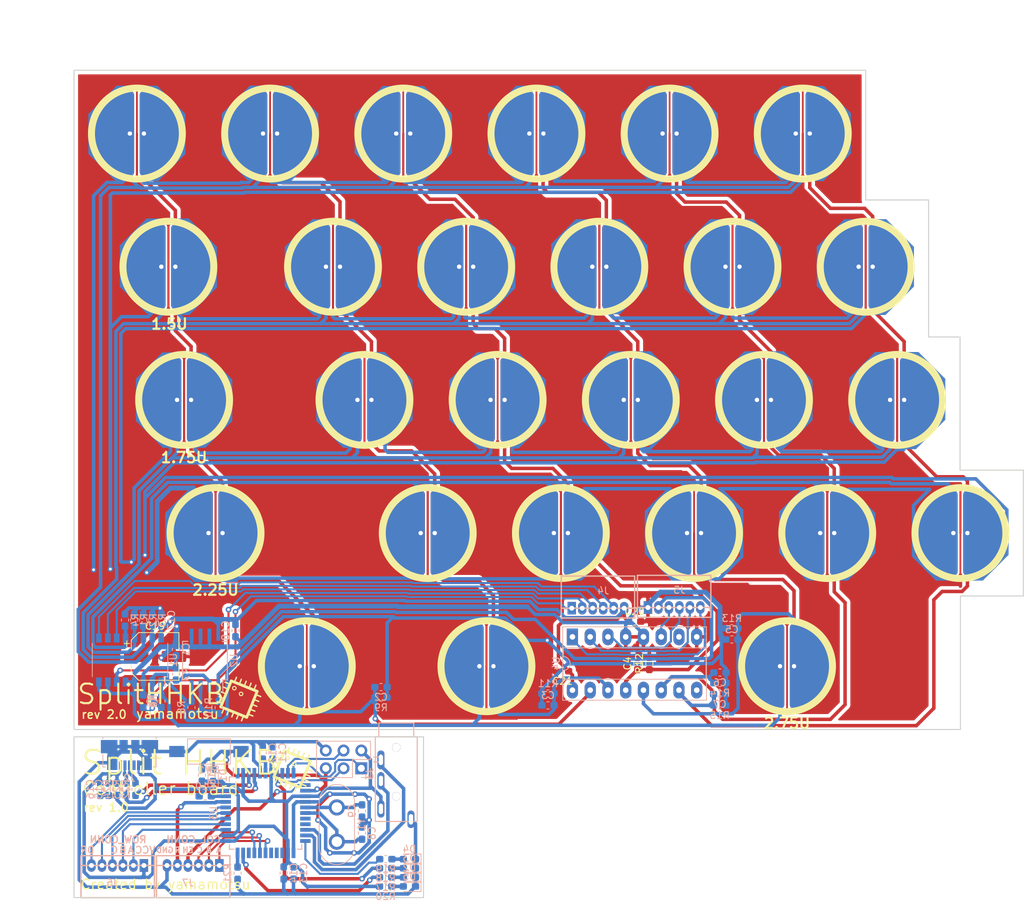
<source format=kicad_pcb>
(kicad_pcb (version 20171130) (host pcbnew "(5.0.2)-1")
  (layers (0 F.Cu signal) (31 B.Cu signal) (34 B.Paste user) (35 F.Paste user) (36 B.SilkS user) (37 F.SilkS user) (38 B.Mask user) (39 F.Mask user) (44 Edge.Cuts user))
  (net 0 "")
  (net 1 "Net-(C1-Pad1)")
  (net 2 GND)
  (net 3 "Net-(C8-Pad1)")
  (net 4 "Net-(C9-Pad1)")
  (net 5 "Net-(C10-Pad1)")
  (net 6 +5V)
  (net 7 "Net-(C12-Pad1)")
  (net 8 /ArduinoLayer/RESET)
  (net 9 "Net-(D2-Pad2)")
  (net 10 "Net-(D3-Pad2)")
  (net 11 "Net-(D4-Pad2)")
  (net 12 "Net-(D5-Pad2)")
  (net 13 /ArduinoLayer/MISO)
  (net 14 /ArduinoLayer/SCK)
  (net 15 /ArduinoLayer/MOSI)
  (net 16 "Net-(J2-Pad2)")
  (net 17 "Net-(J2-Pad3)")
  (net 18 /ROW0)
  (net 19 /ROW1)
  (net 20 /ROW2)
  (net 21 /ROW3)
  (net 22 /ROW4)
  (net 23 "Net-(R7-Pad1)")
  (net 24 "Net-(R10-Pad2)")
  (net 25 /ArduinoLayer/CLKLED)
  (net 26 /ArduinoLayer/RXLED)
  (net 27 /ArduinoLayer/TXLED)
  (net 28 /ArduinoLayer/HWB)
  (net 29 /ArduinoLayer/D+)
  (net 30 /ArduinoLayer/D-)
  (net 31 /ArduinoLayer/Rx)
  (net 32 /ArduinoLayer/Tx)
  (net 33 /COL0)
  (net 34 /COL1)
  (net 35 /COL2)
  (net 36 /COL3)
  (net 37 /COL4)
  (net 38 /COL5)
  (net 39 /READ)
  (net 40 /COL_EN)
  (net 41 /COL_C)
  (net 42 /COL_B)
  (net 43 /COL_A)
  (net 44 /DRAIN)
  (net 45 /MUX_EN)
  (net 46 /MUX_C)
  (net 47 /MUX_B)
  (net 48 /MUX_A)
  (net 49 /ArduinoLayer/MUX_A)
  (net 50 /ArduinoLayer/MUX_B)
  (net 51 /ArduinoLayer/MUX_C)
  (net 52 /ArduinoLayer/MUX_EN)
  (net 53 /ArduinoLayer/DRAIN)
  (net 54 /ArduinoLayer/COL_A)
  (net 55 /ArduinoLayer/COL_B)
  (net 56 /ArduinoLayer/COL_C)
  (net 57 /ArduinoLayer/COL_EN)
  (net 58 /ArduinoLayer/READ)
  (net 59 "Net-(J2-Pad4)")
  (net 60 "Net-(U3-Pad1)")
  (net 61 "Net-(U3-Pad18)")
  (net 62 "Net-(U3-Pad19)")
  (net 63 "Net-(U3-Pad26)")
  (net 64 "Net-(U3-Pad27)")
  (net 65 "Net-(U3-Pad31)")
  (net 66 "Net-(U4-Pad9)")
  (net 67 "Net-(U4-Pad7)")
  (net 68 "Net-(U3-Pad25)")
  (module MyLib:IC_Sticker (layer F.Cu) (at 72.2 140.9 338)
    (fp_text reference REF** hide)
    (fp_text value IC_Sticker hide)
  )
  (module Connector_USB:USB_Micro-B_Molex_47346-0001 (layer B.Cu) (at 48.9375 138.9)
    (fp_text reference J2 (at 0 3.3 -180) (layer B.SilkS) (effects (justify mirror)))
    (fp_text value USB_B_Micro)
    (pad 6 smd rect (at 0.84 -1.2) (size 1.175 1.9) (layers B.Cu B.Paste B.Mask) (net 2 GND))
    (pad 6 smd rect (at -0.84 -1.2) (size 1.175 1.9) (layers B.Cu B.Paste B.Mask) (net 2 GND))
    (pad 6 smd rect (at 2.91 -1.2) (size 2.375 1.9) (layers B.Cu B.Paste B.Mask) (net 2 GND))
    (pad 6 smd rect (at -2.91 -1.2) (size 2.375 1.9) (layers B.Cu B.Paste B.Mask) (net 2 GND))
    (pad 6 smd rect (at 2.4625 1.1) (size 1.475 2.1) (layers B.Cu B.Paste B.Mask) (net 2 GND))
    (pad 6 smd rect (at -2.4625 1.1) (size 1.475 2.1) (layers B.Cu B.Paste B.Mask) (net 2 GND))
    (pad 5 smd rect (at 1.3 1.46) (size 0.45 1.38) (layers B.Cu B.Paste B.Mask) (net 2 GND))
    (pad 4 smd rect (at 0.65 1.46) (size 0.45 1.38) (layers B.Cu B.Paste B.Mask) (net 59 "Net-(J2-Pad4)"))
    (pad 3 smd rect (at 0 1.46) (size 0.45 1.38) (layers B.Cu B.Paste B.Mask) (net 17 "Net-(J2-Pad3)"))
    (pad 2 smd rect (at -0.65 1.46) (size 0.45 1.38) (layers B.Cu B.Paste B.Mask) (net 16 "Net-(J2-Pad2)"))
    (pad 1 smd rect (at -1.3 1.46) (size 0.45 1.38) (layers B.Cu B.Paste B.Mask) (net 6 +5V))
  )
  (module Capacitor_SMD:CP_Elec_6.3x5.4_Nichicon (layer F.Cu) (at 52.6 124.8)
    (fp_text reference C19 (at 0 -4.35) (layer F.SilkS))
    (fp_text value 47u)
    (pad 1 smd roundrect (at -2.7 0) (size 3.5 1.6) (layers F.Cu F.Paste F.Mask) (roundrect_rratio 0.15625) (net 6 +5V))
    (pad 2 smd roundrect (at 2.7 0) (size 3.5 1.6) (layers F.Cu F.Paste F.Mask) (roundrect_rratio 0.15625) (net 2 GND))
  )
  (module toprepad:ToprePad (layer B.Cu) (at 139.7 88.1)
    (fp_text reference TP22 hide)
    (fp_text value ToprePad hide)
    (pad 2 thru_hole circle (at -1.016 0) (size 1 1) (drill 0.6) (layers *.Cu *.Mask) (net 20 /ROW2))
    (pad 1 thru_hole circle (at 1 0) (size 1 1) (drill 0.6) (layers *.Cu *.Mask) (net 37 /COL4))
    (pad 2 thru_hole custom (at -1 0) (size 1 1) (drill 0.6) (layers F.Cu) (net 20 /ROW2) (options (clearance outline) (anchor circle)) (primitives (gr_line (start 0 5.5) (end 0 -5.5) (width 1.2)) (gr_line (start -3 3.5) (end -3 -3.5) (width 1.1)) (gr_line (start -4 2) (end -3.5 -2.5) (width 1.1)) (gr_arc (start 1 0) (end 0 -5.5) (angle -158.5) (width 1.2)) (gr_line (start -2 4) (end -2 -4.5) (width 1.1)) (gr_line (start -1 4.5) (end -1 -4.5) (width 1.1))))
    (pad 1 thru_hole custom (at 1 0) (size 1 1) (drill 0.6) (layers F.Cu) (net 37 /COL4) (options (clearance outline) (anchor circle)) (primitives (gr_line (start 1 4.5) (end 1 -4.5) (width 1.1)) (gr_line (start 0 5.5) (end 0 -5.5) (width 1.2)) (gr_line (start 2 4) (end 2 -4.5) (width 1.1)) (gr_arc (start -1 0) (end 0 5.5) (angle -158.5) (width 1.2)) (gr_line (start 4 2) (end 3.5 -2.5) (width 1.1)) (gr_line (start 3 3.5) (end 3 -3.5) (width 1.1))))
    (pad 3 smd rect (at 0 0) (size 0.25 14) (layers F.Cu) (net 2 GND))
  )
  (module toprepad:ToprePad (layer B.Cu) (at 74.3 126.2)
    (fp_text reference TP11 hide)
    (fp_text value ToprePad hide)
    (pad 3 smd rect (at 0 0) (size 0.25 14) (layers F.Cu) (net 2 GND))
    (pad 1 thru_hole custom (at 1 0) (size 1 1) (drill 0.6) (layers F.Cu) (net 33 /COL0) (options (clearance outline) (anchor circle)) (primitives (gr_line (start 1 4.5) (end 1 -4.5) (width 1.1)) (gr_line (start 0 5.5) (end 0 -5.5) (width 1.2)) (gr_line (start 2 4) (end 2 -4.5) (width 1.1)) (gr_arc (start -1 0) (end 0 5.5) (angle -158.5) (width 1.2)) (gr_line (start 4 2) (end 3.5 -2.5) (width 1.1)) (gr_line (start 3 3.5) (end 3 -3.5) (width 1.1))))
    (pad 2 thru_hole custom (at -1 0) (size 1 1) (drill 0.6) (layers F.Cu) (net 22 /ROW4) (options (clearance outline) (anchor circle)) (primitives (gr_line (start 0 5.5) (end 0 -5.5) (width 1.2)) (gr_line (start -3 3.5) (end -3 -3.5) (width 1.1)) (gr_line (start -4 2) (end -3.5 -2.5) (width 1.1)) (gr_arc (start 1 0) (end 0 -5.5) (angle -158.5) (width 1.2)) (gr_line (start -2 4) (end -2 -4.5) (width 1.1)) (gr_line (start -1 4.5) (end -1 -4.5) (width 1.1))))
    (pad 1 thru_hole circle (at 1 0) (size 1 1) (drill 0.6) (layers *.Cu *.Mask) (net 33 /COL0))
    (pad 2 thru_hole circle (at -1.016 0) (size 1 1) (drill 0.6) (layers *.Cu *.Mask) (net 22 /ROW4))
  )
  (module Connector_PinHeader_2.54mm:PinHeader_2x03_P2.54mm_Vertical (layer B.Cu) (at 82.1 140.8 90)
    (fp_text reference J1 (at 1.27 2.33 90) (layer B.SilkS) (effects (justify mirror)))
    (fp_text value ICSP)
    (pad 1 thru_hole rect (at 0 0 90) (size 1.7 1.7) (drill 1) (layers *.Cu *.Mask) (net 13 /ArduinoLayer/MISO))
    (pad 2 thru_hole oval (at 2.54 0 90) (size 1.7 1.7) (drill 1) (layers *.Cu *.Mask) (net 6 +5V))
    (pad 3 thru_hole oval (at 0 -2.54 90) (size 1.7 1.7) (drill 1) (layers *.Cu *.Mask) (net 14 /ArduinoLayer/SCK))
    (pad 4 thru_hole oval (at 2.54 -2.54 90) (size 1.7 1.7) (drill 1) (layers *.Cu *.Mask) (net 15 /ArduinoLayer/MOSI))
    (pad 5 thru_hole oval (at 0 -5.08 90) (size 1.7 1.7) (drill 1) (layers *.Cu *.Mask) (net 8 /ArduinoLayer/RESET))
    (pad 6 thru_hole oval (at 2.54 -5.08 90) (size 1.7 1.7) (drill 1) (layers *.Cu *.Mask) (net 2 GND))
  )
  (module toprepad:ToprePad (layer B.Cu) (at 50 50)
    (fp_text reference TP1 hide)
    (fp_text value ToprePad hide)
    (pad 2 thru_hole circle (at -1.016 0) (size 1 1) (drill 0.6) (layers *.Cu *.Mask) (net 18 /ROW0))
    (pad 1 thru_hole circle (at 1 0) (size 1 1) (drill 0.6) (layers *.Cu *.Mask) (net 33 /COL0))
    (pad 2 thru_hole custom (at -1 0) (size 1 1) (drill 0.6) (layers F.Cu) (net 18 /ROW0) (options (clearance outline) (anchor circle)) (primitives (gr_line (start 0 5.5) (end 0 -5.5) (width 1.2)) (gr_line (start -3 3.5) (end -3 -3.5) (width 1.1)) (gr_line (start -4 2) (end -3.5 -2.5) (width 1.1)) (gr_arc (start 1 0) (end 0 -5.5) (angle -158.5) (width 1.2)) (gr_line (start -2 4) (end -2 -4.5) (width 1.1)) (gr_line (start -1 4.5) (end -1 -4.5) (width 1.1))))
    (pad 1 thru_hole custom (at 1 0) (size 1 1) (drill 0.6) (layers F.Cu) (net 33 /COL0) (options (clearance outline) (anchor circle)) (primitives (gr_line (start 1 4.5) (end 1 -4.5) (width 1.1)) (gr_line (start 0 5.5) (end 0 -5.5) (width 1.2)) (gr_line (start 2 4) (end 2 -4.5) (width 1.1)) (gr_arc (start -1 0) (end 0 5.5) (angle -158.5) (width 1.2)) (gr_line (start 4 2) (end 3.5 -2.5) (width 1.1)) (gr_line (start 3 3.5) (end 3 -3.5) (width 1.1))))
    (pad 3 smd rect (at 0 0) (size 0.25 14) (layers F.Cu) (net 2 GND))
  )
  (module toprepad:ToprePad (layer B.Cu) (at 54.5 69.05)
    (fp_text reference TP2 hide)
    (fp_text value ToprePad hide)
    (pad 2 thru_hole circle (at -1.016 0) (size 1 1) (drill 0.6) (layers *.Cu *.Mask) (net 19 /ROW1))
    (pad 1 thru_hole circle (at 1 0) (size 1 1) (drill 0.6) (layers *.Cu *.Mask) (net 33 /COL0))
    (pad 2 thru_hole custom (at -1 0) (size 1 1) (drill 0.6) (layers F.Cu) (net 19 /ROW1) (options (clearance outline) (anchor circle)) (primitives (gr_line (start 0 5.5) (end 0 -5.5) (width 1.2)) (gr_line (start -3 3.5) (end -3 -3.5) (width 1.1)) (gr_line (start -4 2) (end -3.5 -2.5) (width 1.1)) (gr_arc (start 1 0) (end 0 -5.5) (angle -158.5) (width 1.2)) (gr_line (start -2 4) (end -2 -4.5) (width 1.1)) (gr_line (start -1 4.5) (end -1 -4.5) (width 1.1))))
    (pad 1 thru_hole custom (at 1 0) (size 1 1) (drill 0.6) (layers F.Cu) (net 33 /COL0) (options (clearance outline) (anchor circle)) (primitives (gr_line (start 1 4.5) (end 1 -4.5) (width 1.1)) (gr_line (start 0 5.5) (end 0 -5.5) (width 1.2)) (gr_line (start 2 4) (end 2 -4.5) (width 1.1)) (gr_arc (start -1 0) (end 0 5.5) (angle -158.5) (width 1.2)) (gr_line (start 4 2) (end 3.5 -2.5) (width 1.1)) (gr_line (start 3 3.5) (end 3 -3.5) (width 1.1))))
    (pad 3 smd rect (at 0 0) (size 0.25 14) (layers F.Cu) (net 2 GND))
  )
  (module toprepad:ToprePad (layer B.Cu) (at 56.75 88.1)
    (fp_text reference TP3 hide)
    (fp_text value ToprePad hide)
    (pad 2 thru_hole circle (at -1.016 0) (size 1 1) (drill 0.6) (layers *.Cu *.Mask) (net 20 /ROW2))
    (pad 1 thru_hole circle (at 1 0) (size 1 1) (drill 0.6) (layers *.Cu *.Mask) (net 33 /COL0))
    (pad 2 thru_hole custom (at -1 0) (size 1 1) (drill 0.6) (layers F.Cu) (net 20 /ROW2) (options (clearance outline) (anchor circle)) (primitives (gr_line (start 0 5.5) (end 0 -5.5) (width 1.2)) (gr_line (start -3 3.5) (end -3 -3.5) (width 1.1)) (gr_line (start -4 2) (end -3.5 -2.5) (width 1.1)) (gr_arc (start 1 0) (end 0 -5.5) (angle -158.5) (width 1.2)) (gr_line (start -2 4) (end -2 -4.5) (width 1.1)) (gr_line (start -1 4.5) (end -1 -4.5) (width 1.1))))
    (pad 1 thru_hole custom (at 1 0) (size 1 1) (drill 0.6) (layers F.Cu) (net 33 /COL0) (options (clearance outline) (anchor circle)) (primitives (gr_line (start 1 4.5) (end 1 -4.5) (width 1.1)) (gr_line (start 0 5.5) (end 0 -5.5) (width 1.2)) (gr_line (start 2 4) (end 2 -4.5) (width 1.1)) (gr_arc (start -1 0) (end 0 5.5) (angle -158.5) (width 1.2)) (gr_line (start 4 2) (end 3.5 -2.5) (width 1.1)) (gr_line (start 3 3.5) (end 3 -3.5) (width 1.1))))
    (pad 3 smd rect (at 0 0) (size 0.25 14) (layers F.Cu) (net 2 GND))
  )
  (module toprepad:ToprePad (layer B.Cu) (at 69.05 50)
    (fp_text reference TP4 hide)
    (fp_text value ToprePad hide)
    (pad 3 smd rect (at 0 0) (size 0.25 14) (layers F.Cu) (net 2 GND))
    (pad 1 thru_hole custom (at 1 0) (size 1 1) (drill 0.6) (layers F.Cu) (net 34 /COL1) (options (clearance outline) (anchor circle)) (primitives (gr_line (start 1 4.5) (end 1 -4.5) (width 1.1)) (gr_line (start 0 5.5) (end 0 -5.5) (width 1.2)) (gr_line (start 2 4) (end 2 -4.5) (width 1.1)) (gr_arc (start -1 0) (end 0 5.5) (angle -158.5) (width 1.2)) (gr_line (start 4 2) (end 3.5 -2.5) (width 1.1)) (gr_line (start 3 3.5) (end 3 -3.5) (width 1.1))))
    (pad 2 thru_hole custom (at -1 0) (size 1 1) (drill 0.6) (layers F.Cu) (net 18 /ROW0) (options (clearance outline) (anchor circle)) (primitives (gr_line (start 0 5.5) (end 0 -5.5) (width 1.2)) (gr_line (start -3 3.5) (end -3 -3.5) (width 1.1)) (gr_line (start -4 2) (end -3.5 -2.5) (width 1.1)) (gr_arc (start 1 0) (end 0 -5.5) (angle -158.5) (width 1.2)) (gr_line (start -2 4) (end -2 -4.5) (width 1.1)) (gr_line (start -1 4.5) (end -1 -4.5) (width 1.1))))
    (pad 1 thru_hole circle (at 1 0) (size 1 1) (drill 0.6) (layers *.Cu *.Mask) (net 34 /COL1))
    (pad 2 thru_hole circle (at -1.016 0) (size 1 1) (drill 0.6) (layers *.Cu *.Mask) (net 18 /ROW0))
  )
  (module toprepad:ToprePad (layer B.Cu) (at 78.05 69.05)
    (fp_text reference TP5 hide)
    (fp_text value ToprePad hide)
    (pad 2 thru_hole circle (at -1.016 0) (size 1 1) (drill 0.6) (layers *.Cu *.Mask) (net 19 /ROW1))
    (pad 1 thru_hole circle (at 1 0) (size 1 1) (drill 0.6) (layers *.Cu *.Mask) (net 34 /COL1))
    (pad 2 thru_hole custom (at -1 0) (size 1 1) (drill 0.6) (layers F.Cu) (net 19 /ROW1) (options (clearance outline) (anchor circle)) (primitives (gr_line (start 0 5.5) (end 0 -5.5) (width 1.2)) (gr_line (start -3 3.5) (end -3 -3.5) (width 1.1)) (gr_line (start -4 2) (end -3.5 -2.5) (width 1.1)) (gr_arc (start 1 0) (end 0 -5.5) (angle -158.5) (width 1.2)) (gr_line (start -2 4) (end -2 -4.5) (width 1.1)) (gr_line (start -1 4.5) (end -1 -4.5) (width 1.1))))
    (pad 1 thru_hole custom (at 1 0) (size 1 1) (drill 0.6) (layers F.Cu) (net 34 /COL1) (options (clearance outline) (anchor circle)) (primitives (gr_line (start 1 4.5) (end 1 -4.5) (width 1.1)) (gr_line (start 0 5.5) (end 0 -5.5) (width 1.2)) (gr_line (start 2 4) (end 2 -4.5) (width 1.1)) (gr_arc (start -1 0) (end 0 5.5) (angle -158.5) (width 1.2)) (gr_line (start 4 2) (end 3.5 -2.5) (width 1.1)) (gr_line (start 3 3.5) (end 3 -3.5) (width 1.1))))
    (pad 3 smd rect (at 0 0) (size 0.25 14) (layers F.Cu) (net 2 GND))
  )
  (module toprepad:ToprePad (layer B.Cu) (at 82.55 88.1)
    (fp_text reference TP6 hide)
    (fp_text value ToprePad hide)
    (pad 3 smd rect (at 0 0) (size 0.25 14) (layers F.Cu) (net 2 GND))
    (pad 1 thru_hole custom (at 1 0) (size 1 1) (drill 0.6) (layers F.Cu) (net 34 /COL1) (options (clearance outline) (anchor circle)) (primitives (gr_line (start 1 4.5) (end 1 -4.5) (width 1.1)) (gr_line (start 0 5.5) (end 0 -5.5) (width 1.2)) (gr_line (start 2 4) (end 2 -4.5) (width 1.1)) (gr_arc (start -1 0) (end 0 5.5) (angle -158.5) (width 1.2)) (gr_line (start 4 2) (end 3.5 -2.5) (width 1.1)) (gr_line (start 3 3.5) (end 3 -3.5) (width 1.1))))
    (pad 2 thru_hole custom (at -1 0) (size 1 1) (drill 0.6) (layers F.Cu) (net 20 /ROW2) (options (clearance outline) (anchor circle)) (primitives (gr_line (start 0 5.5) (end 0 -5.5) (width 1.2)) (gr_line (start -3 3.5) (end -3 -3.5) (width 1.1)) (gr_line (start -4 2) (end -3.5 -2.5) (width 1.1)) (gr_arc (start 1 0) (end 0 -5.5) (angle -158.5) (width 1.2)) (gr_line (start -2 4) (end -2 -4.5) (width 1.1)) (gr_line (start -1 4.5) (end -1 -4.5) (width 1.1))))
    (pad 1 thru_hole circle (at 1 0) (size 1 1) (drill 0.6) (layers *.Cu *.Mask) (net 34 /COL1))
    (pad 2 thru_hole circle (at -1.016 0) (size 1 1) (drill 0.6) (layers *.Cu *.Mask) (net 20 /ROW2))
  )
  (module toprepad:ToprePad (layer B.Cu) (at 88.1 50)
    (fp_text reference TP7 hide)
    (fp_text value ToprePad hide)
    (pad 3 smd rect (at 0 0) (size 0.25 14) (layers F.Cu) (net 2 GND))
    (pad 1 thru_hole custom (at 1 0) (size 1 1) (drill 0.6) (layers F.Cu) (net 35 /COL2) (options (clearance outline) (anchor circle)) (primitives (gr_line (start 1 4.5) (end 1 -4.5) (width 1.1)) (gr_line (start 0 5.5) (end 0 -5.5) (width 1.2)) (gr_line (start 2 4) (end 2 -4.5) (width 1.1)) (gr_arc (start -1 0) (end 0 5.5) (angle -158.5) (width 1.2)) (gr_line (start 4 2) (end 3.5 -2.5) (width 1.1)) (gr_line (start 3 3.5) (end 3 -3.5) (width 1.1))))
    (pad 2 thru_hole custom (at -1 0) (size 1 1) (drill 0.6) (layers F.Cu) (net 18 /ROW0) (options (clearance outline) (anchor circle)) (primitives (gr_line (start 0 5.5) (end 0 -5.5) (width 1.2)) (gr_line (start -3 3.5) (end -3 -3.5) (width 1.1)) (gr_line (start -4 2) (end -3.5 -2.5) (width 1.1)) (gr_arc (start 1 0) (end 0 -5.5) (angle -158.5) (width 1.2)) (gr_line (start -2 4) (end -2 -4.5) (width 1.1)) (gr_line (start -1 4.5) (end -1 -4.5) (width 1.1))))
    (pad 1 thru_hole circle (at 1 0) (size 1 1) (drill 0.6) (layers *.Cu *.Mask) (net 35 /COL2))
    (pad 2 thru_hole circle (at -1.016 0) (size 1 1) (drill 0.6) (layers *.Cu *.Mask) (net 18 /ROW0))
  )
  (module toprepad:ToprePad (layer B.Cu) (at 97.1 69.05)
    (fp_text reference TP8 hide)
    (fp_text value ToprePad hide)
    (pad 2 thru_hole circle (at -1.016 0) (size 1 1) (drill 0.6) (layers *.Cu *.Mask) (net 19 /ROW1))
    (pad 1 thru_hole circle (at 1 0) (size 1 1) (drill 0.6) (layers *.Cu *.Mask) (net 35 /COL2))
    (pad 2 thru_hole custom (at -1 0) (size 1 1) (drill 0.6) (layers F.Cu) (net 19 /ROW1) (options (clearance outline) (anchor circle)) (primitives (gr_line (start 0 5.5) (end 0 -5.5) (width 1.2)) (gr_line (start -3 3.5) (end -3 -3.5) (width 1.1)) (gr_line (start -4 2) (end -3.5 -2.5) (width 1.1)) (gr_arc (start 1 0) (end 0 -5.5) (angle -158.5) (width 1.2)) (gr_line (start -2 4) (end -2 -4.5) (width 1.1)) (gr_line (start -1 4.5) (end -1 -4.5) (width 1.1))))
    (pad 1 thru_hole custom (at 1 0) (size 1 1) (drill 0.6) (layers F.Cu) (net 35 /COL2) (options (clearance outline) (anchor circle)) (primitives (gr_line (start 1 4.5) (end 1 -4.5) (width 1.1)) (gr_line (start 0 5.5) (end 0 -5.5) (width 1.2)) (gr_line (start 2 4) (end 2 -4.5) (width 1.1)) (gr_arc (start -1 0) (end 0 5.5) (angle -158.5) (width 1.2)) (gr_line (start 4 2) (end 3.5 -2.5) (width 1.1)) (gr_line (start 3 3.5) (end 3 -3.5) (width 1.1))))
    (pad 3 smd rect (at 0 0) (size 0.25 14) (layers F.Cu) (net 2 GND))
  )
  (module toprepad:ToprePad (layer B.Cu) (at 101.6 88.1)
    (fp_text reference TP9 hide)
    (fp_text value ToprePad hide)
    (pad 3 smd rect (at 0 0) (size 0.25 14) (layers F.Cu) (net 2 GND))
    (pad 1 thru_hole custom (at 1 0) (size 1 1) (drill 0.6) (layers F.Cu) (net 35 /COL2) (options (clearance outline) (anchor circle)) (primitives (gr_line (start 1 4.5) (end 1 -4.5) (width 1.1)) (gr_line (start 0 5.5) (end 0 -5.5) (width 1.2)) (gr_line (start 2 4) (end 2 -4.5) (width 1.1)) (gr_arc (start -1 0) (end 0 5.5) (angle -158.5) (width 1.2)) (gr_line (start 4 2) (end 3.5 -2.5) (width 1.1)) (gr_line (start 3 3.5) (end 3 -3.5) (width 1.1))))
    (pad 2 thru_hole custom (at -1 0) (size 1 1) (drill 0.6) (layers F.Cu) (net 20 /ROW2) (options (clearance outline) (anchor circle)) (primitives (gr_line (start 0 5.5) (end 0 -5.5) (width 1.2)) (gr_line (start -3 3.5) (end -3 -3.5) (width 1.1)) (gr_line (start -4 2) (end -3.5 -2.5) (width 1.1)) (gr_arc (start 1 0) (end 0 -5.5) (angle -158.5) (width 1.2)) (gr_line (start -2 4) (end -2 -4.5) (width 1.1)) (gr_line (start -1 4.5) (end -1 -4.5) (width 1.1))))
    (pad 1 thru_hole circle (at 1 0) (size 1 1) (drill 0.6) (layers *.Cu *.Mask) (net 35 /COL2))
    (pad 2 thru_hole circle (at -1.016 0) (size 1 1) (drill 0.6) (layers *.Cu *.Mask) (net 20 /ROW2))
  )
  (module toprepad:ToprePad (layer B.Cu) (at 61.25 107.15)
    (fp_text reference TP10 hide)
    (fp_text value ToprePad hide)
    (pad 3 smd rect (at 0 0) (size 0.25 14) (layers F.Cu) (net 2 GND))
    (pad 1 thru_hole custom (at 1 0) (size 1 1) (drill 0.6) (layers F.Cu) (net 33 /COL0) (options (clearance outline) (anchor circle)) (primitives (gr_line (start 1 4.5) (end 1 -4.5) (width 1.1)) (gr_line (start 0 5.5) (end 0 -5.5) (width 1.2)) (gr_line (start 2 4) (end 2 -4.5) (width 1.1)) (gr_arc (start -1 0) (end 0 5.5) (angle -158.5) (width 1.2)) (gr_line (start 4 2) (end 3.5 -2.5) (width 1.1)) (gr_line (start 3 3.5) (end 3 -3.5) (width 1.1))))
    (pad 2 thru_hole custom (at -1 0) (size 1 1) (drill 0.6) (layers F.Cu) (net 21 /ROW3) (options (clearance outline) (anchor circle)) (primitives (gr_line (start 0 5.5) (end 0 -5.5) (width 1.2)) (gr_line (start -3 3.5) (end -3 -3.5) (width 1.1)) (gr_line (start -4 2) (end -3.5 -2.5) (width 1.1)) (gr_arc (start 1 0) (end 0 -5.5) (angle -158.5) (width 1.2)) (gr_line (start -2 4) (end -2 -4.5) (width 1.1)) (gr_line (start -1 4.5) (end -1 -4.5) (width 1.1))))
    (pad 1 thru_hole circle (at 1 0) (size 1 1) (drill 0.6) (layers *.Cu *.Mask) (net 33 /COL0))
    (pad 2 thru_hole circle (at -1.016 0) (size 1 1) (drill 0.6) (layers *.Cu *.Mask) (net 21 /ROW3))
  )
  (module toprepad:ToprePad (layer B.Cu) (at 91.6 107.15)
    (fp_text reference TP12 hide)
    (fp_text value ToprePad hide)
    (pad 2 thru_hole circle (at -1.016 0) (size 1 1) (drill 0.6) (layers *.Cu *.Mask) (net 21 /ROW3))
    (pad 1 thru_hole circle (at 1 0) (size 1 1) (drill 0.6) (layers *.Cu *.Mask) (net 34 /COL1))
    (pad 2 thru_hole custom (at -1 0) (size 1 1) (drill 0.6) (layers F.Cu) (net 21 /ROW3) (options (clearance outline) (anchor circle)) (primitives (gr_line (start 0 5.5) (end 0 -5.5) (width 1.2)) (gr_line (start -3 3.5) (end -3 -3.5) (width 1.1)) (gr_line (start -4 2) (end -3.5 -2.5) (width 1.1)) (gr_arc (start 1 0) (end 0 -5.5) (angle -158.5) (width 1.2)) (gr_line (start -2 4) (end -2 -4.5) (width 1.1)) (gr_line (start -1 4.5) (end -1 -4.5) (width 1.1))))
    (pad 1 thru_hole custom (at 1 0) (size 1 1) (drill 0.6) (layers F.Cu) (net 34 /COL1) (options (clearance outline) (anchor circle)) (primitives (gr_line (start 1 4.5) (end 1 -4.5) (width 1.1)) (gr_line (start 0 5.5) (end 0 -5.5) (width 1.2)) (gr_line (start 2 4) (end 2 -4.5) (width 1.1)) (gr_arc (start -1 0) (end 0 5.5) (angle -158.5) (width 1.2)) (gr_line (start 4 2) (end 3.5 -2.5) (width 1.1)) (gr_line (start 3 3.5) (end 3 -3.5) (width 1.1))))
    (pad 3 smd rect (at 0 0) (size 0.25 14) (layers F.Cu) (net 2 GND))
  )
  (module toprepad:ToprePad (layer B.Cu) (at 100 126.2)
    (fp_text reference TP13 hide)
    (fp_text value ToprePad hide)
    (pad 2 thru_hole circle (at -1.016 0) (size 1 1) (drill 0.6) (layers *.Cu *.Mask) (net 22 /ROW4))
    (pad 1 thru_hole circle (at 1 0) (size 1 1) (drill 0.6) (layers *.Cu *.Mask) (net 34 /COL1))
    (pad 2 thru_hole custom (at -1 0) (size 1 1) (drill 0.6) (layers F.Cu) (net 22 /ROW4) (options (clearance outline) (anchor circle)) (primitives (gr_line (start 0 5.5) (end 0 -5.5) (width 1.2)) (gr_line (start -3 3.5) (end -3 -3.5) (width 1.1)) (gr_line (start -4 2) (end -3.5 -2.5) (width 1.1)) (gr_arc (start 1 0) (end 0 -5.5) (angle -158.5) (width 1.2)) (gr_line (start -2 4) (end -2 -4.5) (width 1.1)) (gr_line (start -1 4.5) (end -1 -4.5) (width 1.1))))
    (pad 1 thru_hole custom (at 1 0) (size 1 1) (drill 0.6) (layers F.Cu) (net 34 /COL1) (options (clearance outline) (anchor circle)) (primitives (gr_line (start 1 4.5) (end 1 -4.5) (width 1.1)) (gr_line (start 0 5.5) (end 0 -5.5) (width 1.2)) (gr_line (start 2 4) (end 2 -4.5) (width 1.1)) (gr_arc (start -1 0) (end 0 5.5) (angle -158.5) (width 1.2)) (gr_line (start 4 2) (end 3.5 -2.5) (width 1.1)) (gr_line (start 3 3.5) (end 3 -3.5) (width 1.1))))
    (pad 3 smd rect (at 0 0) (size 0.25 14) (layers F.Cu) (net 2 GND))
  )
  (module toprepad:ToprePad (layer B.Cu) (at 110.65 107.15)
    (fp_text reference TP14 hide)
    (fp_text value ToprePad hide)
    (pad 3 smd rect (at 0 0) (size 0.25 14) (layers F.Cu) (net 2 GND))
    (pad 1 thru_hole custom (at 1 0) (size 1 1) (drill 0.6) (layers F.Cu) (net 35 /COL2) (options (clearance outline) (anchor circle)) (primitives (gr_line (start 1 4.5) (end 1 -4.5) (width 1.1)) (gr_line (start 0 5.5) (end 0 -5.5) (width 1.2)) (gr_line (start 2 4) (end 2 -4.5) (width 1.1)) (gr_arc (start -1 0) (end 0 5.5) (angle -158.5) (width 1.2)) (gr_line (start 4 2) (end 3.5 -2.5) (width 1.1)) (gr_line (start 3 3.5) (end 3 -3.5) (width 1.1))))
    (pad 2 thru_hole custom (at -1 0) (size 1 1) (drill 0.6) (layers F.Cu) (net 21 /ROW3) (options (clearance outline) (anchor circle)) (primitives (gr_line (start 0 5.5) (end 0 -5.5) (width 1.2)) (gr_line (start -3 3.5) (end -3 -3.5) (width 1.1)) (gr_line (start -4 2) (end -3.5 -2.5) (width 1.1)) (gr_arc (start 1 0) (end 0 -5.5) (angle -158.5) (width 1.2)) (gr_line (start -2 4) (end -2 -4.5) (width 1.1)) (gr_line (start -1 4.5) (end -1 -4.5) (width 1.1))))
    (pad 1 thru_hole circle (at 1 0) (size 1 1) (drill 0.6) (layers *.Cu *.Mask) (net 35 /COL2))
    (pad 2 thru_hole circle (at -1.016 0) (size 1 1) (drill 0.6) (layers *.Cu *.Mask) (net 21 /ROW3))
  )
  (module toprepad:ToprePad (layer B.Cu) (at 107.15 50)
    (fp_text reference TP15 hide)
    (fp_text value ToprePad hide)
    (pad 3 smd rect (at 0 0) (size 0.25 14) (layers F.Cu) (net 2 GND))
    (pad 1 thru_hole custom (at 1 0) (size 1 1) (drill 0.6) (layers F.Cu) (net 36 /COL3) (options (clearance outline) (anchor circle)) (primitives (gr_line (start 1 4.5) (end 1 -4.5) (width 1.1)) (gr_line (start 0 5.5) (end 0 -5.5) (width 1.2)) (gr_line (start 2 4) (end 2 -4.5) (width 1.1)) (gr_arc (start -1 0) (end 0 5.5) (angle -158.5) (width 1.2)) (gr_line (start 4 2) (end 3.5 -2.5) (width 1.1)) (gr_line (start 3 3.5) (end 3 -3.5) (width 1.1))))
    (pad 2 thru_hole custom (at -1 0) (size 1 1) (drill 0.6) (layers F.Cu) (net 18 /ROW0) (options (clearance outline) (anchor circle)) (primitives (gr_line (start 0 5.5) (end 0 -5.5) (width 1.2)) (gr_line (start -3 3.5) (end -3 -3.5) (width 1.1)) (gr_line (start -4 2) (end -3.5 -2.5) (width 1.1)) (gr_arc (start 1 0) (end 0 -5.5) (angle -158.5) (width 1.2)) (gr_line (start -2 4) (end -2 -4.5) (width 1.1)) (gr_line (start -1 4.5) (end -1 -4.5) (width 1.1))))
    (pad 1 thru_hole circle (at 1 0) (size 1 1) (drill 0.6) (layers *.Cu *.Mask) (net 36 /COL3))
    (pad 2 thru_hole circle (at -1.016 0) (size 1 1) (drill 0.6) (layers *.Cu *.Mask) (net 18 /ROW0))
  )
  (module toprepad:ToprePad (layer B.Cu) (at 116.15 69.05)
    (fp_text reference TP16 hide)
    (fp_text value ToprePad hide)
    (pad 3 smd rect (at 0 0) (size 0.25 14) (layers F.Cu) (net 2 GND))
    (pad 1 thru_hole custom (at 1 0) (size 1 1) (drill 0.6) (layers F.Cu) (net 36 /COL3) (options (clearance outline) (anchor circle)) (primitives (gr_line (start 1 4.5) (end 1 -4.5) (width 1.1)) (gr_line (start 0 5.5) (end 0 -5.5) (width 1.2)) (gr_line (start 2 4) (end 2 -4.5) (width 1.1)) (gr_arc (start -1 0) (end 0 5.5) (angle -158.5) (width 1.2)) (gr_line (start 4 2) (end 3.5 -2.5) (width 1.1)) (gr_line (start 3 3.5) (end 3 -3.5) (width 1.1))))
    (pad 2 thru_hole custom (at -1 0) (size 1 1) (drill 0.6) (layers F.Cu) (net 19 /ROW1) (options (clearance outline) (anchor circle)) (primitives (gr_line (start 0 5.5) (end 0 -5.5) (width 1.2)) (gr_line (start -3 3.5) (end -3 -3.5) (width 1.1)) (gr_line (start -4 2) (end -3.5 -2.5) (width 1.1)) (gr_arc (start 1 0) (end 0 -5.5) (angle -158.5) (width 1.2)) (gr_line (start -2 4) (end -2 -4.5) (width 1.1)) (gr_line (start -1 4.5) (end -1 -4.5) (width 1.1))))
    (pad 1 thru_hole circle (at 1 0) (size 1 1) (drill 0.6) (layers *.Cu *.Mask) (net 36 /COL3))
    (pad 2 thru_hole circle (at -1.016 0) (size 1 1) (drill 0.6) (layers *.Cu *.Mask) (net 19 /ROW1))
  )
  (module toprepad:ToprePad (layer B.Cu) (at 120.65 88.1)
    (fp_text reference TP17 hide)
    (fp_text value ToprePad hide)
    (pad 2 thru_hole circle (at -1.016 0) (size 1 1) (drill 0.6) (layers *.Cu *.Mask) (net 20 /ROW2))
    (pad 1 thru_hole circle (at 1 0) (size 1 1) (drill 0.6) (layers *.Cu *.Mask) (net 36 /COL3))
    (pad 2 thru_hole custom (at -1 0) (size 1 1) (drill 0.6) (layers F.Cu) (net 20 /ROW2) (options (clearance outline) (anchor circle)) (primitives (gr_line (start 0 5.5) (end 0 -5.5) (width 1.2)) (gr_line (start -3 3.5) (end -3 -3.5) (width 1.1)) (gr_line (start -4 2) (end -3.5 -2.5) (width 1.1)) (gr_arc (start 1 0) (end 0 -5.5) (angle -158.5) (width 1.2)) (gr_line (start -2 4) (end -2 -4.5) (width 1.1)) (gr_line (start -1 4.5) (end -1 -4.5) (width 1.1))))
    (pad 1 thru_hole custom (at 1 0) (size 1 1) (drill 0.6) (layers F.Cu) (net 36 /COL3) (options (clearance outline) (anchor circle)) (primitives (gr_line (start 1 4.5) (end 1 -4.5) (width 1.1)) (gr_line (start 0 5.5) (end 0 -5.5) (width 1.2)) (gr_line (start 2 4) (end 2 -4.5) (width 1.1)) (gr_arc (start -1 0) (end 0 5.5) (angle -158.5) (width 1.2)) (gr_line (start 4 2) (end 3.5 -2.5) (width 1.1)) (gr_line (start 3 3.5) (end 3 -3.5) (width 1.1))))
    (pad 3 smd rect (at 0 0) (size 0.25 14) (layers F.Cu) (net 2 GND))
  )
  (module toprepad:ToprePad (layer B.Cu) (at 129.7 107.15)
    (fp_text reference TP18 hide)
    (fp_text value ToprePad hide)
    (pad 2 thru_hole circle (at -1.016 0) (size 1 1) (drill 0.6) (layers *.Cu *.Mask) (net 21 /ROW3))
    (pad 1 thru_hole circle (at 1 0) (size 1 1) (drill 0.6) (layers *.Cu *.Mask) (net 36 /COL3))
    (pad 2 thru_hole custom (at -1 0) (size 1 1) (drill 0.6) (layers F.Cu) (net 21 /ROW3) (options (clearance outline) (anchor circle)) (primitives (gr_line (start 0 5.5) (end 0 -5.5) (width 1.2)) (gr_line (start -3 3.5) (end -3 -3.5) (width 1.1)) (gr_line (start -4 2) (end -3.5 -2.5) (width 1.1)) (gr_arc (start 1 0) (end 0 -5.5) (angle -158.5) (width 1.2)) (gr_line (start -2 4) (end -2 -4.5) (width 1.1)) (gr_line (start -1 4.5) (end -1 -4.5) (width 1.1))))
    (pad 1 thru_hole custom (at 1 0) (size 1 1) (drill 0.6) (layers F.Cu) (net 36 /COL3) (options (clearance outline) (anchor circle)) (primitives (gr_line (start 1 4.5) (end 1 -4.5) (width 1.1)) (gr_line (start 0 5.5) (end 0 -5.5) (width 1.2)) (gr_line (start 2 4) (end 2 -4.5) (width 1.1)) (gr_arc (start -1 0) (end 0 5.5) (angle -158.5) (width 1.2)) (gr_line (start 4 2) (end 3.5 -2.5) (width 1.1)) (gr_line (start 3 3.5) (end 3 -3.5) (width 1.1))))
    (pad 3 smd rect (at 0 0) (size 0.25 14) (layers F.Cu) (net 2 GND))
  )
  (module toprepad:ToprePad (layer B.Cu) (at 143 126.2)
    (fp_text reference TP19 hide)
    (fp_text value ToprePad hide)
    (pad 3 smd rect (at 0 0) (size 0.25 14) (layers F.Cu) (net 2 GND))
    (pad 1 thru_hole custom (at 1 0) (size 1 1) (drill 0.6) (layers F.Cu) (net 36 /COL3) (options (clearance outline) (anchor circle)) (primitives (gr_line (start 1 4.5) (end 1 -4.5) (width 1.1)) (gr_line (start 0 5.5) (end 0 -5.5) (width 1.2)) (gr_line (start 2 4) (end 2 -4.5) (width 1.1)) (gr_arc (start -1 0) (end 0 5.5) (angle -158.5) (width 1.2)) (gr_line (start 4 2) (end 3.5 -2.5) (width 1.1)) (gr_line (start 3 3.5) (end 3 -3.5) (width 1.1))))
    (pad 2 thru_hole custom (at -1 0) (size 1 1) (drill 0.6) (layers F.Cu) (net 22 /ROW4) (options (clearance outline) (anchor circle)) (primitives (gr_line (start 0 5.5) (end 0 -5.5) (width 1.2)) (gr_line (start -3 3.5) (end -3 -3.5) (width 1.1)) (gr_line (start -4 2) (end -3.5 -2.5) (width 1.1)) (gr_arc (start 1 0) (end 0 -5.5) (angle -158.5) (width 1.2)) (gr_line (start -2 4) (end -2 -4.5) (width 1.1)) (gr_line (start -1 4.5) (end -1 -4.5) (width 1.1))))
    (pad 1 thru_hole circle (at 1 0) (size 1 1) (drill 0.6) (layers *.Cu *.Mask) (net 36 /COL3))
    (pad 2 thru_hole circle (at -1.016 0) (size 1 1) (drill 0.6) (layers *.Cu *.Mask) (net 22 /ROW4))
  )
  (module toprepad:ToprePad (layer B.Cu) (at 126.2 50)
    (fp_text reference TP20 hide)
    (fp_text value ToprePad hide)
    (pad 2 thru_hole circle (at -1.016 0) (size 1 1) (drill 0.6) (layers *.Cu *.Mask) (net 18 /ROW0))
    (pad 1 thru_hole circle (at 1 0) (size 1 1) (drill 0.6) (layers *.Cu *.Mask) (net 37 /COL4))
    (pad 2 thru_hole custom (at -1 0) (size 1 1) (drill 0.6) (layers F.Cu) (net 18 /ROW0) (options (clearance outline) (anchor circle)) (primitives (gr_line (start 0 5.5) (end 0 -5.5) (width 1.2)) (gr_line (start -3 3.5) (end -3 -3.5) (width 1.1)) (gr_line (start -4 2) (end -3.5 -2.5) (width 1.1)) (gr_arc (start 1 0) (end 0 -5.5) (angle -158.5) (width 1.2)) (gr_line (start -2 4) (end -2 -4.5) (width 1.1)) (gr_line (start -1 4.5) (end -1 -4.5) (width 1.1))))
    (pad 1 thru_hole custom (at 1 0) (size 1 1) (drill 0.6) (layers F.Cu) (net 37 /COL4) (options (clearance outline) (anchor circle)) (primitives (gr_line (start 1 4.5) (end 1 -4.5) (width 1.1)) (gr_line (start 0 5.5) (end 0 -5.5) (width 1.2)) (gr_line (start 2 4) (end 2 -4.5) (width 1.1)) (gr_arc (start -1 0) (end 0 5.5) (angle -158.5) (width 1.2)) (gr_line (start 4 2) (end 3.5 -2.5) (width 1.1)) (gr_line (start 3 3.5) (end 3 -3.5) (width 1.1))))
    (pad 3 smd rect (at 0 0) (size 0.25 14) (layers F.Cu) (net 2 GND))
  )
  (module toprepad:ToprePad (layer B.Cu) (at 135.2 69.05)
    (fp_text reference TP21 hide)
    (fp_text value ToprePad hide)
    (pad 3 smd rect (at 0 0) (size 0.25 14) (layers F.Cu) (net 2 GND))
    (pad 1 thru_hole custom (at 1 0) (size 1 1) (drill 0.6) (layers F.Cu) (net 37 /COL4) (options (clearance outline) (anchor circle)) (primitives (gr_line (start 1 4.5) (end 1 -4.5) (width 1.1)) (gr_line (start 0 5.5) (end 0 -5.5) (width 1.2)) (gr_line (start 2 4) (end 2 -4.5) (width 1.1)) (gr_arc (start -1 0) (end 0 5.5) (angle -158.5) (width 1.2)) (gr_line (start 4 2) (end 3.5 -2.5) (width 1.1)) (gr_line (start 3 3.5) (end 3 -3.5) (width 1.1))))
    (pad 2 thru_hole custom (at -1 0) (size 1 1) (drill 0.6) (layers F.Cu) (net 19 /ROW1) (options (clearance outline) (anchor circle)) (primitives (gr_line (start 0 5.5) (end 0 -5.5) (width 1.2)) (gr_line (start -3 3.5) (end -3 -3.5) (width 1.1)) (gr_line (start -4 2) (end -3.5 -2.5) (width 1.1)) (gr_arc (start 1 0) (end 0 -5.5) (angle -158.5) (width 1.2)) (gr_line (start -2 4) (end -2 -4.5) (width 1.1)) (gr_line (start -1 4.5) (end -1 -4.5) (width 1.1))))
    (pad 1 thru_hole circle (at 1 0) (size 1 1) (drill 0.6) (layers *.Cu *.Mask) (net 37 /COL4))
    (pad 2 thru_hole circle (at -1.016 0) (size 1 1) (drill 0.6) (layers *.Cu *.Mask) (net 19 /ROW1))
  )
  (module toprepad:ToprePad (layer B.Cu) (at 148.75 107.15)
    (fp_text reference TP23 hide)
    (fp_text value ToprePad hide)
    (pad 3 smd rect (at 0 0) (size 0.25 14) (layers F.Cu) (net 2 GND))
    (pad 1 thru_hole custom (at 1 0) (size 1 1) (drill 0.6) (layers F.Cu) (net 37 /COL4) (options (clearance outline) (anchor circle)) (primitives (gr_line (start 1 4.5) (end 1 -4.5) (width 1.1)) (gr_line (start 0 5.5) (end 0 -5.5) (width 1.2)) (gr_line (start 2 4) (end 2 -4.5) (width 1.1)) (gr_arc (start -1 0) (end 0 5.5) (angle -158.5) (width 1.2)) (gr_line (start 4 2) (end 3.5 -2.5) (width 1.1)) (gr_line (start 3 3.5) (end 3 -3.5) (width 1.1))))
    (pad 2 thru_hole custom (at -1 0) (size 1 1) (drill 0.6) (layers F.Cu) (net 21 /ROW3) (options (clearance outline) (anchor circle)) (primitives (gr_line (start 0 5.5) (end 0 -5.5) (width 1.2)) (gr_line (start -3 3.5) (end -3 -3.5) (width 1.1)) (gr_line (start -4 2) (end -3.5 -2.5) (width 1.1)) (gr_arc (start 1 0) (end 0 -5.5) (angle -158.5) (width 1.2)) (gr_line (start -2 4) (end -2 -4.5) (width 1.1)) (gr_line (start -1 4.5) (end -1 -4.5) (width 1.1))))
    (pad 1 thru_hole circle (at 1 0) (size 1 1) (drill 0.6) (layers *.Cu *.Mask) (net 37 /COL4))
    (pad 2 thru_hole circle (at -1.016 0) (size 1 1) (drill 0.6) (layers *.Cu *.Mask) (net 21 /ROW3))
  )
  (module toprepad:ToprePad (layer B.Cu) (at 145.25 50)
    (fp_text reference TP24 hide)
    (fp_text value ToprePad hide)
    (pad 2 thru_hole circle (at -1.016 0) (size 1 1) (drill 0.6) (layers *.Cu *.Mask) (net 18 /ROW0))
    (pad 1 thru_hole circle (at 1 0) (size 1 1) (drill 0.6) (layers *.Cu *.Mask) (net 38 /COL5))
    (pad 2 thru_hole custom (at -1 0) (size 1 1) (drill 0.6) (layers F.Cu) (net 18 /ROW0) (options (clearance outline) (anchor circle)) (primitives (gr_line (start 0 5.5) (end 0 -5.5) (width 1.2)) (gr_line (start -3 3.5) (end -3 -3.5) (width 1.1)) (gr_line (start -4 2) (end -3.5 -2.5) (width 1.1)) (gr_arc (start 1 0) (end 0 -5.5) (angle -158.5) (width 1.2)) (gr_line (start -2 4) (end -2 -4.5) (width 1.1)) (gr_line (start -1 4.5) (end -1 -4.5) (width 1.1))))
    (pad 1 thru_hole custom (at 1 0) (size 1 1) (drill 0.6) (layers F.Cu) (net 38 /COL5) (options (clearance outline) (anchor circle)) (primitives (gr_line (start 1 4.5) (end 1 -4.5) (width 1.1)) (gr_line (start 0 5.5) (end 0 -5.5) (width 1.2)) (gr_line (start 2 4) (end 2 -4.5) (width 1.1)) (gr_arc (start -1 0) (end 0 5.5) (angle -158.5) (width 1.2)) (gr_line (start 4 2) (end 3.5 -2.5) (width 1.1)) (gr_line (start 3 3.5) (end 3 -3.5) (width 1.1))))
    (pad 3 smd rect (at 0 0) (size 0.25 14) (layers F.Cu) (net 2 GND))
  )
  (module toprepad:ToprePad (layer B.Cu) (at 154.25 69.05)
    (fp_text reference TP25 hide)
    (fp_text value ToprePad hide)
    (pad 3 smd rect (at 0 0) (size 0.25 14) (layers F.Cu) (net 2 GND))
    (pad 1 thru_hole custom (at 1 0) (size 1 1) (drill 0.6) (layers F.Cu) (net 38 /COL5) (options (clearance outline) (anchor circle)) (primitives (gr_line (start 1 4.5) (end 1 -4.5) (width 1.1)) (gr_line (start 0 5.5) (end 0 -5.5) (width 1.2)) (gr_line (start 2 4) (end 2 -4.5) (width 1.1)) (gr_arc (start -1 0) (end 0 5.5) (angle -158.5) (width 1.2)) (gr_line (start 4 2) (end 3.5 -2.5) (width 1.1)) (gr_line (start 3 3.5) (end 3 -3.5) (width 1.1))))
    (pad 2 thru_hole custom (at -1 0) (size 1 1) (drill 0.6) (layers F.Cu) (net 19 /ROW1) (options (clearance outline) (anchor circle)) (primitives (gr_line (start 0 5.5) (end 0 -5.5) (width 1.2)) (gr_line (start -3 3.5) (end -3 -3.5) (width 1.1)) (gr_line (start -4 2) (end -3.5 -2.5) (width 1.1)) (gr_arc (start 1 0) (end 0 -5.5) (angle -158.5) (width 1.2)) (gr_line (start -2 4) (end -2 -4.5) (width 1.1)) (gr_line (start -1 4.5) (end -1 -4.5) (width 1.1))))
    (pad 1 thru_hole circle (at 1 0) (size 1 1) (drill 0.6) (layers *.Cu *.Mask) (net 38 /COL5))
    (pad 2 thru_hole circle (at -1.016 0) (size 1 1) (drill 0.6) (layers *.Cu *.Mask) (net 19 /ROW1))
  )
  (module toprepad:ToprePad (layer B.Cu) (at 158.75 88.1)
    (fp_text reference TP26 hide)
    (fp_text value ToprePad hide)
    (pad 2 thru_hole circle (at -1.016 0) (size 1 1) (drill 0.6) (layers *.Cu *.Mask) (net 20 /ROW2))
    (pad 1 thru_hole circle (at 1 0) (size 1 1) (drill 0.6) (layers *.Cu *.Mask) (net 38 /COL5))
    (pad 2 thru_hole custom (at -1 0) (size 1 1) (drill 0.6) (layers F.Cu) (net 20 /ROW2) (options (clearance outline) (anchor circle)) (primitives (gr_line (start 0 5.5) (end 0 -5.5) (width 1.2)) (gr_line (start -3 3.5) (end -3 -3.5) (width 1.1)) (gr_line (start -4 2) (end -3.5 -2.5) (width 1.1)) (gr_arc (start 1 0) (end 0 -5.5) (angle -158.5) (width 1.2)) (gr_line (start -2 4) (end -2 -4.5) (width 1.1)) (gr_line (start -1 4.5) (end -1 -4.5) (width 1.1))))
    (pad 1 thru_hole custom (at 1 0) (size 1 1) (drill 0.6) (layers F.Cu) (net 38 /COL5) (options (clearance outline) (anchor circle)) (primitives (gr_line (start 1 4.5) (end 1 -4.5) (width 1.1)) (gr_line (start 0 5.5) (end 0 -5.5) (width 1.2)) (gr_line (start 2 4) (end 2 -4.5) (width 1.1)) (gr_arc (start -1 0) (end 0 5.5) (angle -158.5) (width 1.2)) (gr_line (start 4 2) (end 3.5 -2.5) (width 1.1)) (gr_line (start 3 3.5) (end 3 -3.5) (width 1.1))))
    (pad 3 smd rect (at 0 0) (size 0.25 14) (layers F.Cu) (net 2 GND))
  )
  (module toprepad:ToprePad (layer B.Cu) (at 167.8 107.15)
    (fp_text reference TP27 hide)
    (fp_text value ToprePad hide)
    (pad 3 smd rect (at 0 0) (size 0.25 14) (layers F.Cu) (net 2 GND))
    (pad 1 thru_hole custom (at 1 0) (size 1 1) (drill 0.6) (layers F.Cu) (net 38 /COL5) (options (clearance outline) (anchor circle)) (primitives (gr_line (start 1 4.5) (end 1 -4.5) (width 1.1)) (gr_line (start 0 5.5) (end 0 -5.5) (width 1.2)) (gr_line (start 2 4) (end 2 -4.5) (width 1.1)) (gr_arc (start -1 0) (end 0 5.5) (angle -158.5) (width 1.2)) (gr_line (start 4 2) (end 3.5 -2.5) (width 1.1)) (gr_line (start 3 3.5) (end 3 -3.5) (width 1.1))))
    (pad 2 thru_hole custom (at -1 0) (size 1 1) (drill 0.6) (layers F.Cu) (net 21 /ROW3) (options (clearance outline) (anchor circle)) (primitives (gr_line (start 0 5.5) (end 0 -5.5) (width 1.2)) (gr_line (start -3 3.5) (end -3 -3.5) (width 1.1)) (gr_line (start -4 2) (end -3.5 -2.5) (width 1.1)) (gr_arc (start 1 0) (end 0 -5.5) (angle -158.5) (width 1.2)) (gr_line (start -2 4) (end -2 -4.5) (width 1.1)) (gr_line (start -1 4.5) (end -1 -4.5) (width 1.1))))
    (pad 1 thru_hole circle (at 1 0) (size 1 1) (drill 0.6) (layers *.Cu *.Mask) (net 38 /COL5))
    (pad 2 thru_hole circle (at -1.016 0) (size 1 1) (drill 0.6) (layers *.Cu *.Mask) (net 21 /ROW3))
  )
  (module Package_QFP:TQFP-44_10x10mm_P0.8mm (layer B.Cu) (at 68.4 147.2 270)
    (fp_text reference U3 (at 0 7.45 270) (layer B.SilkS) (effects (justify mirror)))
    (fp_text value ATmega32U4-AU)
    (pad 1 smd rect (at -5.7 4 270) (size 1.5 0.55) (layers B.Cu B.Paste B.Mask) (net 60 "Net-(U3-Pad1)"))
    (pad 2 smd rect (at -5.7 3.2 270) (size 1.5 0.55) (layers B.Cu B.Paste B.Mask) (net 6 +5V))
    (pad 3 smd rect (at -5.7 2.4 270) (size 1.5 0.55) (layers B.Cu B.Paste B.Mask) (net 29 /ArduinoLayer/D+))
    (pad 4 smd rect (at -5.7 1.6 270) (size 1.5 0.55) (layers B.Cu B.Paste B.Mask) (net 30 /ArduinoLayer/D-))
    (pad 5 smd rect (at -5.7 0.8 270) (size 1.5 0.55) (layers B.Cu B.Paste B.Mask) (net 2 GND))
    (pad 6 smd rect (at -5.7 0 270) (size 1.5 0.55) (layers B.Cu B.Paste B.Mask) (net 7 "Net-(C12-Pad1)"))
    (pad 7 smd rect (at -5.7 -0.8 270) (size 1.5 0.55) (layers B.Cu B.Paste B.Mask) (net 6 +5V))
    (pad 8 smd rect (at -5.7 -1.6 270) (size 1.5 0.55) (layers B.Cu B.Paste B.Mask) (net 26 /ArduinoLayer/RXLED))
    (pad 9 smd rect (at -5.7 -2.4 270) (size 1.5 0.55) (layers B.Cu B.Paste B.Mask) (net 14 /ArduinoLayer/SCK))
    (pad 10 smd rect (at -5.7 -3.2 270) (size 1.5 0.55) (layers B.Cu B.Paste B.Mask) (net 15 /ArduinoLayer/MOSI))
    (pad 11 smd rect (at -5.7 -4 270) (size 1.5 0.55) (layers B.Cu B.Paste B.Mask) (net 13 /ArduinoLayer/MISO))
    (pad 12 smd rect (at -4 -5.7 180) (size 1.5 0.55) (layers B.Cu B.Paste B.Mask) (net 57 /ArduinoLayer/COL_EN))
    (pad 13 smd rect (at -3.2 -5.7 180) (size 1.5 0.55) (layers B.Cu B.Paste B.Mask) (net 8 /ArduinoLayer/RESET))
    (pad 14 smd rect (at -2.4 -5.7 180) (size 1.5 0.55) (layers B.Cu B.Paste B.Mask) (net 6 +5V))
    (pad 15 smd rect (at -1.6 -5.7 180) (size 1.5 0.55) (layers B.Cu B.Paste B.Mask) (net 2 GND))
    (pad 16 smd rect (at -0.8 -5.7 180) (size 1.5 0.55) (layers B.Cu B.Paste B.Mask) (net 4 "Net-(C9-Pad1)"))
    (pad 17 smd rect (at 0 -5.7 180) (size 1.5 0.55) (layers B.Cu B.Paste B.Mask) (net 3 "Net-(C8-Pad1)"))
    (pad 18 smd rect (at 0.8 -5.7 180) (size 1.5 0.55) (layers B.Cu B.Paste B.Mask) (net 61 "Net-(U3-Pad18)"))
    (pad 19 smd rect (at 1.6 -5.7 180) (size 1.5 0.55) (layers B.Cu B.Paste B.Mask) (net 62 "Net-(U3-Pad19)"))
    (pad 20 smd rect (at 2.4 -5.7 180) (size 1.5 0.55) (layers B.Cu B.Paste B.Mask) (net 31 /ArduinoLayer/Rx))
    (pad 21 smd rect (at 3.2 -5.7 180) (size 1.5 0.55) (layers B.Cu B.Paste B.Mask) (net 32 /ArduinoLayer/Tx))
    (pad 22 smd rect (at 4 -5.7 180) (size 1.5 0.55) (layers B.Cu B.Paste B.Mask) (net 27 /ArduinoLayer/TXLED))
    (pad 23 smd rect (at 5.7 -4 270) (size 1.5 0.55) (layers B.Cu B.Paste B.Mask) (net 2 GND))
    (pad 24 smd rect (at 5.7 -3.2 270) (size 1.5 0.55) (layers B.Cu B.Paste B.Mask) (net 6 +5V))
    (pad 25 smd rect (at 5.7 -2.4 270) (size 1.5 0.55) (layers B.Cu B.Paste B.Mask) (net 68 "Net-(U3-Pad25)"))
    (pad 26 smd rect (at 5.7 -1.6 270) (size 1.5 0.55) (layers B.Cu B.Paste B.Mask) (net 63 "Net-(U3-Pad26)"))
    (pad 27 smd rect (at 5.7 -0.8 270) (size 1.5 0.55) (layers B.Cu B.Paste B.Mask) (net 64 "Net-(U3-Pad27)"))
    (pad 28 smd rect (at 5.7 0 270) (size 1.5 0.55) (layers B.Cu B.Paste B.Mask) (net 54 /ArduinoLayer/COL_A))
    (pad 29 smd rect (at 5.7 0.8 270) (size 1.5 0.55) (layers B.Cu B.Paste B.Mask) (net 55 /ArduinoLayer/COL_B))
    (pad 30 smd rect (at 5.7 1.6 270) (size 1.5 0.55) (layers B.Cu B.Paste B.Mask) (net 56 /ArduinoLayer/COL_C))
    (pad 31 smd rect (at 5.7 2.4 270) (size 1.5 0.55) (layers B.Cu B.Paste B.Mask) (net 65 "Net-(U3-Pad31)"))
    (pad 32 smd rect (at 5.7 3.2 270) (size 1.5 0.55) (layers B.Cu B.Paste B.Mask) (net 25 /ArduinoLayer/CLKLED))
    (pad 33 smd rect (at 5.7 4 270) (size 1.5 0.55) (layers B.Cu B.Paste B.Mask) (net 28 /ArduinoLayer/HWB))
    (pad 34 smd rect (at 4 5.7 180) (size 1.5 0.55) (layers B.Cu B.Paste B.Mask) (net 6 +5V))
    (pad 35 smd rect (at 3.2 5.7 180) (size 1.5 0.55) (layers B.Cu B.Paste B.Mask) (net 2 GND))
    (pad 36 smd rect (at 2.4 5.7 180) (size 1.5 0.55) (layers B.Cu B.Paste B.Mask) (net 49 /ArduinoLayer/MUX_A))
    (pad 37 smd rect (at 1.6 5.7 180) (size 1.5 0.55) (layers B.Cu B.Paste B.Mask) (net 50 /ArduinoLayer/MUX_B))
    (pad 38 smd rect (at 0.8 5.7 180) (size 1.5 0.55) (layers B.Cu B.Paste B.Mask) (net 51 /ArduinoLayer/MUX_C))
    (pad 39 smd rect (at 0 5.7 180) (size 1.5 0.55) (layers B.Cu B.Paste B.Mask) (net 52 /ArduinoLayer/MUX_EN))
    (pad 40 smd rect (at -0.8 5.7 180) (size 1.5 0.55) (layers B.Cu B.Paste B.Mask) (net 53 /ArduinoLayer/DRAIN))
    (pad 41 smd rect (at -1.6 5.7 180) (size 1.5 0.55) (layers B.Cu B.Paste B.Mask) (net 58 /ArduinoLayer/READ))
    (pad 42 smd rect (at -2.4 5.7 180) (size 1.5 0.55) (layers B.Cu B.Paste B.Mask) (net 5 "Net-(C10-Pad1)"))
    (pad 43 smd rect (at -3.2 5.7 180) (size 1.5 0.55) (layers B.Cu B.Paste B.Mask) (net 2 GND))
    (pad 44 smd rect (at -4 5.7 180) (size 1.5 0.55) (layers B.Cu B.Paste B.Mask) (net 6 +5V))
  )
  (module Crystal:Crystal_HC50_Vertical (layer B.Cu) (at 78.6 151.3 90)
    (fp_text reference Y1 (at 2.45 3.525 90) (layer B.SilkS) (effects (justify mirror)))
    (fp_text value 16MHz)
    (pad 1 thru_hole circle (at 0 0 90) (size 2.3 2.3) (drill 1.5) (layers *.Cu *.Mask) (net 3 "Net-(C8-Pad1)"))
    (pad 2 thru_hole circle (at 4.9 0 90) (size 2.3 2.3) (drill 1.5) (layers *.Cu *.Mask) (net 4 "Net-(C9-Pad1)"))
  )
  (module MyLib:TRRS_jack_MJ4PP9 (layer B.Cu) (at 87.1 136.3 270)
    (fp_text reference J3 (at 5.3 3.8 270) (layer B.SilkS) (effects (justify mirror)))
    (fp_text value TRRS_Jack)
    (pad S thru_hole oval (at 11.8 -2.1 270) (size 2.5 1) (drill oval 1.5 0.6) (layers *.Cu *.Mask) (net 2 GND))
    (pad T thru_hole oval (at 10.3 2.2 270) (size 2.5 1) (drill oval 1.5 0.6) (layers *.Cu *.Mask) (net 6 +5V))
    (pad R1 thru_hole oval (at 6.3 2.2 270) (size 2.5 1) (drill oval 1.5 0.6) (layers *.Cu *.Mask) (net 31 /ArduinoLayer/Rx))
    (pad R2 thru_hole oval (at 3.3 2.2 270) (size 2.7 1) (drill oval 1.5 0.6) (layers *.Cu *.Mask) (net 32 /ArduinoLayer/Tx))
    (pad "" thru_hole circle (at 1.5 0 270) (size 1.2 1.2) (drill 1.2) (layers *.Cu *.Mask))
    (pad "" thru_hole circle (at 8.5 0 270) (size 1.2 1.2) (drill 1.2) (layers *.Cu *.Mask))
  )
  (module Package_SO:SOP-16_4.4x10.4mm_P1.27mm (layer B.Cu) (at 49.014677 125.30965 90)
    (fp_text reference U1 (at 0 6.2 90) (layer B.SilkS) (effects (justify mirror)))
    (fp_text value 74HC4051)
    (pad 1 smd rect (at -3.15 4.45 90) (size 1.3 0.8) (layers B.Cu B.Paste B.Mask) (net 22 /ROW4))
    (pad 2 smd rect (at -3.15 3.17 90) (size 1.3 0.8) (layers B.Cu B.Paste B.Mask) (net 2 GND))
    (pad 3 smd rect (at -3.15 1.91 90) (size 1.3 0.8) (layers B.Cu B.Paste B.Mask) (net 1 "Net-(C1-Pad1)"))
    (pad 4 smd rect (at -3.15 0.64 90) (size 1.3 0.8) (layers B.Cu B.Paste B.Mask) (net 2 GND))
    (pad 5 smd rect (at -3.15 -0.64 90) (size 1.3 0.8) (layers B.Cu B.Paste B.Mask) (net 2 GND))
    (pad 6 smd rect (at -3.15 -1.91 90) (size 1.3 0.8) (layers B.Cu B.Paste B.Mask) (net 45 /MUX_EN))
    (pad 7 smd rect (at -3.15 -3.17 90) (size 1.3 0.8) (layers B.Cu B.Paste B.Mask) (net 2 GND))
    (pad 8 smd rect (at -3.15 -4.45 90) (size 1.3 0.8) (layers B.Cu B.Paste B.Mask) (net 2 GND))
    (pad 9 smd rect (at 3.15 -4.45 90) (size 1.3 0.8) (layers B.Cu B.Paste B.Mask) (net 48 /MUX_A))
    (pad 10 smd rect (at 3.15 -3.17 90) (size 1.3 0.8) (layers B.Cu B.Paste B.Mask) (net 47 /MUX_B))
    (pad 11 smd rect (at 3.15 -1.91 90) (size 1.3 0.8) (layers B.Cu B.Paste B.Mask) (net 46 /MUX_C))
    (pad 12 smd rect (at 3.15 -0.64 90) (size 1.3 0.8) (layers B.Cu B.Paste B.Mask) (net 21 /ROW3))
    (pad 13 smd rect (at 3.15 0.64 90) (size 1.3 0.8) (layers B.Cu B.Paste B.Mask) (net 20 /ROW2))
    (pad 14 smd rect (at 3.15 1.91 90) (size 1.3 0.8) (layers B.Cu B.Paste B.Mask) (net 19 /ROW1))
    (pad 15 smd rect (at 3.15 3.17 90) (size 1.3 0.8) (layers B.Cu B.Paste B.Mask) (net 18 /ROW0))
    (pad 16 smd rect (at 3.15 4.45 90) (size 1.3 0.8) (layers B.Cu B.Paste B.Mask) (net 6 +5V))
  )
  (module Package_SO:SO-8_5.3x6.2mm_P1.27mm (layer B.Cu) (at 59.734514 125.392137 90)
    (fp_text reference U2 (at 0 4.13 90) (layer B.SilkS) (effects (justify mirror)))
    (fp_text value NJM2742)
    (pad 1 smd rect (at -3.7 1.905 90) (size 1.75 0.55) (layers B.Cu B.Paste B.Mask) (net 39 /READ))
    (pad 2 smd rect (at -3.7 0.635 90) (size 1.75 0.55) (layers B.Cu B.Paste B.Mask) (net 23 "Net-(R7-Pad1)"))
    (pad 3 smd rect (at -3.7 -0.635 90) (size 1.75 0.55) (layers B.Cu B.Paste B.Mask) (net 24 "Net-(R10-Pad2)"))
    (pad 4 smd rect (at -3.7 -1.905 90) (size 1.75 0.55) (layers B.Cu B.Paste B.Mask) (net 2 GND))
    (pad 5 smd rect (at 3.7 -1.905 90) (size 1.75 0.55) (layers B.Cu B.Paste B.Mask) (net 2 GND))
    (pad 6 smd rect (at 3.7 -0.635 90) (size 1.75 0.55) (layers B.Cu B.Paste B.Mask) (net 2 GND))
    (pad 7 smd rect (at 3.7 0.635 90) (size 1.75 0.55) (layers B.Cu B.Paste B.Mask) (net 2 GND))
    (pad 8 smd rect (at 3.7 1.905 90) (size 1.75 0.55) (layers B.Cu B.Paste B.Mask) (net 6 +5V))
  )
  (module MyLib:ZH_6P_Horizontal (layer B.Cu) (at 112.2 117.9)
    (fp_text reference J4 (at 4.5 -2.5) (layer B.SilkS) (effects (justify mirror)))
    (fp_text value Conn_01x06_Male)
    (pad 6 thru_hole oval (at 7.5 0) (size 1.2 1.8) (drill 0.7) (layers *.Cu *.Mask) (net 6 +5V))
    (pad 5 thru_hole oval (at 6 0) (size 1.2 1.8) (drill 0.7) (layers *.Cu *.Mask) (net 48 /MUX_A))
    (pad 4 thru_hole oval (at 4.5 0) (size 1.2 1.8) (drill 0.7) (layers *.Cu *.Mask) (net 47 /MUX_B))
    (pad 3 thru_hole oval (at 3 0) (size 1.2 1.8) (drill 0.7) (layers *.Cu *.Mask) (net 46 /MUX_C))
    (pad 2 thru_hole oval (at 1.5 0) (size 1.2 1.8) (drill 0.7) (layers *.Cu *.Mask) (net 45 /MUX_EN))
    (pad 1 thru_hole rect (at 0 0) (size 1.2 1.8) (drill 0.7) (layers *.Cu *.Mask) (net 44 /DRAIN))
  )
  (module MyLib:ZH_6P_Horizontal (layer B.Cu) (at 123.1 117.8)
    (fp_text reference J5 (at 4.5 -2.5) (layer B.SilkS) (effects (justify mirror)))
    (fp_text value Conn_01x06_Male)
    (pad 1 thru_hole rect (at 0 0) (size 1.2 1.8) (drill 0.7) (layers *.Cu *.Mask) (net 2 GND))
    (pad 2 thru_hole oval (at 1.5 0) (size 1.2 1.8) (drill 0.7) (layers *.Cu *.Mask) (net 39 /READ))
    (pad 3 thru_hole oval (at 3 0) (size 1.2 1.8) (drill 0.7) (layers *.Cu *.Mask) (net 40 /COL_EN))
    (pad 4 thru_hole oval (at 4.5 0) (size 1.2 1.8) (drill 0.7) (layers *.Cu *.Mask) (net 41 /COL_C))
    (pad 5 thru_hole oval (at 6 0) (size 1.2 1.8) (drill 0.7) (layers *.Cu *.Mask) (net 42 /COL_B))
    (pad 6 thru_hole oval (at 7.5 0) (size 1.2 1.8) (drill 0.7) (layers *.Cu *.Mask) (net 43 /COL_A))
  )
  (module MyLib:ZH_6P_Horizontal (layer B.Cu) (at 51 154.7 180)
    (fp_text reference J6 (at 4.5 -2.5 180) (layer B.SilkS) (effects (justify mirror)))
    (fp_text value 6P_ZH_connector)
    (pad 6 thru_hole oval (at 7.5 0 180) (size 1.2 1.8) (drill 0.7) (layers *.Cu *.Mask) (net 53 /ArduinoLayer/DRAIN))
    (pad 5 thru_hole oval (at 6 0 180) (size 1.2 1.8) (drill 0.7) (layers *.Cu *.Mask) (net 52 /ArduinoLayer/MUX_EN))
    (pad 4 thru_hole oval (at 4.5 0 180) (size 1.2 1.8) (drill 0.7) (layers *.Cu *.Mask) (net 51 /ArduinoLayer/MUX_C))
    (pad 3 thru_hole oval (at 3 0 180) (size 1.2 1.8) (drill 0.7) (layers *.Cu *.Mask) (net 50 /ArduinoLayer/MUX_B))
    (pad 2 thru_hole oval (at 1.5 0 180) (size 1.2 1.8) (drill 0.7) (layers *.Cu *.Mask) (net 49 /ArduinoLayer/MUX_A))
    (pad 1 thru_hole rect (at 0 0 180) (size 1.2 1.8) (drill 0.7) (layers *.Cu *.Mask) (net 6 +5V))
  )
  (module MyLib:ZH_6P_Horizontal (layer B.Cu) (at 61.8 154.7 180)
    (fp_text reference J7 (at 4.5 -2.5 180) (layer B.SilkS) (effects (justify mirror)))
    (fp_text value 6P_ZH_connector)
    (pad 1 thru_hole rect (at 0 0 180) (size 1.2 1.8) (drill 0.7) (layers *.Cu *.Mask) (net 54 /ArduinoLayer/COL_A))
    (pad 2 thru_hole oval (at 1.5 0 180) (size 1.2 1.8) (drill 0.7) (layers *.Cu *.Mask) (net 55 /ArduinoLayer/COL_B))
    (pad 3 thru_hole oval (at 3 0 180) (size 1.2 1.8) (drill 0.7) (layers *.Cu *.Mask) (net 56 /ArduinoLayer/COL_C))
    (pad 4 thru_hole oval (at 4.5 0 180) (size 1.2 1.8) (drill 0.7) (layers *.Cu *.Mask) (net 57 /ArduinoLayer/COL_EN))
    (pad 5 thru_hole oval (at 6 0 180) (size 1.2 1.8) (drill 0.7) (layers *.Cu *.Mask) (net 58 /ArduinoLayer/READ))
    (pad 6 thru_hole oval (at 7.5 0 180) (size 1.2 1.8) (drill 0.7) (layers *.Cu *.Mask) (net 2 GND))
  )
  (module Package_DIP:DIP-16_W7.62mm_Socket_LongPads (layer B.Cu) (at 112.3 122 270)
    (fp_text reference U4 (at 3.81 2.33 270) (layer B.SilkS) (effects (justify mirror)))
    (fp_text value 74LS138)
    (pad 1 thru_hole rect (at 0 0 270) (size 2.4 1.6) (drill 0.8) (layers *.Cu *.Mask) (net 43 /COL_A))
    (pad 9 thru_hole oval (at 7.62 -17.78 270) (size 2.4 1.6) (drill 0.8) (layers *.Cu *.Mask) (net 66 "Net-(U4-Pad9)"))
    (pad 2 thru_hole oval (at 0 -2.54 270) (size 2.4 1.6) (drill 0.8) (layers *.Cu *.Mask) (net 42 /COL_B))
    (pad 10 thru_hole oval (at 7.62 -15.24 270) (size 2.4 1.6) (drill 0.8) (layers *.Cu *.Mask) (net 38 /COL5))
    (pad 3 thru_hole oval (at 0 -5.08 270) (size 2.4 1.6) (drill 0.8) (layers *.Cu *.Mask) (net 41 /COL_C))
    (pad 11 thru_hole oval (at 7.62 -12.7 270) (size 2.4 1.6) (drill 0.8) (layers *.Cu *.Mask) (net 37 /COL4))
    (pad 4 thru_hole oval (at 0 -7.62 270) (size 2.4 1.6) (drill 0.8) (layers *.Cu *.Mask) (net 2 GND))
    (pad 12 thru_hole oval (at 7.62 -10.16 270) (size 2.4 1.6) (drill 0.8) (layers *.Cu *.Mask) (net 36 /COL3))
    (pad 5 thru_hole oval (at 0 -10.16 270) (size 2.4 1.6) (drill 0.8) (layers *.Cu *.Mask) (net 2 GND))
    (pad 13 thru_hole oval (at 7.62 -7.62 270) (size 2.4 1.6) (drill 0.8) (layers *.Cu *.Mask) (net 35 /COL2))
    (pad 6 thru_hole oval (at 0 -12.7 270) (size 2.4 1.6) (drill 0.8) (layers *.Cu *.Mask) (net 40 /COL_EN))
    (pad 14 thru_hole oval (at 7.62 -5.08 270) (size 2.4 1.6) (drill 0.8) (layers *.Cu *.Mask) (net 34 /COL1))
    (pad 7 thru_hole oval (at 0 -15.24 270) (size 2.4 1.6) (drill 0.8) (layers *.Cu *.Mask) (net 67 "Net-(U4-Pad7)"))
    (pad 15 thru_hole oval (at 7.62 -2.54 270) (size 2.4 1.6) (drill 0.8) (layers *.Cu *.Mask) (net 33 /COL0))
    (pad 8 thru_hole oval (at 0 -17.78 270) (size 2.4 1.6) (drill 0.8) (layers *.Cu *.Mask) (net 2 GND))
    (pad 16 thru_hole oval (at 7.62 0 270) (size 2.4 1.6) (drill 0.8) (layers *.Cu *.Mask) (net 6 +5V))
  )
  (module Capacitor_SMD:C_0603_1608Metric_Pad1.05x0.95mm_HandSolder (layer B.Cu) (at 55.6 123.8 90)
    (fp_text reference C1 (at 0 1.43 90) (layer B.SilkS) (effects (justify mirror)))
    (fp_text value 240p)
    (pad 1 smd roundrect (at -0.875 0 90) (size 1.05 0.95) (layers B.Cu B.Paste B.Mask) (net 1 "Net-(C1-Pad1)"))
    (pad 2 smd roundrect (at 0.875 0 90) (size 1.05 0.95) (layers B.Cu B.Paste B.Mask) (net 2 GND))
  )
  (module Capacitor_SMD:C_0603_1608Metric_Pad1.05x0.95mm_HandSolder (layer B.Cu) (at 84.915411 129.184589)
    (fp_text reference C2 (at 0 1.43) (layer B.SilkS) (effects (justify mirror)))
    (fp_text value 2.2n)
    (pad 2 smd roundrect (at 0.875 0) (size 1.05 0.95) (layers B.Cu B.Paste B.Mask) (net 2 GND))
    (pad 1 smd roundrect (at -0.875 0) (size 1.05 0.95) (layers B.Cu B.Paste B.Mask) (net 33 /COL0))
  )
  (module Capacitor_SMD:C_0603_1608Metric_Pad1.05x0.95mm_HandSolder (layer B.Cu) (at 108.8 131.8 180)
    (fp_text reference C3 (at 0 1.43 180) (layer B.SilkS) (effects (justify mirror)))
    (fp_text value 2.2n)
    (pad 2 smd roundrect (at 0.875 0 180) (size 1.05 0.95) (layers B.Cu B.Paste B.Mask) (net 2 GND))
    (pad 1 smd roundrect (at -0.875 0 180) (size 1.05 0.95) (layers B.Cu B.Paste B.Mask) (net 34 /COL1))
  )
  (module Capacitor_SMD:C_0603_1608Metric_Pad1.05x0.95mm_HandSolder (layer F.Cu) (at 121.6 125.8 90)
    (fp_text reference C4 (at 0 -1.43 90) (layer F.SilkS))
    (fp_text value 2.2n)
    (pad 2 smd roundrect (at 0.875 0 90) (size 1.05 0.95) (layers F.Cu F.Paste F.Mask) (net 2 GND))
    (pad 1 smd roundrect (at -0.875 0 90) (size 1.05 0.95) (layers F.Cu F.Paste F.Mask) (net 35 /COL2))
  )
  (module Capacitor_SMD:C_0603_1608Metric_Pad1.05x0.95mm_HandSolder (layer B.Cu) (at 135.1 122.376083 180)
    (fp_text reference C5 (at 0 1.43 180) (layer B.SilkS) (effects (justify mirror)))
    (fp_text value 2.2n)
    (pad 1 smd roundrect (at -0.875 0 180) (size 1.05 0.95) (layers B.Cu B.Paste B.Mask) (net 36 /COL3))
    (pad 2 smd roundrect (at 0.875 0 180) (size 1.05 0.95) (layers B.Cu B.Paste B.Mask) (net 2 GND))
  )
  (module Capacitor_SMD:C_0603_1608Metric_Pad1.05x0.95mm_HandSolder (layer B.Cu) (at 133.4 127.1)
    (fp_text reference C6 (at 0 1.43) (layer B.SilkS) (effects (justify mirror)))
    (fp_text value 2.2n)
    (pad 2 smd roundrect (at 0.875 0) (size 1.05 0.95) (layers B.Cu B.Paste B.Mask) (net 2 GND))
    (pad 1 smd roundrect (at -0.875 0) (size 1.05 0.95) (layers B.Cu B.Paste B.Mask) (net 37 /COL4))
  )
  (module Capacitor_SMD:C_0603_1608Metric_Pad1.05x0.95mm_HandSolder (layer B.Cu) (at 133.362403 130.197549)
    (fp_text reference C7 (at 0 1.43) (layer B.SilkS) (effects (justify mirror)))
    (fp_text value 2.2n)
    (pad 1 smd roundrect (at -0.875 0) (size 1.05 0.95) (layers B.Cu B.Paste B.Mask) (net 38 /COL5))
    (pad 2 smd roundrect (at 0.875 0) (size 1.05 0.95) (layers B.Cu B.Paste B.Mask) (net 2 GND))
  )
  (module Capacitor_SMD:C_0603_1608Metric_Pad1.05x0.95mm_HandSolder (layer B.Cu) (at 82.2 150.075 90)
    (fp_text reference C8 (at 0 1.43 90) (layer B.SilkS) (effects (justify mirror)))
    (fp_text value 22p)
    (pad 2 smd roundrect (at 0.875 0 90) (size 1.05 0.95) (layers B.Cu B.Paste B.Mask) (net 2 GND))
    (pad 1 smd roundrect (at -0.875 0 90) (size 1.05 0.95) (layers B.Cu B.Paste B.Mask) (net 3 "Net-(C8-Pad1)"))
  )
  (module Capacitor_SMD:C_0603_1608Metric_Pad1.05x0.95mm_HandSolder (layer B.Cu) (at 82.2 146.9 270)
    (fp_text reference C9 (at 0 1.43 270) (layer B.SilkS) (effects (justify mirror)))
    (fp_text value 22p)
    (pad 1 smd roundrect (at -0.875 0 270) (size 1.05 0.95) (layers B.Cu B.Paste B.Mask) (net 4 "Net-(C9-Pad1)"))
    (pad 2 smd roundrect (at 0.875 0 270) (size 1.05 0.95) (layers B.Cu B.Paste B.Mask) (net 2 GND))
  )
  (module Capacitor_SMD:C_0603_1608Metric_Pad1.05x0.95mm_HandSolder (layer B.Cu) (at 59.775 144.8 180)
    (fp_text reference C10 (at 0 1.43 180) (layer B.SilkS) (effects (justify mirror)))
    (fp_text value 100n)
    (pad 1 smd roundrect (at -0.875 0 180) (size 1.05 0.95) (layers B.Cu B.Paste B.Mask) (net 5 "Net-(C10-Pad1)"))
    (pad 2 smd roundrect (at 0.875 0 180) (size 1.05 0.95) (layers B.Cu B.Paste B.Mask) (net 2 GND))
  )
  (module Capacitor_SMD:C_0603_1608Metric_Pad1.05x0.95mm_HandSolder (layer B.Cu) (at 69.4 138.6 90)
    (fp_text reference C11 (at 0 1.43 90) (layer B.SilkS) (effects (justify mirror)))
    (fp_text value 0.1u)
    (pad 2 smd roundrect (at 0.875 0 90) (size 1.05 0.95) (layers B.Cu B.Paste B.Mask) (net 2 GND))
    (pad 1 smd roundrect (at -0.875 0 90) (size 1.05 0.95) (layers B.Cu B.Paste B.Mask) (net 6 +5V))
  )
  (module Capacitor_SMD:C_0603_1608Metric_Pad1.05x0.95mm_HandSolder (layer B.Cu) (at 68 138.6 90)
    (fp_text reference C12 (at 0 1.43 90) (layer B.SilkS) (effects (justify mirror)))
    (fp_text value 1u)
    (pad 2 smd roundrect (at 0.875 0 90) (size 1.05 0.95) (layers B.Cu B.Paste B.Mask) (net 2 GND))
    (pad 1 smd roundrect (at -0.875 0 90) (size 1.05 0.95) (layers B.Cu B.Paste B.Mask) (net 7 "Net-(C12-Pad1)"))
  )
  (module Capacitor_SMD:C_0603_1608Metric_Pad1.05x0.95mm_HandSolder (layer B.Cu) (at 72.4 155.775 90)
    (fp_text reference C13 (at 0 1.43 90) (layer B.SilkS) (effects (justify mirror)))
    (fp_text value 1u)
    (pad 2 smd roundrect (at 0.875 0 90) (size 1.05 0.95) (layers B.Cu B.Paste B.Mask) (net 6 +5V))
    (pad 1 smd roundrect (at -0.875 0 90) (size 1.05 0.95) (layers B.Cu B.Paste B.Mask) (net 2 GND))
  )
  (module Capacitor_SMD:C_0603_1608Metric_Pad1.05x0.95mm_HandSolder (layer B.Cu) (at 71 155.775 90)
    (fp_text reference C14 (at 0 1.43 90) (layer B.SilkS) (effects (justify mirror)))
    (fp_text value 1u)
    (pad 1 smd roundrect (at -0.875 0 90) (size 1.05 0.95) (layers B.Cu B.Paste B.Mask) (net 2 GND))
    (pad 2 smd roundrect (at 0.875 0 90) (size 1.05 0.95) (layers B.Cu B.Paste B.Mask) (net 6 +5V))
  )
  (module Capacitor_SMD:C_0603_1608Metric_Pad1.05x0.95mm_HandSolder (layer B.Cu) (at 45.95 143.8 270)
    (fp_text reference C15 (at 0 1.43 270) (layer B.SilkS) (effects (justify mirror)))
    (fp_text value 0.1u)
    (pad 2 smd roundrect (at 0.875 0 270) (size 1.05 0.95) (layers B.Cu B.Paste B.Mask) (net 2 GND))
    (pad 1 smd roundrect (at -0.875 0 270) (size 1.05 0.95) (layers B.Cu B.Paste B.Mask) (net 6 +5V))
  )
  (module Capacitor_SMD:C_0603_1608Metric_Pad1.05x0.95mm_HandSolder (layer B.Cu) (at 44.75 143.8 270)
    (fp_text reference C16 (at 0 1.43 270) (layer B.SilkS) (effects (justify mirror)))
    (fp_text value 22u)
    (pad 1 smd roundrect (at -0.875 0 270) (size 1.05 0.95) (layers B.Cu B.Paste B.Mask) (net 6 +5V))
    (pad 2 smd roundrect (at 0.875 0 270) (size 1.05 0.95) (layers B.Cu B.Paste B.Mask) (net 2 GND))
  )
  (module Capacitor_SMD:C_0603_1608Metric_Pad1.05x0.95mm_HandSolder (layer B.Cu) (at 53.5 119.6 90)
    (fp_text reference C17 (at 0 1.43 90) (layer B.SilkS) (effects (justify mirror)))
    (fp_text value 0.1u)
    (pad 1 smd roundrect (at -0.875 0 90) (size 1.05 0.95) (layers B.Cu B.Paste B.Mask) (net 6 +5V))
    (pad 2 smd roundrect (at 0.875 0 90) (size 1.05 0.95) (layers B.Cu B.Paste B.Mask) (net 2 GND))
  )
  (module Capacitor_SMD:C_0603_1608Metric_Pad1.05x0.95mm_HandSolder (layer B.Cu) (at 64.1 121.1 270)
    (fp_text reference C18 (at 0 1.43 270) (layer B.SilkS) (effects (justify mirror)))
    (fp_text value 0.1u)
    (pad 1 smd roundrect (at -0.875 0 270) (size 1.05 0.95) (layers B.Cu B.Paste B.Mask) (net 6 +5V))
    (pad 2 smd roundrect (at 0.875 0 270) (size 1.05 0.95) (layers B.Cu B.Paste B.Mask) (net 2 GND))
  )
  (module Capacitor_SMD:C_0603_1608Metric_Pad1.05x0.95mm_HandSolder (layer F.Cu) (at 121.2 119.8)
    (fp_text reference C20 (at 0 -1.43) (layer F.SilkS))
    (fp_text value 0.1u)
    (pad 1 smd roundrect (at -0.875 0) (size 1.05 0.95) (layers F.Cu F.Paste F.Mask) (net 6 +5V))
    (pad 2 smd roundrect (at 0.875 0) (size 1.05 0.95) (layers F.Cu F.Paste F.Mask) (net 2 GND))
  )
  (module Capacitor_SMD:C_0603_1608Metric_Pad1.05x0.95mm_HandSolder (layer F.Cu) (at 110.875 126.9 180)
    (fp_text reference C21 (at 0 -1.43 180) (layer F.SilkS))
    (fp_text value 0.1u)
    (pad 2 smd roundrect (at 0.875 0 180) (size 1.05 0.95) (layers F.Cu F.Paste F.Mask) (net 2 GND))
    (pad 1 smd roundrect (at -0.875 0 180) (size 1.05 0.95) (layers F.Cu F.Paste F.Mask) (net 6 +5V))
  )
  (module Diode_SMD:D_0603_1608Metric_Pad1.05x0.95mm_HandSolder (layer B.Cu) (at 60.9 141.8 90)
    (fp_text reference D1 (at 0 1.43 90) (layer B.SilkS) (effects (justify mirror)))
    (fp_text value D)
    (pad 1 smd roundrect (at -0.875 0 90) (size 1.05 0.95) (layers B.Cu B.Paste B.Mask) (net 6 +5V))
    (pad 2 smd roundrect (at 0.875 0 90) (size 1.05 0.95) (layers B.Cu B.Paste B.Mask) (net 8 /ArduinoLayer/RESET))
  )
  (module Diode_SMD:D_0603_1608Metric_Pad1.05x0.95mm_HandSolder (layer B.Cu) (at 88.980986 156.395764 180)
    (fp_text reference D2 (at 0 1.43 180) (layer B.SilkS) (effects (justify mirror)))
    (fp_text value L)
    (pad 1 smd roundrect (at -0.875 0 180) (size 1.05 0.95) (layers B.Cu B.Paste B.Mask) (net 2 GND))
    (pad 2 smd roundrect (at 0.875 0 180) (size 1.05 0.95) (layers B.Cu B.Paste B.Mask) (net 9 "Net-(D2-Pad2)"))
  )
  (module Diode_SMD:D_0603_1608Metric_Pad1.05x0.95mm_HandSolder (layer B.Cu) (at 88.980986 155.095764 180)
    (fp_text reference D3 (at 0 1.43 180) (layer B.SilkS) (effects (justify mirror)))
    (fp_text value RX)
    (pad 2 smd roundrect (at 0.875 0 180) (size 1.05 0.95) (layers B.Cu B.Paste B.Mask) (net 10 "Net-(D3-Pad2)"))
    (pad 1 smd roundrect (at -0.875 0 180) (size 1.05 0.95) (layers B.Cu B.Paste B.Mask) (net 2 GND))
  )
  (module Diode_SMD:D_0603_1608Metric_Pad1.05x0.95mm_HandSolder (layer B.Cu) (at 88.980986 153.795764 180)
    (fp_text reference D4 (at 0 1.43 180) (layer B.SilkS) (effects (justify mirror)))
    (fp_text value TX)
    (pad 1 smd roundrect (at -0.875 0 180) (size 1.05 0.95) (layers B.Cu B.Paste B.Mask) (net 2 GND))
    (pad 2 smd roundrect (at 0.875 0 180) (size 1.05 0.95) (layers B.Cu B.Paste B.Mask) (net 11 "Net-(D4-Pad2)"))
  )
  (module Diode_SMD:D_0603_1608Metric_Pad1.05x0.95mm_HandSolder (layer B.Cu) (at 88.980986 157.695764 180)
    (fp_text reference D5 (at 0 1.43 180) (layer B.SilkS) (effects (justify mirror)))
    (fp_text value PWR)
    (pad 2 smd roundrect (at 0.875 0 180) (size 1.05 0.95) (layers B.Cu B.Paste B.Mask) (net 12 "Net-(D5-Pad2)"))
    (pad 1 smd roundrect (at -0.875 0 180) (size 1.05 0.95) (layers B.Cu B.Paste B.Mask) (net 2 GND))
  )
  (module Resistor_SMD:R_0603_1608Metric_Pad1.05x0.95mm_HandSolder (layer B.Cu) (at 49.6 119.6 90)
    (fp_text reference R1 (at 0 1.43 90) (layer B.SilkS) (effects (justify mirror)))
    (fp_text value 100k)
    (pad 1 smd roundrect (at -0.875 0 90) (size 1.05 0.95) (layers B.Cu B.Paste B.Mask) (net 20 /ROW2))
    (pad 2 smd roundrect (at 0.875 0 90) (size 1.05 0.95) (layers B.Cu B.Paste B.Mask) (net 2 GND))
  )
  (module Resistor_SMD:R_0603_1608Metric_Pad1.05x0.95mm_HandSolder (layer B.Cu) (at 50.9 119.6 90)
    (fp_text reference R2 (at 0 1.43 90) (layer B.SilkS) (effects (justify mirror)))
    (fp_text value 100k)
    (pad 2 smd roundrect (at 0.875 0 90) (size 1.05 0.95) (layers B.Cu B.Paste B.Mask) (net 2 GND))
    (pad 1 smd roundrect (at -0.875 0 90) (size 1.05 0.95) (layers B.Cu B.Paste B.Mask) (net 19 /ROW1))
  )
  (module Resistor_SMD:R_0603_1608Metric_Pad1.05x0.95mm_HandSolder (layer B.Cu) (at 52.2 119.6 90)
    (fp_text reference R3 (at 0 1.43 90) (layer B.SilkS) (effects (justify mirror)))
    (fp_text value 100k)
    (pad 2 smd roundrect (at 0.875 0 90) (size 1.05 0.95) (layers B.Cu B.Paste B.Mask) (net 2 GND))
    (pad 1 smd roundrect (at -0.875 0 90) (size 1.05 0.95) (layers B.Cu B.Paste B.Mask) (net 18 /ROW0))
  )
  (module Resistor_SMD:R_0603_1608Metric_Pad1.05x0.95mm_HandSolder (layer B.Cu) (at 48.3 119.6 90)
    (fp_text reference R4 (at 0 1.43 90) (layer B.SilkS) (effects (justify mirror)))
    (fp_text value 100k)
    (pad 1 smd roundrect (at -0.875 0 90) (size 1.05 0.95) (layers B.Cu B.Paste B.Mask) (net 21 /ROW3))
    (pad 2 smd roundrect (at 0.875 0 90) (size 1.05 0.95) (layers B.Cu B.Paste B.Mask) (net 2 GND))
  )
  (module Resistor_SMD:R_0603_1608Metric_Pad1.05x0.95mm_HandSolder (layer B.Cu) (at 53.5 131.2 270)
    (fp_text reference R5 (at 0 1.43 270) (layer B.SilkS) (effects (justify mirror)))
    (fp_text value 100k)
    (pad 1 smd roundrect (at -0.875 0 270) (size 1.05 0.95) (layers B.Cu B.Paste B.Mask) (net 22 /ROW4))
    (pad 2 smd roundrect (at 0.875 0 270) (size 1.05 0.95) (layers B.Cu B.Paste B.Mask) (net 2 GND))
  )
  (module Resistor_SMD:R_0603_1608Metric_Pad1.05x0.95mm_HandSolder (layer B.Cu) (at 50.9 131.2 90)
    (fp_text reference R6 (at 0 1.43 90) (layer B.SilkS) (effects (justify mirror)))
    (fp_text value 1k)
    (pad 2 smd roundrect (at 0.875 0 90) (size 1.05 0.95) (layers B.Cu B.Paste B.Mask) (net 1 "Net-(C1-Pad1)"))
    (pad 1 smd roundrect (at -0.875 0 90) (size 1.05 0.95) (layers B.Cu B.Paste B.Mask) (net 44 /DRAIN))
  )
  (module Resistor_SMD:R_0603_1608Metric_Pad1.05x0.95mm_HandSolder (layer B.Cu) (at 55.6 127.3 90)
    (fp_text reference R7 (at 0 1.43 90) (layer B.SilkS) (effects (justify mirror)))
    (fp_text value 330)
    (pad 1 smd roundrect (at -0.875 0 90) (size 1.05 0.95) (layers B.Cu B.Paste B.Mask) (net 23 "Net-(R7-Pad1)"))
    (pad 2 smd roundrect (at 0.875 0 90) (size 1.05 0.95) (layers B.Cu B.Paste B.Mask) (net 1 "Net-(C1-Pad1)"))
  )
  (module Resistor_SMD:R_0603_1608Metric_Pad1.05x0.95mm_HandSolder (layer B.Cu) (at 57.8 132.1 270)
    (fp_text reference R8 (at 0 1.43 270) (layer B.SilkS) (effects (justify mirror)))
    (fp_text value 270)
    (pad 2 smd roundrect (at 0.875 0 270) (size 1.05 0.95) (layers B.Cu B.Paste B.Mask) (net 24 "Net-(R10-Pad2)"))
    (pad 1 smd roundrect (at -0.875 0 270) (size 1.05 0.95) (layers B.Cu B.Paste B.Mask) (net 2 GND))
  )
  (module Resistor_SMD:R_0603_1608Metric_Pad1.05x0.95mm_HandSolder (layer B.Cu) (at 84.915411 130.684589)
    (fp_text reference R9 (at 0 1.43) (layer B.SilkS) (effects (justify mirror)))
    (fp_text value 5.6k)
    (pad 1 smd roundrect (at -0.875 0) (size 1.05 0.95) (layers B.Cu B.Paste B.Mask) (net 33 /COL0))
    (pad 2 smd roundrect (at 0.875 0) (size 1.05 0.95) (layers B.Cu B.Paste B.Mask) (net 2 GND))
  )
  (module Resistor_SMD:R_0603_1608Metric_Pad1.05x0.95mm_HandSolder (layer B.Cu) (at 61.7 132.1 270)
    (fp_text reference R10 (at 0 1.43 270) (layer B.SilkS) (effects (justify mirror)))
    (fp_text value 56k)
    (pad 1 smd roundrect (at -0.875 0 270) (size 1.05 0.95) (layers B.Cu B.Paste B.Mask) (net 39 /READ))
    (pad 2 smd roundrect (at 0.875 0 270) (size 1.05 0.95) (layers B.Cu B.Paste B.Mask) (net 24 "Net-(R10-Pad2)"))
  )
  (module Resistor_SMD:R_0603_1608Metric_Pad1.05x0.95mm_HandSolder (layer B.Cu) (at 108.8 130.1 180)
    (fp_text reference R11 (at 0 1.43 180) (layer B.SilkS) (effects (justify mirror)))
    (fp_text value 5.6k)
    (pad 2 smd roundrect (at 0.875 0 180) (size 1.05 0.95) (layers B.Cu B.Paste B.Mask) (net 2 GND))
    (pad 1 smd roundrect (at -0.875 0 180) (size 1.05 0.95) (layers B.Cu B.Paste B.Mask) (net 34 /COL1))
  )
  (module Resistor_SMD:R_0603_1608Metric_Pad1.05x0.95mm_HandSolder (layer F.Cu) (at 123.3 125.8 90)
    (fp_text reference R12 (at 0 -1.43 90) (layer F.SilkS))
    (fp_text value 5.6k)
    (pad 1 smd roundrect (at -0.875 0 90) (size 1.05 0.95) (layers F.Cu F.Paste F.Mask) (net 35 /COL2))
    (pad 2 smd roundrect (at 0.875 0 90) (size 1.05 0.95) (layers F.Cu F.Paste F.Mask) (net 2 GND))
  )
  (module Resistor_SMD:R_0603_1608Metric_Pad1.05x0.95mm_HandSolder (layer B.Cu) (at 135.1 120.776083 180)
    (fp_text reference R13 (at 0 1.43 180) (layer B.SilkS) (effects (justify mirror)))
    (fp_text value 5.6k)
    (pad 2 smd roundrect (at 0.875 0 180) (size 1.05 0.95) (layers B.Cu B.Paste B.Mask) (net 2 GND))
    (pad 1 smd roundrect (at -0.875 0 180) (size 1.05 0.95) (layers B.Cu B.Paste B.Mask) (net 36 /COL3))
  )
  (module Resistor_SMD:R_0603_1608Metric_Pad1.05x0.95mm_HandSolder (layer B.Cu) (at 133.4 128.6)
    (fp_text reference R14 (at 0 1.43) (layer B.SilkS) (effects (justify mirror)))
    (fp_text value 5.6k)
    (pad 1 smd roundrect (at -0.875 0) (size 1.05 0.95) (layers B.Cu B.Paste B.Mask) (net 37 /COL4))
    (pad 2 smd roundrect (at 0.875 0) (size 1.05 0.95) (layers B.Cu B.Paste B.Mask) (net 2 GND))
  )
  (module Resistor_SMD:R_0603_1608Metric_Pad1.05x0.95mm_HandSolder (layer B.Cu) (at 133.362403 131.8)
    (fp_text reference R15 (at 0 1.43) (layer B.SilkS) (effects (justify mirror)))
    (fp_text value 5.6k)
    (pad 2 smd roundrect (at 0.875 0) (size 1.05 0.95) (layers B.Cu B.Paste B.Mask) (net 2 GND))
    (pad 1 smd roundrect (at -0.875 0) (size 1.05 0.95) (layers B.Cu B.Paste B.Mask) (net 38 /COL5))
  )
  (module Resistor_SMD:R_0603_1608Metric_Pad1.05x0.95mm_HandSolder (layer B.Cu) (at 59.3 141.775 90)
    (fp_text reference R16 (at 0 1.43 90) (layer B.SilkS) (effects (justify mirror)))
    (fp_text value 10k)
    (pad 1 smd roundrect (at -0.875 0 90) (size 1.05 0.95) (layers B.Cu B.Paste B.Mask) (net 6 +5V))
    (pad 2 smd roundrect (at 0.875 0 90) (size 1.05 0.95) (layers B.Cu B.Paste B.Mask) (net 8 /ArduinoLayer/RESET))
  )
  (module Resistor_SMD:R_0603_1608Metric_Pad1.05x0.95mm_HandSolder (layer B.Cu) (at 85.580986 156.395764)
    (fp_text reference R17 (at 0 1.43) (layer B.SilkS) (effects (justify mirror)))
    (fp_text value 1k)
    (pad 2 smd roundrect (at 0.875 0) (size 1.05 0.95) (layers B.Cu B.Paste B.Mask) (net 9 "Net-(D2-Pad2)"))
    (pad 1 smd roundrect (at -0.875 0) (size 1.05 0.95) (layers B.Cu B.Paste B.Mask) (net 25 /ArduinoLayer/CLKLED))
  )
  (module Resistor_SMD:R_0603_1608Metric_Pad1.05x0.95mm_HandSolder (layer B.Cu) (at 85.580986 155.095764)
    (fp_text reference R18 (at 0 1.43) (layer B.SilkS) (effects (justify mirror)))
    (fp_text value 1k)
    (pad 2 smd roundrect (at 0.875 0) (size 1.05 0.95) (layers B.Cu B.Paste B.Mask) (net 10 "Net-(D3-Pad2)"))
    (pad 1 smd roundrect (at -0.875 0) (size 1.05 0.95) (layers B.Cu B.Paste B.Mask) (net 26 /ArduinoLayer/RXLED))
  )
  (module Resistor_SMD:R_0603_1608Metric_Pad1.05x0.95mm_HandSolder (layer B.Cu) (at 85.605986 153.795764)
    (fp_text reference R19 (at 0 1.43) (layer B.SilkS) (effects (justify mirror)))
    (fp_text value 1k)
    (pad 1 smd roundrect (at -0.875 0) (size 1.05 0.95) (layers B.Cu B.Paste B.Mask) (net 27 /ArduinoLayer/TXLED))
    (pad 2 smd roundrect (at 0.875 0) (size 1.05 0.95) (layers B.Cu B.Paste B.Mask) (net 11 "Net-(D4-Pad2)"))
  )
  (module Resistor_SMD:R_0603_1608Metric_Pad1.05x0.95mm_HandSolder (layer B.Cu) (at 85.580986 157.695764)
    (fp_text reference R20 (at 0 1.43) (layer B.SilkS) (effects (justify mirror)))
    (fp_text value 1k)
    (pad 2 smd roundrect (at 0.875 0) (size 1.05 0.95) (layers B.Cu B.Paste B.Mask) (net 12 "Net-(D5-Pad2)"))
    (pad 1 smd roundrect (at -0.875 0) (size 1.05 0.95) (layers B.Cu B.Paste B.Mask) (net 6 +5V))
  )
  (module Resistor_SMD:R_0603_1608Metric_Pad1.05x0.95mm_HandSolder (layer B.Cu) (at 64.4 155.8 270)
    (fp_text reference R21 (at 0 1.43 270) (layer B.SilkS) (effects (justify mirror)))
    (fp_text value 10k)
    (pad 1 smd roundrect (at -0.875 0 270) (size 1.05 0.95) (layers B.Cu B.Paste B.Mask) (net 28 /ArduinoLayer/HWB))
    (pad 2 smd roundrect (at 0.875 0 270) (size 1.05 0.95) (layers B.Cu B.Paste B.Mask) (net 2 GND))
  )
  (module Resistor_SMD:R_0603_1608Metric_Pad1.05x0.95mm_HandSolder (layer B.Cu) (at 49.8 143.8 270)
    (fp_text reference R22 (at 0 1.43 270) (layer B.SilkS) (effects (justify mirror)))
    (fp_text value 22)
    (pad 1 smd roundrect (at -0.875 0 270) (size 1.05 0.95) (layers B.Cu B.Paste B.Mask) (net 17 "Net-(J2-Pad3)"))
    (pad 2 smd roundrect (at 0.875 0 270) (size 1.05 0.95) (layers B.Cu B.Paste B.Mask) (net 29 /ArduinoLayer/D+))
  )
  (module Resistor_SMD:R_0603_1608Metric_Pad1.05x0.95mm_HandSolder (layer B.Cu) (at 48.5 143.8 270)
    (fp_text reference R23 (at 0 1.43 270) (layer B.SilkS) (effects (justify mirror)))
    (fp_text value 22)
    (pad 2 smd roundrect (at 0.875 0 270) (size 1.05 0.95) (layers B.Cu B.Paste B.Mask) (net 30 /ArduinoLayer/D-))
    (pad 1 smd roundrect (at -0.875 0 270) (size 1.05 0.95) (layers B.Cu B.Paste B.Mask) (net 16 "Net-(J2-Pad2)"))
  )
  (module Resistor_SMD:R_0603_1608Metric_Pad1.05x0.95mm_HandSolder (layer B.Cu) (at 47.15 143.8 270)
    (fp_text reference R24 (at 0 1.43 270) (layer B.SilkS) (effects (justify mirror)))
    (fp_text value 100k)
    (pad 2 smd roundrect (at 0.875 0 270) (size 1.05 0.95) (layers B.Cu B.Paste B.Mask) (net 2 GND))
    (pad 1 smd roundrect (at -0.875 0 270) (size 1.05 0.95) (layers B.Cu B.Paste B.Mask) (net 6 +5V))
  )
  (module MyLib:IC_Sticker (layer F.Cu) (at 64.6 130.9 338)
    (fp_text reference REF** hide)
    (fp_text value IC_Sticker hide)
  )
  (module Button_Switch_SMD:SW_SPST_FSMSM (layer B.Cu) (at 60.3 138.4)
    (fp_text reference SW1 (at 0 2.6) (layer B.SilkS) (effects (justify mirror)))
    (fp_text value RESET)
    (pad 1 smd rect (at -4.59 0) (size 2.18 1.6) (layers B.Cu B.Paste B.Mask) (net 2 GND))
    (pad 2 smd rect (at 4.59 0) (size 2.18 1.6) (layers B.Cu B.Paste B.Mask) (net 8 /ArduinoLayer/RESET))
  )
  (gr_text "rev 1.0" (at 45.6 146.4) (layer F.SilkS) (effects (font (size 1.2 1.2) (thickness 0.2))))
  (gr_text "Controller board" (at 53.4 143.7) (layer F.SilkS) (effects (font (size 1.8 1.8) (thickness 0.2))))
  (gr_text "Split HHKB" (at 56.1 140) (layer F.SilkS) (effects (font (size 3.4 3.4) (thickness 0.3))))
  (gr_text "Created by yamamotsu" (at 54.1 157.4) (layer F.SilkS) (effects (font (size 1.4 1.4) (thickness 0.2))))
  (gr_text ROW_CONN (at 47.3 151) (layer B.SilkS) (effects (font (size 1 1) (thickness 0.2)) (justify mirror)))
  (gr_text A (at 61.7 152.5) (layer B.SilkS) (effects (font (size 0.8 0.8) (thickness 0.18)) (justify mirror)))
  (gr_text B (at 60.3 152.5) (layer B.SilkS) (effects (font (size 0.8 0.8) (thickness 0.18)) (justify mirror)))
  (gr_text C (at 59 152.5) (layer B.SilkS) (effects (font (size 0.8 0.8) (thickness 0.18)) (justify mirror)))
  (gr_text EN (at 57.3 152.5) (layer B.SilkS) (effects (font (size 0.8 0.8) (thickness 0.18)) (justify mirror)))
  (gr_text COL_CONN (at 58.1 151) (layer B.SilkS) (effects (font (size 1 1) (thickness 0.2)) (justify mirror)))
  (gr_text R (at 55.8 152.5) (layer B.SilkS) (effects (font (size 0.8 0.8) (thickness 0.18)) (justify mirror)))
  (gr_text GND (at 54 152.5) (layer B.SilkS) (effects (font (size 0.8 0.8) (thickness 0.18)) (justify mirror)))
  (gr_text VCC (at 51.2 152.5) (layer B.SilkS) (effects (font (size 1 1) (thickness 0.18)) (justify mirror)))
  (gr_text DR (at 42.9 152.5) (layer B.SilkS) (effects (font (size 1 1) (thickness 0.18)) (justify mirror)))
  (gr_text C (at 46.777143 152.5) (layer B.SilkS) (effects (font (size 1 1) (thickness 0.18)) (justify mirror)))
  (gr_text B (at 47.989524 152.5) (layer B.SilkS) (effects (font (size 1 1) (thickness 0.18)) (justify mirror)))
  (gr_text A (at 49.130476 152.5) (layer B.SilkS) (effects (font (size 1 1) (thickness 0.18)) (justify mirror)))
  (gr_line (start 41 136.3) (end 41 159.3) (layer Edge.Cuts) (width 0.15))
  (gr_line (start 91 136.3) (end 41 136.3) (layer Edge.Cuts) (width 0.15))
  (gr_line (start 91 159.3) (end 91 136.3) (layer Edge.Cuts) (width 0.15))
  (gr_line (start 41 159.3) (end 91 159.3) (layer Edge.Cuts) (width 0.15))
  (gr_text SplitHHKB (at 52 130.2) (layer F.SilkS) (effects (font (size 2.8 2.8) (thickness 0.3))))
  (gr_text yamamotsu (at 55.8 133) (layer F.SilkS) (effects (font (size 1.4 1.4) (thickness 0.2))))
  (gr_text "rev 2.0" (at 45.3 133.1) (layer F.SilkS) (effects (font (size 1.2 1.2) (thickness 0.2))))
  (gr_line (start 41 40.95) (end 41 135.25) (layer Edge.Cuts) (width 0.15))
  (gr_line (start 167.8 135.25) (end 41 135.25) (layer Edge.Cuts) (width 0.15))
  (gr_line (start 167.8 116.15) (end 167.8 135.25) (layer Edge.Cuts) (width 0.15))
  (gr_line (start 176.8 116.15) (end 167.8 116.15) (layer Edge.Cuts) (width 0.15))
  (gr_line (start 176.8 98.15) (end 176.8 116.15) (layer Edge.Cuts) (width 0.15))
  (gr_line (start 167.75 98.15) (end 176.8 98.15) (layer Edge.Cuts) (width 0.15))
  (gr_line (start 167.75 98.1) (end 167.75 98.15) (layer Edge.Cuts) (width 0.15))
  (gr_line (start 167.75 79.1) (end 167.75 98.1) (layer Edge.Cuts) (width 0.15))
  (gr_line (start 163.25 79.1) (end 167.75 79.1) (layer Edge.Cuts) (width 0.15))
  (gr_line (start 163.25 59.5) (end 163.25 79.1) (layer Edge.Cuts) (width 0.15))
  (gr_line (start 154.25 59.5) (end 163.25 59.5) (layer Edge.Cuts) (width 0.15))
  (gr_line (start 154.25 40.95) (end 154.25 59.5) (layer Edge.Cuts) (width 0.15))
  (gr_line (start 41 40.95) (end 154.25 40.95) (layer Edge.Cuts) (width 0.15))
  (gr_text 2.75U (at 143 134.35) (layer F.SilkS) (effects (font (size 1.5 1.5) (thickness 0.3))))
  (gr_text 2.25U (at 61.25 115.3) (layer F.SilkS) (effects (font (size 1.5 1.5) (thickness 0.3))))
  (gr_text 1.75U (at 56.75 96.35) (layer F.SilkS) (effects (font (size 1.5 1.5) (thickness 0.3))))
  (gr_text 1.5U (at 54.65 77.25) (layer F.SilkS) (effects (font (size 1.5 1.5) (thickness 0.3))))
  (segment (start 50.934514 128.469487) (end 50.924677 128.45965) (width 0.5) (layer B.Cu) (net 1))
  (segment (start 50.934514 130.242137) (end 50.934514 128.469487) (width 0.5) (layer B.Cu) (net 1))
  (segment (start 50.924677 128.45965) (end 50.924677 127.275323) (width 0.5) (layer B.Cu) (net 1))
  (segment (start 50.924677 127.275323) (end 51.775 126.425) (width 0.5) (layer B.Cu) (net 1))
  (segment (start 55.6 126.425) (end 55.6 124.675) (width 0.5) (layer B.Cu) (net 1))
  (segment (start 51.775 126.425) (end 55.6 126.425) (width 0.5) (layer B.Cu) (net 1))
  (segment (start 61.25 114.025) (end 61.25 107.15) (width 0.3) (layer F.Cu) (net 2))
  (segment (start 56.75 95.4) (end 56.75 88.1) (width 0.3) (layer F.Cu) (net 2))
  (segment (start 56.75 95.775) (end 56.75 95.4) (width 0.3) (layer F.Cu) (net 2))
  (segment (start 61.25 107.15) (end 61.25 100.275) (width 0.3) (layer F.Cu) (net 2))
  (segment (start 54.5 76.35) (end 54.5 69.05) (width 0.3) (layer F.Cu) (net 2))
  (segment (start 54.5 78.55) (end 54.5 76.35) (width 0.3) (layer F.Cu) (net 2))
  (segment (start 56.75 88.1) (end 56.75 80.8) (width 0.3) (layer F.Cu) (net 2))
  (segment (start 50 56.875) (end 50 50) (width 0.3) (layer F.Cu) (net 2))
  (segment (start 54.5 69.05) (end 54.5 61.375) (width 0.3) (layer F.Cu) (net 2))
  (segment (start 69.05 50) (end 69.05 56.875) (width 0.3) (layer F.Cu) (net 2))
  (segment (start 82.55 80.8) (end 82.55 88.1) (width 0.3) (layer F.Cu) (net 2))
  (segment (start 82.55 80.425) (end 82.55 80.8) (width 0.3) (layer F.Cu) (net 2))
  (segment (start 78.05 75.925) (end 82.55 80.425) (width 0.3) (layer F.Cu) (net 2))
  (segment (start 78.05 69.05) (end 78.05 75.925) (width 0.3) (layer F.Cu) (net 2))
  (segment (start 82.55 94.975) (end 84.575 97) (width 0.3) (layer F.Cu) (net 2))
  (segment (start 82.55 88.1) (end 82.55 94.975) (width 0.3) (layer F.Cu) (net 2))
  (segment (start 84.575 97) (end 89.95 97) (width 0.3) (layer F.Cu) (net 2))
  (segment (start 91.6 98.65) (end 91.6 107.15) (width 0.3) (layer F.Cu) (net 2))
  (segment (start 89.95 97) (end 91.6 98.65) (width 0.3) (layer F.Cu) (net 2))
  (segment (start 110.65 114.25) (end 110.65 113.134935) (width 0.5) (layer F.Cu) (net 2))
  (segment (start 91.6 107.15) (end 91.6 114.15) (width 0.3) (layer F.Cu) (net 2))
  (segment (start 91.6 114.15) (end 92.35 114.9) (width 0.5) (layer F.Cu) (net 2))
  (segment (start 92.35 114.9) (end 98.4 114.9) (width 0.5) (layer F.Cu) (net 2))
  (segment (start 98.4 114.9) (end 100 116.5) (width 0.5) (layer F.Cu) (net 2))
  (segment (start 120.65 96.25) (end 120.65 88.1) (width 0.3) (layer F.Cu) (net 2))
  (segment (start 116.15 75.925) (end 116.15 69.05) (width 0.3) (layer F.Cu) (net 2))
  (segment (start 120.65 88.1) (end 120.65 80.425) (width 0.3) (layer F.Cu) (net 2))
  (segment (start 97.1 76.35) (end 97.1 69.05) (width 0.3) (layer F.Cu) (net 2))
  (segment (start 97.1 77.756487) (end 97.1 76.35) (width 0.3) (layer F.Cu) (net 2))
  (segment (start 97.1 62.175) (end 95.125 60.2) (width 0.3) (layer F.Cu) (net 2))
  (segment (start 97.1 69.05) (end 97.1 62.175) (width 0.3) (layer F.Cu) (net 2))
  (segment (start 88.1 56.875) (end 88.1 50) (width 0.3) (layer F.Cu) (net 2))
  (segment (start 91.425 60.2) (end 88.1 56.875) (width 0.3) (layer F.Cu) (net 2))
  (segment (start 95.125 60.2) (end 91.425 60.2) (width 0.3) (layer F.Cu) (net 2))
  (segment (start 110.65 107.15) (end 110.65 100.275) (width 0.3) (layer F.Cu) (net 2))
  (segment (start 139.7 94.975) (end 139.7 88.1) (width 0.3) (layer F.Cu) (net 2))
  (segment (start 148.75 107.15) (end 148.75 97.9) (width 0.3) (layer F.Cu) (net 2))
  (segment (start 135.2 76.35) (end 135.2 69.05) (width 0.3) (layer F.Cu) (net 2))
  (segment (start 135.2 77.756487) (end 135.2 76.35) (width 0.3) (layer F.Cu) (net 2))
  (segment (start 139.7 88.1) (end 139.7 82.256487) (width 0.3) (layer F.Cu) (net 2))
  (segment (start 135.2 69.05) (end 135.2 62.175) (width 0.3) (layer F.Cu) (net 2))
  (segment (start 126.2 58.9) (end 126.2 50) (width 0.3) (layer F.Cu) (net 2))
  (segment (start 158.75 81.225) (end 158.75 88.1) (width 0.3) (layer F.Cu) (net 2))
  (segment (start 154.25 76.725) (end 158.75 81.225) (width 0.3) (layer F.Cu) (net 2))
  (segment (start 154.25 69.05) (end 154.25 76.725) (width 0.3) (layer F.Cu) (net 2))
  (segment (start 148.75 107.15) (end 148.75 114.2) (width 0.3) (layer F.Cu) (net 2))
  (segment (start 167.8 114.75) (end 167.8 113.134935) (width 0.5) (layer F.Cu) (net 2))
  (segment (start 148.75 114.2) (end 148.75 113.134935) (width 0.5) (layer F.Cu) (net 2))
  (segment (start 145.25 50) (end 145.25 57.957122) (width 0.3) (layer F.Cu) (net 2))
  (segment (start 154.25 62.175) (end 154.25 69.05) (width 0.3) (layer F.Cu) (net 2))
  (segment (start 57.834514 129.097137) (end 57.829514 129.092137) (width 0.5) (layer B.Cu) (net 2))
  (segment (start 57.834514 131.192137) (end 57.834514 129.097137) (width 0.5) (layer B.Cu) (net 2))
  (segment (start 52.184677 130.962137) (end 52.184677 128.45965) (width 0.5) (layer B.Cu) (net 2))
  (segment (start 53.464677 132.242137) (end 52.184677 130.962137) (width 0.5) (layer B.Cu) (net 2))
  (segment (start 49.654677 132.954677) (end 50.5 133.8) (width 0.5) (layer B.Cu) (net 2))
  (segment (start 50.5 133.8) (end 53.1 133.8) (width 0.5) (layer B.Cu) (net 2))
  (segment (start 53.464677 133.435323) (end 53.464677 132.242137) (width 0.5) (layer B.Cu) (net 2))
  (segment (start 53.1 133.8) (end 53.464677 133.435323) (width 0.5) (layer B.Cu) (net 2))
  (segment (start 48.374677 128.45965) (end 49.654677 128.45965) (width 0.5) (layer B.Cu) (net 2))
  (segment (start 45.844677 129.60965) (end 46.335027 130.1) (width 0.5) (layer B.Cu) (net 2))
  (segment (start 45.844677 128.45965) (end 45.844677 129.60965) (width 0.5) (layer B.Cu) (net 2))
  (segment (start 49.254677 130.1) (end 49.654677 130.5) (width 0.5) (layer B.Cu) (net 2))
  (segment (start 46.335027 130.1) (end 49.254677 130.1) (width 0.5) (layer B.Cu) (net 2))
  (segment (start 49.654677 128.45965) (end 49.654677 130.5) (width 0.5) (layer B.Cu) (net 2))
  (segment (start 49.654677 130.5) (end 49.654677 132.954677) (width 0.5) (layer B.Cu) (net 2))
  (segment (start 44.564677 129.60965) (end 44.9 129.944973) (width 0.5) (layer B.Cu) (net 2))
  (segment (start 44.564677 128.45965) (end 44.564677 129.60965) (width 0.5) (layer B.Cu) (net 2))
  (segment (start 46.18 129.944973) (end 46.335027 130.1) (width 0.5) (layer B.Cu) (net 2))
  (segment (start 44.9 129.944973) (end 46.18 129.944973) (width 0.5) (layer B.Cu) (net 2))
  (segment (start 57.829514 123.129514) (end 57.829514 121.692137) (width 0.5) (layer B.Cu) (net 2))
  (segment (start 58.2 123.5) (end 57.829514 123.129514) (width 0.5) (layer B.Cu) (net 2))
  (segment (start 59.099514 123.499514) (end 59.099514 121.692137) (width 0.5) (layer B.Cu) (net 2))
  (segment (start 59.1 123.5) (end 59.099514 123.499514) (width 0.5) (layer B.Cu) (net 2))
  (segment (start 59.1 123.5) (end 58.2 123.5) (width 0.5) (layer B.Cu) (net 2))
  (segment (start 60.1 123.336651) (end 60.1 123.5) (width 0.5) (layer B.Cu) (net 2))
  (segment (start 60.369514 123.067137) (end 60.1 123.336651) (width 0.5) (layer B.Cu) (net 2))
  (segment (start 60.369514 121.692137) (end 60.369514 123.067137) (width 0.5) (layer B.Cu) (net 2))
  (segment (start 60.1 123.5) (end 59.1 123.5) (width 0.5) (layer B.Cu) (net 2))
  (segment (start 52.164677 118.30965) (end 52.610387 117.86394) (width 0.5) (layer B.Cu) (net 2))
  (segment (start 51.360387 117.86394) (end 50.914677 118.30965) (width 0.5) (layer B.Cu) (net 2))
  (segment (start 52.610387 117.86394) (end 51.360387 117.86394) (width 0.5) (layer B.Cu) (net 2))
  (segment (start 50.110387 117.86394) (end 49.664677 118.30965) (width 0.5) (layer B.Cu) (net 2))
  (segment (start 51.360387 117.86394) (end 50.110387 117.86394) (width 0.5) (layer B.Cu) (net 2))
  (segment (start 48.860387 117.86394) (end 48.414677 118.30965) (width 0.5) (layer B.Cu) (net 2))
  (segment (start 50.110387 117.86394) (end 48.860387 117.86394) (width 0.5) (layer B.Cu) (net 2))
  (segment (start 100 116.5) (end 100 126.2) (width 0.3) (layer F.Cu) (net 2))
  (segment (start 100 116.5) (end 100 120.215065) (width 0.5) (layer F.Cu) (net 2))
  (segment (start 62.075 114.85) (end 61.25 114.025) (width 0.5) (layer F.Cu) (net 2))
  (segment (start 69.825 114.85) (end 74.1 119.125) (width 0.5) (layer F.Cu) (net 2))
  (segment (start 74.3 119.325) (end 74.1 119.125) (width 0.3) (layer F.Cu) (net 2))
  (segment (start 74.1 119.125) (end 74.1 120.015065) (width 0.5) (layer F.Cu) (net 2))
  (segment (start 122 117.8) (end 123.1 117.8) (width 0.5) (layer B.Cu) (net 2))
  (segment (start 119.92 120.020042) (end 119.92 122) (width 0.5) (layer B.Cu) (net 2))
  (segment (start 119.849979 119.950021) (end 119.92 120.020042) (width 0.5) (layer B.Cu) (net 2))
  (segment (start 122.46 121.6) (end 122.46 122) (width 0.5) (layer B.Cu) (net 2))
  (segment (start 120.880042 120.020042) (end 122.46 121.6) (width 0.5) (layer B.Cu) (net 2))
  (segment (start 120.6 119.2) (end 120.9 118.9) (width 0.5) (layer B.Cu) (net 2))
  (segment (start 120.6 120.020042) (end 120.6 119.2) (width 0.5) (layer B.Cu) (net 2))
  (segment (start 120.9 118.9) (end 122 117.8) (width 0.5) (layer B.Cu) (net 2))
  (segment (start 119.849979 119.950021) (end 120.9 118.9) (width 0.5) (layer B.Cu) (net 2))
  (segment (start 119.92 120.020042) (end 120.6 120.020042) (width 0.5) (layer B.Cu) (net 2))
  (segment (start 120.6 120.020042) (end 120.880042 120.020042) (width 0.5) (layer B.Cu) (net 2))
  (segment (start 130.08 120.3) (end 130.08 122) (width 0.5) (layer F.Cu) (net 2))
  (segment (start 129.28 119.5) (end 130.08 120.3) (width 0.5) (layer F.Cu) (net 2))
  (segment (start 123.4 119.5) (end 129.28 119.5) (width 0.5) (layer F.Cu) (net 2))
  (segment (start 123.1 119.2) (end 123.4 119.5) (width 0.5) (layer F.Cu) (net 2))
  (segment (start 123.1 117.8) (end 123.1 119.2) (width 0.5) (layer F.Cu) (net 2))
  (segment (start 97.1 77.756487) (end 97.1 75.034935) (width 0.5) (layer F.Cu) (net 2))
  (segment (start 97.1 77.756487) (end 97.1 78.1) (width 0.5) (layer F.Cu) (net 2))
  (segment (start 97.1 78.1) (end 97.9 78.9) (width 0.5) (layer F.Cu) (net 2))
  (segment (start 97.9 78.9) (end 100.5 78.9) (width 0.5) (layer F.Cu) (net 2))
  (segment (start 101.6 80) (end 101.6 82.115065) (width 0.5) (layer F.Cu) (net 2))
  (segment (start 100.5 78.9) (end 101.6 80) (width 0.5) (layer F.Cu) (net 2))
  (segment (start 101.6 97.4) (end 101.6 94.084935) (width 0.5) (layer F.Cu) (net 2))
  (segment (start 101.6 97.4) (end 102.95 98.75) (width 0.5) (layer F.Cu) (net 2))
  (segment (start 102.95 98.75) (end 109.125 98.75) (width 0.5) (layer F.Cu) (net 2))
  (segment (start 109.125 98.75) (end 110.575 100.2) (width 0.5) (layer F.Cu) (net 2))
  (segment (start 110.65 100.275) (end 110.575 100.2) (width 0.3) (layer F.Cu) (net 2))
  (segment (start 110.575 100.2) (end 110.575 101.090065) (width 0.5) (layer F.Cu) (net 2))
  (segment (start 56.75 95.775) (end 61.1 100.125) (width 0.5) (layer F.Cu) (net 2))
  (segment (start 61.25 100.275) (end 61.1 100.125) (width 0.3) (layer F.Cu) (net 2))
  (segment (start 61.25 100.2) (end 61.25 101.165065) (width 0.5) (layer F.Cu) (net 2))
  (segment (start 56.75 95.775) (end 56.75 94.084935) (width 0.5) (layer F.Cu) (net 2))
  (segment (start 54.5 78.55) (end 56.75 80.8) (width 0.5) (layer F.Cu) (net 2))
  (segment (start 56.75 80.8) (end 56.75 82.115065) (width 0.5) (layer F.Cu) (net 2))
  (segment (start 54.5 78.55) (end 54.5 75.034935) (width 0.5) (layer F.Cu) (net 2))
  (segment (start 54.5 61.375) (end 54.5 63.065065) (width 0.5) (layer F.Cu) (net 2))
  (segment (start 54.5 61.375) (end 50 56.875) (width 0.5) (layer F.Cu) (net 2))
  (segment (start 120.65 96.25) (end 120.65 94.084935) (width 0.5) (layer F.Cu) (net 2))
  (segment (start 120.65 96.25) (end 122.8 98.4) (width 0.5) (layer F.Cu) (net 2))
  (segment (start 122.8 98.4) (end 127.825 98.4) (width 0.5) (layer F.Cu) (net 2))
  (segment (start 127.825 98.4) (end 129.525 100.1) (width 0.5) (layer F.Cu) (net 2))
  (segment (start 129.7 100.275) (end 129.525 100.1) (width 0.3) (layer F.Cu) (net 2))
  (segment (start 120.65 80.425) (end 120.65 82.115065) (width 0.5) (layer F.Cu) (net 2))
  (segment (start 120.65 80.425) (end 116.15 75.925) (width 0.5) (layer F.Cu) (net 2))
  (segment (start 116.15 69.05) (end 116.15 62.69894) (width 0.3) (layer F.Cu) (net 2))
  (segment (start 116.15 62.175) (end 116.1 62.125) (width 0.3) (layer F.Cu) (net 2))
  (segment (start 116.15 69.05) (end 116.15 62.175) (width 0.3) (layer F.Cu) (net 2))
  (segment (start 116.1 62.125) (end 116.1 60.1) (width 0.5) (layer F.Cu) (net 2))
  (segment (start 116.1 60.1) (end 115.5 59.5) (width 0.5) (layer F.Cu) (net 2))
  (segment (start 115.5 59.5) (end 108 59.5) (width 0.5) (layer F.Cu) (net 2))
  (segment (start 107.15 58.65) (end 107.15 55.984935) (width 0.5) (layer F.Cu) (net 2))
  (segment (start 108 59.5) (end 107.15 58.65) (width 0.5) (layer F.Cu) (net 2))
  (segment (start 129.7 112.993513) (end 130.506487 113.8) (width 0.3) (layer F.Cu) (net 2))
  (segment (start 129.7 107.15) (end 129.7 112.993513) (width 0.3) (layer F.Cu) (net 2))
  (segment (start 148.75 97.9) (end 148.75 101.165065) (width 0.5) (layer F.Cu) (net 2))
  (segment (start 148.75 97.9) (end 147.6 96.75) (width 0.5) (layer F.Cu) (net 2))
  (segment (start 147.6 96.75) (end 141.475 96.75) (width 0.5) (layer F.Cu) (net 2))
  (segment (start 141.475 96.75) (end 139.8 95.075) (width 0.5) (layer F.Cu) (net 2))
  (segment (start 139.8 95.075) (end 139.7 94.975) (width 0.3) (layer F.Cu) (net 2))
  (segment (start 135.2 77.756487) (end 138.993518 81.550005) (width 0.5) (layer F.Cu) (net 2))
  (segment (start 139.7 82.256487) (end 138.993518 81.550005) (width 0.3) (layer F.Cu) (net 2))
  (segment (start 135.2 77.756487) (end 135.2 75.034935) (width 0.5) (layer F.Cu) (net 2))
  (segment (start 126.2 58.9) (end 126.2 55.984935) (width 0.5) (layer F.Cu) (net 2))
  (segment (start 126.2 58.9) (end 127.9 60.6) (width 0.5) (layer F.Cu) (net 2))
  (segment (start 133.625 60.6) (end 133.8 60.775) (width 0.5) (layer F.Cu) (net 2))
  (segment (start 127.9 60.6) (end 133.625 60.6) (width 0.5) (layer F.Cu) (net 2))
  (segment (start 133.8 60.775) (end 135.2 62.175) (width 0.5) (layer F.Cu) (net 2))
  (segment (start 145.25 56.05) (end 145.25 57.957122) (width 0.5) (layer F.Cu) (net 2))
  (segment (start 149.042878 61.75) (end 145.25 57.957122) (width 0.5) (layer F.Cu) (net 2))
  (segment (start 153.825 61.75) (end 154.175 62.1) (width 0.5) (layer F.Cu) (net 2))
  (segment (start 149.042878 61.75) (end 153.825 61.75) (width 0.5) (layer F.Cu) (net 2))
  (segment (start 154.175 62.1) (end 154.25 62.175) (width 0.3) (layer F.Cu) (net 2))
  (segment (start 78.05 61.8) (end 78.05 69.05) (width 0.3) (layer F.Cu) (net 2))
  (segment (start 69.05 57.65) (end 69.05 55.984935) (width 0.5) (layer F.Cu) (net 2))
  (segment (start 70.35 58.95) (end 69.05 57.65) (width 0.5) (layer F.Cu) (net 2))
  (segment (start 76.7 58.95) (end 70.35 58.95) (width 0.5) (layer F.Cu) (net 2))
  (segment (start 78.05 61.8) (end 78.05 60.3) (width 0.5) (layer F.Cu) (net 2))
  (segment (start 78.05 60.3) (end 76.7 58.95) (width 0.5) (layer F.Cu) (net 2))
  (segment (start 57.829514 129.092137) (end 57.829514 128.5) (width 0.5) (layer B.Cu) (net 2))
  (segment (start 126.429059 125.85005) (end 126.479109 125.8) (width 0.5) (layer B.Cu) (net 2))
  (segment (start 126.479109 125.8) (end 132.3 125.8) (width 0.5) (layer B.Cu) (net 2))
  (segment (start 132.3 125.8) (end 133.6 124.5) (width 0.5) (layer B.Cu) (net 2))
  (segment (start 74.3 126.2) (end 74.3 132.6) (width 0.3) (layer F.Cu) (net 2))
  (segment (start 104.3 133.6) (end 109.2 128.7) (width 0.5) (layer F.Cu) (net 2))
  (via (at 108.700001 122.5) (size 0.8) (drill 0.4) (layers F.Cu B.Cu) (net 2))
  (segment (start 109.2 122.999999) (end 108.700001 122.5) (width 0.5) (layer F.Cu) (net 2))
  (segment (start 108.700001 122.5) (end 112.050061 125.85006) (width 0.5) (layer B.Cu) (net 2))
  (segment (start 100.1 133.6) (end 100.2 133.6) (width 0.3) (layer F.Cu) (net 2))
  (segment (start 100 133.5) (end 100.1 133.6) (width 0.3) (layer F.Cu) (net 2))
  (segment (start 100 126.2) (end 100 133.5) (width 0.3) (layer F.Cu) (net 2))
  (segment (start 100 133.075) (end 100 126.2) (width 0.3) (layer F.Cu) (net 2))
  (segment (start 100.525 133.6) (end 100 133.075) (width 0.3) (layer F.Cu) (net 2))
  (segment (start 100.7 133.6) (end 100.525 133.6) (width 0.3) (layer F.Cu) (net 2))
  (segment (start 100.2 133.6) (end 100.7 133.6) (width 0.5) (layer F.Cu) (net 2))
  (segment (start 100.7 133.6) (end 104.3 133.6) (width 0.5) (layer F.Cu) (net 2))
  (segment (start 110.65 112.993513) (end 110.65 114.25) (width 0.3) (layer F.Cu) (net 2))
  (segment (start 110.65 107.15) (end 110.65 112.993513) (width 0.3) (layer F.Cu) (net 2))
  (segment (start 122 117.8) (end 123.1 117.8) (width 0.5) (layer F.Cu) (net 2))
  (segment (start 119.9 115.7) (end 122 117.8) (width 0.5) (layer F.Cu) (net 2))
  (segment (start 111.3 115.7) (end 119.9 115.7) (width 0.5) (layer F.Cu) (net 2))
  (segment (start 110.65 115.05) (end 111.3 115.7) (width 0.5) (layer F.Cu) (net 2))
  (segment (start 110.65 114.25) (end 110.65 115.05) (width 0.5) (layer F.Cu) (net 2))
  (segment (start 158.75 88.1) (end 158.75 94.975) (width 0.3) (layer F.Cu) (net 2))
  (segment (start 158.75 94.975) (end 163.875009 100.100009) (width 0.3) (layer F.Cu) (net 2))
  (segment (start 163.875009 100.100009) (end 167.625009 100.100009) (width 0.3) (layer F.Cu) (net 2))
  (segment (start 167.625009 100.100009) (end 167.8 100.275) (width 0.3) (layer F.Cu) (net 2))
  (segment (start 167.8 100.275) (end 167.8 107.15) (width 0.3) (layer F.Cu) (net 2))
  (segment (start 49.654677 128.45965) (end 49.654677 127.045323) (width 0.5) (layer B.Cu) (net 2))
  (segment (start 57.300928 131.724072) (end 57.8 131.225) (width 0.5) (layer B.Cu) (net 2))
  (segment (start 56.87499 132.15001) (end 57.300928 131.724072) (width 0.5) (layer B.Cu) (net 2))
  (segment (start 58.2 123.5) (end 56.175 123.5) (width 0.5) (layer B.Cu) (net 2))
  (segment (start 52.704676 127.359649) (end 54.359649 127.359649) (width 0.5) (layer B.Cu) (net 2))
  (segment (start 52.184677 128.45965) (end 52.184677 127.879648) (width 0.5) (layer B.Cu) (net 2))
  (segment (start 52.184677 127.879648) (end 52.704676 127.359649) (width 0.5) (layer B.Cu) (net 2))
  (segment (start 56.87499 130.947278) (end 56.87499 132.15001) (width 0.5) (layer B.Cu) (net 2))
  (segment (start 54.359649 128.431937) (end 56.87499 130.947278) (width 0.5) (layer B.Cu) (net 2))
  (segment (start 54.359649 127.359649) (end 54.359649 128.431937) (width 0.5) (layer B.Cu) (net 2))
  (segment (start 49.654677 127.045323) (end 49.754677 127.045323) (width 0.5) (layer B.Cu) (net 2))
  (segment (start 62.075 114.85) (end 69.825 114.85) (width 0.5) (layer F.Cu) (net 2))
  (segment (start 75 133.6) (end 74.3 132.9) (width 0.5) (layer F.Cu) (net 2))
  (segment (start 74.3 132.9) (end 74.3 132.184935) (width 0.5) (layer F.Cu) (net 2))
  (segment (start 83.691998 132.849998) (end 82.941996 133.6) (width 0.5) (layer F.Cu) (net 2))
  (segment (start 84.508002 132.849998) (end 83.691998 132.849998) (width 0.5) (layer F.Cu) (net 2))
  (segment (start 85.258004 133.6) (end 84.508002 132.849998) (width 0.5) (layer F.Cu) (net 2))
  (segment (start 100.1 133.6) (end 85.258004 133.6) (width 0.5) (layer F.Cu) (net 2))
  (segment (start 121.6 122.86) (end 122.46 122) (width 0.5) (layer F.Cu) (net 2))
  (segment (start 122.525 124.925) (end 121.6 124) (width 0.5) (layer F.Cu) (net 2))
  (segment (start 123.3 124.925) (end 122.525 124.925) (width 0.5) (layer F.Cu) (net 2))
  (segment (start 121.6 124.925) (end 121.6 124) (width 0.5) (layer F.Cu) (net 2))
  (segment (start 121.6 124) (end 121.6 122.86) (width 0.5) (layer F.Cu) (net 2))
  (via (at 53.3 117.9) (size 0.8) (drill 0.4) (layers F.Cu B.Cu) (net 2))
  (segment (start 52.610387 117.86394) (end 53.26394 117.86394) (width 0.5) (layer B.Cu) (net 2))
  (segment (start 53.26394 117.86394) (end 53.3 117.9) (width 0.5) (layer B.Cu) (net 2))
  (segment (start 109.800031 118.800032) (end 110.95002 119.950021) (width 0.5) (layer B.Cu) (net 2))
  (segment (start 110.95002 119.950021) (end 118.939944 119.950021) (width 0.5) (layer B.Cu) (net 2))
  (segment (start 105.880003 117.700075) (end 106.97996 118.800032) (width 0.5) (layer B.Cu) (net 2))
  (segment (start 118.939944 119.950021) (end 119.849979 119.950021) (width 0.5) (layer B.Cu) (net 2))
  (segment (start 106.97996 118.800032) (end 109.800031 118.800032) (width 0.5) (layer B.Cu) (net 2))
  (segment (start 60.1 123.5) (end 64.42007 123.5) (width 0.5) (layer B.Cu) (net 2))
  (segment (start 133.723917 122.376083) (end 133.6 122.5) (width 0.5) (layer B.Cu) (net 2))
  (segment (start 134.066717 122.376083) (end 133.723917 122.376083) (width 0.5) (layer B.Cu) (net 2))
  (segment (start 133.6 124.5) (end 133.6 122.5) (width 0.5) (layer B.Cu) (net 2))
  (segment (start 134.066717 120.776083) (end 133.723917 120.776083) (width 0.5) (layer B.Cu) (net 2))
  (segment (start 133.6 125.85) (end 133.6 124.5) (width 0.5) (layer B.Cu) (net 2))
  (segment (start 134.275 126.525) (end 133.6 125.85) (width 0.5) (layer B.Cu) (net 2))
  (segment (start 134.275 127.1) (end 134.275 126.525) (width 0.5) (layer B.Cu) (net 2))
  (segment (start 134.275 128.6) (end 134.275 127.1) (width 0.5) (layer B.Cu) (net 2))
  (segment (start 134.237403 131.8) (end 134.237403 130.197549) (width 0.5) (layer B.Cu) (net 2))
  (segment (start 134.237403 128.637597) (end 134.275 128.6) (width 0.5) (layer B.Cu) (net 2))
  (segment (start 134.237403 130.197549) (end 134.237403 128.637597) (width 0.5) (layer B.Cu) (net 2))
  (segment (start 107.925 131.8) (end 107.925 130.1) (width 0.5) (layer B.Cu) (net 2))
  (segment (start 111.59994 125.85006) (end 112.3 125.85006) (width 0.5) (layer B.Cu) (net 2))
  (segment (start 107.925 129.525) (end 111.59994 125.85006) (width 0.5) (layer B.Cu) (net 2))
  (segment (start 107.925 130.1) (end 107.925 129.525) (width 0.5) (layer B.Cu) (net 2))
  (segment (start 112.050061 125.85006) (end 112.3 125.85006) (width 0.5) (layer B.Cu) (net 2))
  (segment (start 112.3 125.85006) (end 126.429059 125.85005) (width 0.5) (layer B.Cu) (net 2))
  (segment (start 85.790411 120.009686) (end 86.7 119.100097) (width 0.5) (layer B.Cu) (net 2))
  (segment (start 85.790411 129.184589) (end 85.790411 120.009686) (width 0.5) (layer B.Cu) (net 2))
  (segment (start 85.790411 130.684589) (end 85.790411 129.184589) (width 0.5) (layer B.Cu) (net 2))
  (segment (start 130.506487 113.8) (end 131.206498 114.500011) (width 0.5) (layer F.Cu) (net 2))
  (segment (start 137.284946 114.500011) (end 143 120.215065) (width 0.5) (layer F.Cu) (net 2))
  (segment (start 131.206498 114.500011) (end 137.284946 114.500011) (width 0.5) (layer F.Cu) (net 2))
  (segment (start 53.5 118.1) (end 53.3 117.9) (width 0.5) (layer B.Cu) (net 2))
  (segment (start 53.5 118.725) (end 53.5 118.1) (width 0.5) (layer B.Cu) (net 2))
  (segment (start 64.825 122.7) (end 65.22007 122.7) (width 0.5) (layer B.Cu) (net 2))
  (segment (start 64.1 121.975) (end 64.825 122.7) (width 0.5) (layer B.Cu) (net 2))
  (segment (start 64.825 123.09507) (end 64.7 123.22007) (width 0.5) (layer B.Cu) (net 2))
  (segment (start 64.825 122.7) (end 64.825 123.09507) (width 0.5) (layer B.Cu) (net 2))
  (segment (start 64.42007 123.5) (end 64.7 123.22007) (width 0.5) (layer B.Cu) (net 2))
  (segment (start 64.7 123.22007) (end 65.22007 122.7) (width 0.5) (layer B.Cu) (net 2))
  (segment (start 110 126.9) (end 109.2 126.9) (width 0.5) (layer F.Cu) (net 2))
  (segment (start 109.2 128.7) (end 109.2 126.9) (width 0.5) (layer F.Cu) (net 2))
  (segment (start 109.5 126.4) (end 110 126.9) (width 0.5) (layer F.Cu) (net 2))
  (segment (start 109.2 126.4) (end 109.5 126.4) (width 0.5) (layer F.Cu) (net 2))
  (segment (start 109.2 126.9) (end 109.2 126.4) (width 0.5) (layer F.Cu) (net 2))
  (segment (start 109.5 126.4) (end 109.2 126.1) (width 0.5) (layer F.Cu) (net 2))
  (segment (start 109.2 126.4) (end 109.2 126.1) (width 0.5) (layer F.Cu) (net 2))
  (segment (start 109.2 126.1) (end 109.2 122.999999) (width 0.5) (layer F.Cu) (net 2))
  (segment (start 123.1 119.4) (end 123.1 119.2) (width 0.5) (layer F.Cu) (net 2))
  (segment (start 122.7 119.8) (end 123.1 119.4) (width 0.5) (layer F.Cu) (net 2))
  (segment (start 122.075 119.8) (end 122.7 119.8) (width 0.5) (layer F.Cu) (net 2))
  (segment (start 82.941996 133.6) (end 75 133.6) (width 0.5) (layer F.Cu) (net 2))
  (segment (start 53.3 117.9) (end 52.2 117.9) (width 0.7) (layer F.Cu) (net 2))
  (segment (start 52.2 117.9) (end 51 116.7) (width 0.7) (layer F.Cu) (net 2))
  (via (at 51.4 112.8) (size 0.8) (drill 0.4) (layers F.Cu B.Cu) (net 2))
  (segment (start 51 116.7) (end 51 113.2) (width 0.7) (layer F.Cu) (net 2))
  (segment (start 51 113.2) (end 51.4 112.8) (width 0.7) (layer F.Cu) (net 2))
  (segment (start 51.4 112.8) (end 52.9 111.3) (width 0.7) (layer B.Cu) (net 2))
  (segment (start 52.9 111.3) (end 52.9 102.6) (width 0.7) (layer B.Cu) (net 2))
  (segment (start 52.9 102.6) (end 54.8 100.7) (width 0.7) (layer B.Cu) (net 2))
  (segment (start 54.8 100.7) (end 58.1 100.7) (width 0.7) (layer B.Cu) (net 2))
  (segment (start 58.1 100.7) (end 56.1 102.7) (width 0.7) (layer B.Cu) (net 2))
  (segment (start 56.1 102.7) (end 54.4 104.4) (width 0.7) (layer B.Cu) (net 2))
  (segment (start 54.4 104.4) (end 54.4 110) (width 0.7) (layer B.Cu) (net 2))
  (segment (start 54.4 110) (end 54.571229 110) (width 0.7) (layer B.Cu) (net 2))
  (segment (start 54.571229 110) (end 58.371229 113.8) (width 0.7) (layer B.Cu) (net 2))
  (segment (start 58.371229 113.8) (end 64.2 113.8) (width 0.7) (layer B.Cu) (net 2))
  (via (at 49.2 111.3) (size 0.8) (drill 0.4) (layers F.Cu B.Cu) (net 2))
  (segment (start 51 113.2) (end 51 113.1) (width 0.5) (layer F.Cu) (net 2))
  (segment (start 51 113.1) (end 49.2 111.3) (width 0.5) (layer F.Cu) (net 2))
  (via (at 51.150021 110.3) (size 0.8) (drill 0.4) (layers F.Cu B.Cu) (net 2))
  (segment (start 51 113.2) (end 51.150021 113.049979) (width 0.5) (layer F.Cu) (net 2))
  (segment (start 51.150021 113.049979) (end 51.150021 110.865685) (width 0.5) (layer F.Cu) (net 2))
  (segment (start 51.150021 110.865685) (end 51.150021 110.3) (width 0.5) (layer F.Cu) (net 2))
  (segment (start 51.150021 102.149979) (end 51.150021 110.3) (width 0.5) (layer B.Cu) (net 2))
  (segment (start 51.150021 101.239941) (end 51.150021 102.149979) (width 0.5) (layer B.Cu) (net 2))
  (segment (start 55.289952 97.10001) (end 51.150021 101.239941) (width 0.5) (layer B.Cu) (net 2))
  (segment (start 138.389953 97.10001) (end 55.289952 97.10001) (width 0.5) (layer B.Cu) (net 2))
  (segment (start 138.489963 97) (end 138.389953 97.10001) (width 0.5) (layer B.Cu) (net 2))
  (segment (start 156.9 97) (end 138.489963 97) (width 0.5) (layer B.Cu) (net 2))
  (segment (start 158.7 95.2) (end 156.9 97) (width 0.5) (layer B.Cu) (net 2))
  (segment (start 159.7 95.2) (end 158.7 95.2) (width 0.5) (layer B.Cu) (net 2))
  (segment (start 159.7 94.9) (end 159.7 95.2) (width 0.5) (layer B.Cu) (net 2))
  (segment (start 161.336971 94.9) (end 159.7 94.9) (width 0.5) (layer B.Cu) (net 2))
  (segment (start 165.387576 90.849395) (end 161.336971 94.9) (width 0.5) (layer B.Cu) (net 2))
  (segment (start 165.387576 85.187576) (end 165.387576 90.849395) (width 0.5) (layer B.Cu) (net 2))
  (segment (start 161.7 81.5) (end 165.387576 85.187576) (width 0.5) (layer B.Cu) (net 2))
  (segment (start 155.7 81.5) (end 161.7 81.5) (width 0.5) (layer B.Cu) (net 2))
  (segment (start 152.1 85.1) (end 155.7 81.5) (width 0.5) (layer B.Cu) (net 2))
  (segment (start 152.1 85.5) (end 152.1 85.1) (width 0.5) (layer B.Cu) (net 2))
  (segment (start 152.112424 85.512424) (end 152.1 85.5) (width 0.5) (layer B.Cu) (net 2))
  (segment (start 99 94.9) (end 94.9 90.8) (width 0.5) (layer B.Cu) (net 2))
  (segment (start 99.8 94.9) (end 99 94.9) (width 0.5) (layer B.Cu) (net 2))
  (segment (start 85.9 95.6) (end 99.5 95.6) (width 0.5) (layer B.Cu) (net 2))
  (segment (start 85.5 95.2) (end 85.9 95.6) (width 0.5) (layer B.Cu) (net 2))
  (segment (start 133 85.375152) (end 133.062424 85.375152) (width 0.5) (layer B.Cu) (net 2))
  (segment (start 85.5 94.536971) (end 85.5 95.2) (width 0.5) (layer B.Cu) (net 2))
  (segment (start 142.4 81.4) (end 146.4 85.4) (width 0.5) (layer B.Cu) (net 2))
  (segment (start 89.187576 90.849395) (end 85.5 94.536971) (width 0.5) (layer B.Cu) (net 2))
  (segment (start 118.9 95.1) (end 118.9 95) (width 0.5) (layer B.Cu) (net 2))
  (segment (start 89.187576 85.350227) (end 89.187576 90.849395) (width 0.5) (layer B.Cu) (net 2))
  (segment (start 85.337349 81.5) (end 89.187576 85.350227) (width 0.5) (layer B.Cu) (net 2))
  (segment (start 117.8 81.4) (end 123.4 81.4) (width 0.5) (layer B.Cu) (net 2))
  (segment (start 79.763029 81.5) (end 85.337349 81.5) (width 0.5) (layer B.Cu) (net 2))
  (segment (start 146.4 90.9) (end 142.4 94.9) (width 0.5) (layer B.Cu) (net 2))
  (segment (start 75.9 85.363029) (end 79.763029 81.5) (width 0.5) (layer B.Cu) (net 2))
  (segment (start 99.8 95.3) (end 99.8 94.9) (width 0.5) (layer B.Cu) (net 2))
  (segment (start 75.9 91) (end 75.9 85.363029) (width 0.5) (layer B.Cu) (net 2))
  (segment (start 118.9 95) (end 118 95) (width 0.5) (layer B.Cu) (net 2))
  (segment (start 99.5 95.6) (end 99.8 95.3) (width 0.5) (layer B.Cu) (net 2))
  (segment (start 79.6 94.7) (end 75.9 91) (width 0.5) (layer B.Cu) (net 2))
  (segment (start 80.5 94.7) (end 79.6 94.7) (width 0.5) (layer B.Cu) (net 2))
  (segment (start 80.5 95.1) (end 80.5 94.7) (width 0.5) (layer B.Cu) (net 2))
  (segment (start 58.8 95.7) (end 79.9 95.7) (width 0.5) (layer B.Cu) (net 2))
  (segment (start 104.5 94.8) (end 103.7 94.8) (width 0.5) (layer B.Cu) (net 2))
  (segment (start 58.3 95.2) (end 58.8 95.7) (width 0.5) (layer B.Cu) (net 2))
  (segment (start 94.9 90.8) (end 94.9 85.4) (width 0.5) (layer B.Cu) (net 2))
  (segment (start 54.8 94.7) (end 53.8 94.7) (width 0.5) (layer B.Cu) (net 2))
  (segment (start 141.6 94.9) (end 142.2 95.5) (width 0.5) (layer B.Cu) (net 2))
  (segment (start 54.8 95.5) (end 54.8 94.7) (width 0.5) (layer B.Cu) (net 2))
  (segment (start 58.7 81.6) (end 59.7 81.6) (width 0.5) (layer B.Cu) (net 2))
  (segment (start 133.062424 90.862424) (end 133.062424 85.437576) (width 0.5) (layer B.Cu) (net 2))
  (segment (start 49.6 100.7) (end 54.8 95.5) (width 0.5) (layer B.Cu) (net 2))
  (segment (start 104.450005 81.550005) (end 108.237576 85.337576) (width 0.5) (layer B.Cu) (net 2))
  (segment (start 49.2 111.3) (end 49.6 110.9) (width 0.5) (layer B.Cu) (net 2))
  (segment (start 49.6 110.9) (end 49.6 100.7) (width 0.5) (layer B.Cu) (net 2))
  (segment (start 58.650005 81.550005) (end 58.7 81.6) (width 0.5) (layer B.Cu) (net 2))
  (segment (start 53.8 94.7) (end 50.1 91) (width 0.5) (layer B.Cu) (net 2))
  (segment (start 50.1 91) (end 50.1 85.2) (width 0.5) (layer B.Cu) (net 2))
  (segment (start 133.062424 85.437576) (end 133 85.375152) (width 0.5) (layer B.Cu) (net 2))
  (segment (start 50.1 85.2) (end 53.749995 81.550005) (width 0.5) (layer B.Cu) (net 2))
  (segment (start 79.9 95.7) (end 80.5 95.1) (width 0.5) (layer B.Cu) (net 2))
  (segment (start 53.749995 81.550005) (end 58.650005 81.550005) (width 0.5) (layer B.Cu) (net 2))
  (segment (start 58.3 94.7) (end 58.3 95.2) (width 0.5) (layer B.Cu) (net 2))
  (segment (start 138 95.2) (end 138 94.9) (width 0.5) (layer B.Cu) (net 2))
  (segment (start 59.7 81.6) (end 63.387576 85.287576) (width 0.5) (layer B.Cu) (net 2))
  (segment (start 63.387576 85.287576) (end 63.387576 91.012424) (width 0.5) (layer B.Cu) (net 2))
  (segment (start 59.7 94.7) (end 58.3 94.7) (width 0.5) (layer B.Cu) (net 2))
  (segment (start 63.387576 91.012424) (end 59.7 94.7) (width 0.5) (layer B.Cu) (net 2))
  (segment (start 94.9 85.4) (end 98.749995 81.550005) (width 0.5) (layer B.Cu) (net 2))
  (segment (start 98.749995 81.550005) (end 104.450005 81.550005) (width 0.5) (layer B.Cu) (net 2))
  (segment (start 118 95) (end 114 91) (width 0.5) (layer B.Cu) (net 2))
  (segment (start 108.237576 85.337576) (end 108.237576 91.062424) (width 0.5) (layer B.Cu) (net 2))
  (segment (start 108.237576 91.062424) (end 104.5 94.8) (width 0.5) (layer B.Cu) (net 2))
  (segment (start 103.7 94.8) (end 103.7 95.6) (width 0.5) (layer B.Cu) (net 2))
  (segment (start 103.7 95.6) (end 118.4 95.6) (width 0.5) (layer B.Cu) (net 2))
  (segment (start 118.4 95.6) (end 118.9 95.1) (width 0.5) (layer B.Cu) (net 2))
  (segment (start 114 91) (end 114 85.2) (width 0.5) (layer B.Cu) (net 2))
  (segment (start 114 85.2) (end 117.8 81.4) (width 0.5) (layer B.Cu) (net 2))
  (segment (start 123.4 81.4) (end 127.287576 85.287576) (width 0.5) (layer B.Cu) (net 2))
  (segment (start 127.287576 85.287576) (end 127.287576 91.112424) (width 0.5) (layer B.Cu) (net 2))
  (segment (start 127.287576 91.112424) (end 123.3 95.1) (width 0.5) (layer B.Cu) (net 2))
  (segment (start 123.3 95.1) (end 122.1 95.1) (width 0.5) (layer B.Cu) (net 2))
  (segment (start 122.1 95.1) (end 122.5 95.5) (width 0.5) (layer B.Cu) (net 2))
  (segment (start 122.5 95.5) (end 137.7 95.5) (width 0.5) (layer B.Cu) (net 2))
  (segment (start 137.7 95.5) (end 138 95.2) (width 0.5) (layer B.Cu) (net 2))
  (segment (start 138 94.9) (end 137.1 94.9) (width 0.5) (layer B.Cu) (net 2))
  (segment (start 137.1 94.9) (end 133.062424 90.862424) (width 0.5) (layer B.Cu) (net 2))
  (segment (start 133.062424 85.375152) (end 133.062424 85.337576) (width 0.5) (layer B.Cu) (net 2))
  (segment (start 133.062424 85.337576) (end 137 81.4) (width 0.5) (layer B.Cu) (net 2))
  (segment (start 137 81.4) (end 142.4 81.4) (width 0.5) (layer B.Cu) (net 2))
  (segment (start 146.4 85.4) (end 146.4 90.9) (width 0.5) (layer B.Cu) (net 2))
  (segment (start 142.4 94.9) (end 141.6 94.9) (width 0.5) (layer B.Cu) (net 2))
  (segment (start 142.2 95.5) (end 156.4 95.5) (width 0.5) (layer B.Cu) (net 2))
  (segment (start 156.4 95.5) (end 156.7 95.2) (width 0.5) (layer B.Cu) (net 2))
  (segment (start 156.7 95.2) (end 156.7 94.9) (width 0.5) (layer B.Cu) (net 2))
  (segment (start 156.7 94.9) (end 156.1 94.9) (width 0.5) (layer B.Cu) (net 2))
  (segment (start 156.1 94.9) (end 152.112424 90.912424) (width 0.5) (layer B.Cu) (net 2))
  (segment (start 152.112424 90.912424) (end 152.112424 85.512424) (width 0.5) (layer B.Cu) (net 2))
  (via (at 46.2 112.3) (size 0.8) (drill 0.4) (layers F.Cu B.Cu) (net 2))
  (segment (start 46.949979 113.049979) (end 46.2 112.3) (width 0.5) (layer F.Cu) (net 2))
  (segment (start 47.8 111.3) (end 49.2 111.3) (width 0.5) (layer B.Cu) (net 2))
  (segment (start 47.699999 111.199999) (end 47.8 111.3) (width 0.5) (layer B.Cu) (net 2))
  (segment (start 47.699999 78.589963) (end 47.699999 111.199999) (width 0.5) (layer B.Cu) (net 2))
  (segment (start 48.389952 77.90001) (end 47.699999 78.589963) (width 0.5) (layer B.Cu) (net 2))
  (segment (start 152.199989 77.90001) (end 48.389952 77.90001) (width 0.5) (layer B.Cu) (net 2))
  (segment (start 154.4 75.7) (end 152.199989 77.90001) (width 0.5) (layer B.Cu) (net 2))
  (segment (start 156.986971 75.7) (end 154.4 75.7) (width 0.5) (layer B.Cu) (net 2))
  (segment (start 160.9 71.786971) (end 156.986971 75.7) (width 0.5) (layer B.Cu) (net 2))
  (segment (start 160.9 66.3) (end 160.9 71.786971) (width 0.5) (layer B.Cu) (net 2))
  (segment (start 157.100005 62.500005) (end 160.9 66.3) (width 0.5) (layer B.Cu) (net 2))
  (segment (start 151.299995 62.500005) (end 157.100005 62.500005) (width 0.5) (layer B.Cu) (net 2))
  (segment (start 147.5 66.3) (end 151.299995 62.500005) (width 0.5) (layer B.Cu) (net 2))
  (segment (start 147.5 71.7) (end 147.5 66.3) (width 0.5) (layer B.Cu) (net 2))
  (segment (start 90.4 71.8) (end 90.4 66.363029) (width 0.5) (layer B.Cu) (net 2))
  (segment (start 95.3 76.2) (end 95.3 75.5) (width 0.5) (layer B.Cu) (net 2))
  (segment (start 78.3 76.5) (end 95 76.5) (width 0.5) (layer B.Cu) (net 2))
  (segment (start 109.5 65.9) (end 112.899995 62.500005) (width 0.5) (layer B.Cu) (net 2))
  (segment (start 78 76) (end 78 76.2) (width 0.5) (layer B.Cu) (net 2))
  (segment (start 96.9 76.3) (end 97 76.4) (width 0.5) (layer B.Cu) (net 2))
  (segment (start 78.2 75.8) (end 78 76) (width 0.5) (layer B.Cu) (net 2))
  (segment (start 119.200005 62.500005) (end 122.787576 66.087576) (width 0.5) (layer B.Cu) (net 2))
  (segment (start 84.7 71.8) (end 80.7 75.8) (width 0.5) (layer B.Cu) (net 2))
  (segment (start 152.3 75.7) (end 151.512651 75.7) (width 0.5) (layer B.Cu) (net 2))
  (segment (start 94.1 75.5) (end 90.4 71.8) (width 0.5) (layer B.Cu) (net 2))
  (segment (start 80.9 62.5) (end 84.7 66.3) (width 0.5) (layer B.Cu) (net 2))
  (segment (start 75.2 62.5) (end 80.9 62.5) (width 0.5) (layer B.Cu) (net 2))
  (segment (start 135.5 75.7) (end 135.2 76) (width 0.5) (layer B.Cu) (net 2))
  (segment (start 71.4 66.3) (end 75.2 62.5) (width 0.5) (layer B.Cu) (net 2))
  (segment (start 138.037349 62.5) (end 141.9 66.362651) (width 0.5) (layer B.Cu) (net 2))
  (segment (start 95 76.5) (end 95.3 76.2) (width 0.5) (layer B.Cu) (net 2))
  (segment (start 71.4 71.787349) (end 71.4 66.3) (width 0.5) (layer B.Cu) (net 2))
  (segment (start 75.412651 75.8) (end 71.4 71.787349) (width 0.5) (layer B.Cu) (net 2))
  (segment (start 90.4 66.363029) (end 94.263029 62.5) (width 0.5) (layer B.Cu) (net 2))
  (segment (start 76.1 75.8) (end 75.412651 75.8) (width 0.5) (layer B.Cu) (net 2))
  (segment (start 76.1 76.2) (end 76.1 75.8) (width 0.5) (layer B.Cu) (net 2))
  (segment (start 141.9 71.8) (end 138 75.7) (width 0.5) (layer B.Cu) (net 2))
  (segment (start 51.5 75.5) (end 47.8 71.8) (width 0.5) (layer B.Cu) (net 2))
  (segment (start 75.8 76.5) (end 76.1 76.2) (width 0.5) (layer B.Cu) (net 2))
  (segment (start 84.7 66.3) (end 84.7 71.8) (width 0.5) (layer B.Cu) (net 2))
  (segment (start 47.8 76.2) (end 51.6 76.2) (width 0.5) (layer B.Cu) (net 2))
  (segment (start 147.7 71.9) (end 147.5 71.7) (width 0.5) (layer B.Cu) (net 2))
  (segment (start 51.6 76.2) (end 52.3 75.5) (width 0.5) (layer B.Cu) (net 2))
  (segment (start 132.7 76.4) (end 133.4 75.7) (width 0.5) (layer B.Cu) (net 2))
  (segment (start 46.2 77.8) (end 47.8 76.2) (width 0.5) (layer B.Cu) (net 2))
  (segment (start 112.899995 62.500005) (end 119.200005 62.500005) (width 0.5) (layer B.Cu) (net 2))
  (segment (start 95.3 75.5) (end 94.1 75.5) (width 0.5) (layer B.Cu) (net 2))
  (segment (start 103.9 66.462651) (end 103.9 72) (width 0.5) (layer B.Cu) (net 2))
  (segment (start 56.6 76.5) (end 75.8 76.5) (width 0.5) (layer B.Cu) (net 2))
  (segment (start 47.8 71.8) (end 47.8 66.1) (width 0.5) (layer B.Cu) (net 2))
  (segment (start 52.3 75.5) (end 51.5 75.5) (width 0.5) (layer B.Cu) (net 2))
  (segment (start 51.5 62.4) (end 57.3 62.4) (width 0.5) (layer B.Cu) (net 2))
  (segment (start 113.1 75.4) (end 109.5 71.8) (width 0.5) (layer B.Cu) (net 2))
  (segment (start 61.2 66.3) (end 61.2 71.9) (width 0.5) (layer B.Cu) (net 2))
  (segment (start 97.1 75.6) (end 96.9 75.8) (width 0.5) (layer B.Cu) (net 2))
  (segment (start 78 76.2) (end 78.3 76.5) (width 0.5) (layer B.Cu) (net 2))
  (segment (start 47.8 66.1) (end 51.5 62.4) (width 0.5) (layer B.Cu) (net 2))
  (segment (start 117.400005 75.599995) (end 118.20001 76.4) (width 0.5) (layer B.Cu) (net 2))
  (segment (start 57.3 62.4) (end 61.2 66.3) (width 0.5) (layer B.Cu) (net 2))
  (segment (start 141.9 66.362651) (end 141.9 71.8) (width 0.5) (layer B.Cu) (net 2))
  (segment (start 61.2 71.9) (end 57.4 75.7) (width 0.5) (layer B.Cu) (net 2))
  (segment (start 80.7 75.8) (end 78.2 75.8) (width 0.5) (layer B.Cu) (net 2))
  (segment (start 122.787576 71.799395) (end 118.986976 75.599995) (width 0.5) (layer B.Cu) (net 2))
  (segment (start 57.4 75.7) (end 55.8 75.7) (width 0.5) (layer B.Cu) (net 2))
  (segment (start 118.20001 76.4) (end 132.7 76.4) (width 0.5) (layer B.Cu) (net 2))
  (segment (start 55.8 75.7) (end 56.6 76.5) (width 0.5) (layer B.Cu) (net 2))
  (segment (start 135.2 76.2) (end 135.4 76.4) (width 0.5) (layer B.Cu) (net 2))
  (segment (start 94.263029 62.5) (end 99.937349 62.5) (width 0.5) (layer B.Cu) (net 2))
  (segment (start 99.937349 62.5) (end 103.9 66.462651) (width 0.5) (layer B.Cu) (net 2))
  (segment (start 103.9 72) (end 100.3 75.6) (width 0.5) (layer B.Cu) (net 2))
  (segment (start 100.3 75.6) (end 97.1 75.6) (width 0.5) (layer B.Cu) (net 2))
  (segment (start 96.9 75.8) (end 96.9 76.3) (width 0.5) (layer B.Cu) (net 2))
  (segment (start 97 76.4) (end 114 76.4) (width 0.5) (layer B.Cu) (net 2))
  (segment (start 114 76.4) (end 114.4 76) (width 0.5) (layer B.Cu) (net 2))
  (segment (start 114.4 76) (end 114.4 75.7) (width 0.5) (layer B.Cu) (net 2))
  (segment (start 114.4 75.7) (end 114.1 75.4) (width 0.5) (layer B.Cu) (net 2))
  (segment (start 114.1 75.4) (end 113.1 75.4) (width 0.5) (layer B.Cu) (net 2))
  (segment (start 109.5 71.8) (end 109.5 65.9) (width 0.5) (layer B.Cu) (net 2))
  (segment (start 122.787576 66.087576) (end 122.787576 71.799395) (width 0.5) (layer B.Cu) (net 2))
  (segment (start 118.986976 75.599995) (end 117.400005 75.599995) (width 0.5) (layer B.Cu) (net 2))
  (segment (start 133.4 75.7) (end 132.2 75.7) (width 0.5) (layer B.Cu) (net 2))
  (segment (start 132.2 75.7) (end 128.562424 72.062424) (width 0.5) (layer B.Cu) (net 2))
  (segment (start 128.562424 72.062424) (end 128.562424 66.037576) (width 0.5) (layer B.Cu) (net 2))
  (segment (start 128.562424 66.037576) (end 132.1 62.5) (width 0.5) (layer B.Cu) (net 2))
  (segment (start 132.1 62.5) (end 138.037349 62.5) (width 0.5) (layer B.Cu) (net 2))
  (segment (start 138 75.7) (end 135.5 75.7) (width 0.5) (layer B.Cu) (net 2))
  (segment (start 135.2 76) (end 135.2 76.2) (width 0.5) (layer B.Cu) (net 2))
  (segment (start 135.4 76.4) (end 151.6 76.4) (width 0.5) (layer B.Cu) (net 2))
  (segment (start 151.6 76.4) (end 152.3 75.7) (width 0.5) (layer B.Cu) (net 2))
  (segment (start 151.512651 75.7) (end 147.712651 71.9) (width 0.5) (layer B.Cu) (net 2))
  (segment (start 147.712651 71.9) (end 147.7 71.9) (width 0.5) (layer B.Cu) (net 2))
  (segment (start 51.150021 113.049979) (end 47.8 113.049979) (width 0.5) (layer F.Cu) (net 2))
  (segment (start 47.8 113.049979) (end 46.949979 113.049979) (width 0.5) (layer F.Cu) (net 2))
  (via (at 43.8 112.4) (size 0.8) (drill 0.4) (layers F.Cu B.Cu) (net 2))
  (segment (start 46.949979 113.049979) (end 44.449979 113.049979) (width 0.5) (layer F.Cu) (net 2))
  (segment (start 44.449979 113.049979) (end 43.8 112.4) (width 0.5) (layer F.Cu) (net 2))
  (segment (start 46.2 58.8) (end 46.2 105.3) (width 0.5) (layer B.Cu) (net 2))
  (segment (start 46.499979 58.500021) (end 46.2 58.8) (width 0.5) (layer B.Cu) (net 2))
  (segment (start 65.339942 58.500021) (end 46.499979 58.500021) (width 0.5) (layer B.Cu) (net 2))
  (segment (start 81.4 47.313029) (end 85.263024 43.450005) (width 0.5) (layer B.Cu) (net 2))
  (segment (start 81.4 52.687349) (end 81.4 47.313029) (width 0.5) (layer B.Cu) (net 2))
  (segment (start 85.262646 56.549995) (end 81.4 52.687349) (width 0.5) (layer B.Cu) (net 2))
  (segment (start 86.050005 56.549995) (end 85.262646 56.549995) (width 0.5) (layer B.Cu) (net 2))
  (segment (start 68.750005 56.549995) (end 69.20001 57) (width 0.5) (layer B.Cu) (net 2))
  (segment (start 75.7 52.8) (end 71.950005 56.549995) (width 0.5) (layer B.Cu) (net 2))
  (segment (start 75.7 47.262651) (end 75.7 52.8) (width 0.5) (layer B.Cu) (net 2))
  (segment (start 65.9 56.4) (end 62.4 52.9) (width 0.5) (layer B.Cu) (net 2))
  (segment (start 66.00001 56.99999) (end 66.6 56.4) (width 0.5) (layer B.Cu) (net 2))
  (segment (start 66.6 56.4) (end 65.9 56.4) (width 0.5) (layer B.Cu) (net 2))
  (segment (start 64.860047 56.99999) (end 66.00001 56.99999) (width 0.5) (layer B.Cu) (net 2))
  (segment (start 64.760037 57.1) (end 64.860047 56.99999) (width 0.5) (layer B.Cu) (net 2))
  (segment (start 51.00001 57.1) (end 64.760037 57.1) (width 0.5) (layer B.Cu) (net 2))
  (segment (start 123.413029 43.4) (end 128.987349 43.4) (width 0.5) (layer B.Cu) (net 2))
  (segment (start 66.263029 43.4) (end 71.837349 43.4) (width 0.5) (layer B.Cu) (net 2))
  (segment (start 47.9 57) (end 48.3 56.6) (width 0.5) (layer B.Cu) (net 2))
  (segment (start 43.8 58.9) (end 45.7 57) (width 0.5) (layer B.Cu) (net 2))
  (segment (start 105 57) (end 105.3 56.7) (width 0.5) (layer B.Cu) (net 2))
  (segment (start 56.687349 52.812651) (end 52.950005 56.549995) (width 0.5) (layer B.Cu) (net 2))
  (segment (start 128.4 56.7) (end 128.7 57) (width 0.5) (layer B.Cu) (net 2))
  (segment (start 45.7 57) (end 47.9 57) (width 0.5) (layer B.Cu) (net 2))
  (segment (start 151.887576 47.187576) (end 151.887576 52.749395) (width 0.5) (layer B.Cu) (net 2))
  (segment (start 71.837349 43.4) (end 75.7 47.262651) (width 0.5) (layer B.Cu) (net 2))
  (segment (start 46.2 105.3) (end 46.2 77.8) (width 0.5) (layer B.Cu) (net 2))
  (segment (start 43.8 112.4) (end 43.8 58.9) (width 0.5) (layer B.Cu) (net 2))
  (segment (start 65.439953 58.40001) (end 65.339942 58.500021) (width 0.5) (layer B.Cu) (net 2))
  (segment (start 50.450005 56.549995) (end 51.00001 57.1) (width 0.5) (layer B.Cu) (net 2))
  (segment (start 46.2 112.3) (end 46.2 105.3) (width 0.5) (layer B.Cu) (net 2))
  (segment (start 110.1 43.4) (end 113.9 47.2) (width 0.5) (layer B.Cu) (net 2))
  (segment (start 62.4 52.9) (end 62.4 47.263029) (width 0.5) (layer B.Cu) (net 2))
  (segment (start 62.4 47.263029) (end 66.263029 43.4) (width 0.5) (layer B.Cu) (net 2))
  (segment (start 52.787349 43.4) (end 56.687349 47.3) (width 0.5) (layer B.Cu) (net 2))
  (segment (start 124.250005 56.549995) (end 123.362646 56.549995) (width 0.5) (layer B.Cu) (net 2))
  (segment (start 52.950005 56.549995) (end 50.450005 56.549995) (width 0.5) (layer B.Cu) (net 2))
  (segment (start 48.3 56.6) (end 47.1 56.6) (width 0.5) (layer B.Cu) (net 2))
  (segment (start 142.8 57) (end 143.4 56.4) (width 0.5) (layer B.Cu) (net 2))
  (segment (start 47.1 56.6) (end 43.3 52.8) (width 0.5) (layer B.Cu) (net 2))
  (segment (start 151.887576 52.749395) (end 148.086976 56.549995) (width 0.5) (layer B.Cu) (net 2))
  (segment (start 47.213029 43.4) (end 52.787349 43.4) (width 0.5) (layer B.Cu) (net 2))
  (segment (start 85.6 57) (end 86.050005 56.549995) (width 0.5) (layer B.Cu) (net 2))
  (segment (start 71.950005 56.549995) (end 68.750005 56.549995) (width 0.5) (layer B.Cu) (net 2))
  (segment (start 43.3 52.8) (end 43.3 47.313029) (width 0.5) (layer B.Cu) (net 2))
  (segment (start 148.150005 43.450005) (end 151.887576 47.187576) (width 0.5) (layer B.Cu) (net 2))
  (segment (start 69.20001 57) (end 85.6 57) (width 0.5) (layer B.Cu) (net 2))
  (segment (start 56.687349 47.3) (end 56.687349 52.812651) (width 0.5) (layer B.Cu) (net 2))
  (segment (start 43.3 47.313029) (end 47.213029 43.4) (width 0.5) (layer B.Cu) (net 2))
  (segment (start 142.413024 43.450005) (end 148.150005 43.450005) (width 0.5) (layer B.Cu) (net 2))
  (segment (start 85.263024 43.450005) (end 90.950005 43.450005) (width 0.5) (layer B.Cu) (net 2))
  (segment (start 90.950005 43.450005) (end 94.8 47.3) (width 0.5) (layer B.Cu) (net 2))
  (segment (start 94.8 47.3) (end 94.8 52.686971) (width 0.5) (layer B.Cu) (net 2))
  (segment (start 94.8 52.686971) (end 90.786971 56.7) (width 0.5) (layer B.Cu) (net 2))
  (segment (start 90.786971 56.7) (end 88 56.7) (width 0.5) (layer B.Cu) (net 2))
  (segment (start 88 56.7) (end 88.3 57) (width 0.5) (layer B.Cu) (net 2))
  (segment (start 88.3 57) (end 105 57) (width 0.5) (layer B.Cu) (net 2))
  (segment (start 105.3 56.7) (end 104.4 56.7) (width 0.5) (layer B.Cu) (net 2))
  (segment (start 104.4 56.7) (end 100.5 52.8) (width 0.5) (layer B.Cu) (net 2))
  (segment (start 100.5 52.8) (end 100.5 47.263029) (width 0.5) (layer B.Cu) (net 2))
  (segment (start 100.5 47.263029) (end 104.363029 43.4) (width 0.5) (layer B.Cu) (net 2))
  (segment (start 104.363029 43.4) (end 110.1 43.4) (width 0.5) (layer B.Cu) (net 2))
  (segment (start 113.9 47.2) (end 113.9 52.636971) (width 0.5) (layer B.Cu) (net 2))
  (segment (start 113.9 52.636971) (end 109.736971 56.8) (width 0.5) (layer B.Cu) (net 2))
  (segment (start 109.736971 56.8) (end 124 56.8) (width 0.5) (layer B.Cu) (net 2))
  (segment (start 124 56.8) (end 124.250005 56.549995) (width 0.5) (layer B.Cu) (net 2))
  (segment (start 123.362646 56.549995) (end 119.5 52.687349) (width 0.5) (layer B.Cu) (net 2))
  (segment (start 119.5 52.687349) (end 119.5 47.313029) (width 0.5) (layer B.Cu) (net 2))
  (segment (start 119.5 47.313029) (end 123.413029 43.4) (width 0.5) (layer B.Cu) (net 2))
  (segment (start 128.987349 43.4) (end 132.837576 47.250227) (width 0.5) (layer B.Cu) (net 2))
  (segment (start 132.837576 47.250227) (end 132.837576 52.749395) (width 0.5) (layer B.Cu) (net 2))
  (segment (start 132.837576 52.749395) (end 128.886971 56.7) (width 0.5) (layer B.Cu) (net 2))
  (segment (start 128.886971 56.7) (end 128.4 56.7) (width 0.5) (layer B.Cu) (net 2))
  (segment (start 128.7 57) (end 142.8 57) (width 0.5) (layer B.Cu) (net 2))
  (segment (start 143.4 56.4) (end 142.2 56.4) (width 0.5) (layer B.Cu) (net 2))
  (segment (start 142.2 56.4) (end 138.5 52.7) (width 0.5) (layer B.Cu) (net 2))
  (segment (start 138.5 52.7) (end 138.5 47.363029) (width 0.5) (layer B.Cu) (net 2))
  (segment (start 138.5 47.363029) (end 142.413024 43.450005) (width 0.5) (layer B.Cu) (net 2))
  (segment (start 148.086976 56.549995) (end 145.349995 56.549995) (width 0.5) (layer B.Cu) (net 2))
  (segment (start 145.349995 56.549995) (end 143.499979 58.40001) (width 0.5) (layer B.Cu) (net 2))
  (segment (start 143.499979 58.40001) (end 65.439953 58.40001) (width 0.5) (layer B.Cu) (net 2))
  (segment (start 123.1 117.373641) (end 124.873641 115.6) (width 0.7) (layer B.Cu) (net 2))
  (segment (start 123.1 117.8) (end 123.1 117.373641) (width 0.7) (layer B.Cu) (net 2))
  (segment (start 124.873641 115.6) (end 131.316324 115.6) (width 0.7) (layer B.Cu) (net 2))
  (segment (start 131.316324 115.6) (end 133.416324 117.7) (width 0.7) (layer B.Cu) (net 2))
  (segment (start 133.416324 120.46849) (end 133.723917 120.776083) (width 0.7) (layer B.Cu) (net 2))
  (segment (start 133.416324 117.7) (end 133.416324 120.46849) (width 0.7) (layer B.Cu) (net 2))
  (segment (start 133.6 121.751083) (end 133.6 122.5) (width 0.7) (layer B.Cu) (net 2))
  (segment (start 133.416324 121.567407) (end 133.6 121.751083) (width 0.7) (layer B.Cu) (net 2))
  (segment (start 133.416324 120.46849) (end 133.416324 121.567407) (width 0.7) (layer B.Cu) (net 2))
  (via (at 55.7 120.5) (size 0.8) (drill 0.4) (layers F.Cu B.Cu) (net 2))
  (segment (start 55.7 121) (end 55.7 120.5) (width 0.7) (layer B.Cu) (net 2))
  (segment (start 55.7 121) (end 55.6 121.1) (width 0.7) (layer B.Cu) (net 2))
  (segment (start 55.6 121.1) (end 55.6 121.8) (width 0.7) (layer B.Cu) (net 2))
  (segment (start 55.6 121.8) (end 55.6 122.925) (width 0.7) (layer B.Cu) (net 2))
  (segment (start 55.100928 123.424072) (end 55.6 122.925) (width 0.7) (layer B.Cu) (net 2))
  (segment (start 58.124072 123.424072) (end 58.2 123.5) (width 0.7) (layer B.Cu) (net 2))
  (segment (start 55.100928 123.424072) (end 58.124072 123.424072) (width 0.7) (layer B.Cu) (net 2))
  (segment (start 56.175 123.5) (end 55.6 122.925) (width 0.7) (layer B.Cu) (net 2))
  (segment (start 64.344142 123.424072) (end 64.42007 123.5) (width 0.7) (layer B.Cu) (net 2))
  (segment (start 58.124072 123.424072) (end 64.344142 123.424072) (width 0.7) (layer B.Cu) (net 2))
  (segment (start 56.87499 133.57499) (end 57.25001 133.95001) (width 0.5) (layer B.Cu) (net 2))
  (segment (start 62.9 133.3) (end 62.9 127.141421) (width 0.5) (layer B.Cu) (net 2))
  (segment (start 62.24999 133.95001) (end 62.9 133.3) (width 0.5) (layer B.Cu) (net 2))
  (segment (start 62.9 127.141421) (end 70.941324 119.100097) (width 0.5) (layer B.Cu) (net 2))
  (segment (start 57.25001 133.95001) (end 62.24999 133.95001) (width 0.5) (layer B.Cu) (net 2))
  (segment (start 70.941324 119.100097) (end 86.7 119.100097) (width 0.5) (layer B.Cu) (net 2))
  (segment (start 56.87499 132.15001) (end 56.87499 133.57499) (width 0.5) (layer B.Cu) (net 2))
  (segment (start 64.495998 123.424072) (end 65.52007 122.4) (width 0.7) (layer B.Cu) (net 2))
  (segment (start 64.344142 123.424072) (end 64.495998 123.424072) (width 0.7) (layer B.Cu) (net 2))
  (segment (start 65.22007 122.7) (end 65.52007 122.4) (width 0.5) (layer B.Cu) (net 2))
  (segment (start 70.119996 117.800074) (end 70.119998 117.800074) (width 0.7) (layer B.Cu) (net 2))
  (segment (start 65.52007 122.4) (end 70.119996 117.800074) (width 0.7) (layer B.Cu) (net 2))
  (segment (start 64.2 113.8) (end 64.400071 113.599929) (width 0.5) (layer B.Cu) (net 2))
  (segment (start 54.10001 99.19999) (end 51.150021 102.149979) (width 0.5) (layer B.Cu) (net 2))
  (segment (start 145.5 100.8) (end 142.1 104.2) (width 0.5) (layer B.Cu) (net 2))
  (segment (start 64.400071 113.599929) (end 89.656884 113.599929) (width 0.5) (layer B.Cu) (net 2))
  (segment (start 136.5 110.5) (end 136.5 103.9) (width 0.5) (layer B.Cu) (net 2))
  (segment (start 133.300005 113.699995) (end 136.5 110.5) (width 0.5) (layer B.Cu) (net 2))
  (segment (start 117.287576 109.912424) (end 117.287576 104.087576) (width 0.5) (layer B.Cu) (net 2))
  (segment (start 122.9 110) (end 126.599995 113.699995) (width 0.5) (layer B.Cu) (net 2))
  (segment (start 122.9 104.1) (end 122.9 110) (width 0.5) (layer B.Cu) (net 2))
  (segment (start 114 100.8) (end 126.2 100.8) (width 0.5) (layer B.Cu) (net 2))
  (segment (start 89.75695 113.699995) (end 113.500005 113.699995) (width 0.5) (layer B.Cu) (net 2))
  (segment (start 89.656884 113.599929) (end 89.75695 113.699995) (width 0.5) (layer B.Cu) (net 2))
  (segment (start 158.199998 99.4) (end 157.999988 99.19999) (width 0.5) (layer B.Cu) (net 2))
  (segment (start 163.4 100.9) (end 161.1 103.2) (width 0.5) (layer B.Cu) (net 2))
  (segment (start 126.599995 113.699995) (end 133.300005 113.699995) (width 0.5) (layer B.Cu) (net 2))
  (segment (start 174.437576 110.162424) (end 174.437576 103.837576) (width 0.5) (layer B.Cu) (net 2))
  (segment (start 155.4 109.9) (end 155.4 104.4) (width 0.5) (layer B.Cu) (net 2))
  (segment (start 151.9 100.9) (end 163.4 100.9) (width 0.5) (layer B.Cu) (net 2))
  (segment (start 151.6 113.7) (end 155.4 109.9) (width 0.5) (layer B.Cu) (net 2))
  (segment (start 70.319994 117.600076) (end 70.119996 117.800074) (width 0.7) (layer B.Cu) (net 2))
  (segment (start 117.287576 104.087576) (end 114 100.8) (width 0.5) (layer B.Cu) (net 2))
  (segment (start 170 99.4) (end 158.199998 99.4) (width 0.5) (layer B.Cu) (net 2))
  (segment (start 145.912651 113.7) (end 151.6 113.7) (width 0.5) (layer B.Cu) (net 2))
  (segment (start 136.5 103.9) (end 133.4 100.8) (width 0.5) (layer B.Cu) (net 2))
  (segment (start 142.1 104.2) (end 142.1 109.887349) (width 0.5) (layer B.Cu) (net 2))
  (segment (start 133.4 100.8) (end 145.5 100.8) (width 0.5) (layer B.Cu) (net 2))
  (segment (start 87.400073 117.700075) (end 87.300074 117.600076) (width 0.7) (layer B.Cu) (net 2))
  (segment (start 174.437576 103.837576) (end 170 99.4) (width 0.5) (layer B.Cu) (net 2))
  (segment (start 126.2 100.8) (end 122.9 104.1) (width 0.5) (layer B.Cu) (net 2))
  (segment (start 105.878649 122.5) (end 108.134316 122.5) (width 0.5) (layer B.Cu) (net 2))
  (segment (start 86.7 119.100097) (end 86.899924 119.300021) (width 0.5) (layer B.Cu) (net 2))
  (segment (start 108.134316 122.5) (end 108.700001 122.5) (width 0.5) (layer B.Cu) (net 2))
  (segment (start 87.300074 117.600076) (end 70.319994 117.600076) (width 0.7) (layer B.Cu) (net 2))
  (segment (start 105.880003 117.700075) (end 87.400073 117.700075) (width 0.7) (layer B.Cu) (net 2))
  (segment (start 142.1 109.887349) (end 145.912651 113.7) (width 0.5) (layer B.Cu) (net 2))
  (segment (start 170.900005 113.699995) (end 174.437576 110.162424) (width 0.5) (layer B.Cu) (net 2))
  (segment (start 113.500005 113.699995) (end 117.287576 109.912424) (width 0.5) (layer B.Cu) (net 2))
  (segment (start 164.399995 113.699995) (end 170.900005 113.699995) (width 0.5) (layer B.Cu) (net 2))
  (segment (start 161.1 103.2) (end 161.1 110.4) (width 0.5) (layer B.Cu) (net 2))
  (segment (start 157.999988 99.19999) (end 54.10001 99.19999) (width 0.5) (layer B.Cu) (net 2))
  (segment (start 161.1 110.4) (end 164.399995 113.699995) (width 0.5) (layer B.Cu) (net 2))
  (segment (start 155.4 104.4) (end 151.9 100.9) (width 0.5) (layer B.Cu) (net 2))
  (segment (start 102.67867 119.300021) (end 105.878649 122.5) (width 0.5) (layer B.Cu) (net 2))
  (segment (start 86.899924 119.300021) (end 102.67867 119.300021) (width 0.5) (layer B.Cu) (net 2))
  (segment (start 49.754677 127.045323) (end 53.375928 123.424072) (width 0.7) (layer B.Cu) (net 2))
  (via (at 53.5 125) (size 0.8) (drill 0.4) (layers F.Cu B.Cu) (net 2))
  (segment (start 54.7 123.8) (end 53.5 125) (width 0.7) (layer B.Cu) (net 2))
  (segment (start 54.7 123.424072) (end 54.7 123.8) (width 0.7) (layer B.Cu) (net 2))
  (segment (start 53.375928 123.424072) (end 54.7 123.424072) (width 0.7) (layer B.Cu) (net 2))
  (segment (start 54.7 123.424072) (end 55.100928 123.424072) (width 0.7) (layer B.Cu) (net 2))
  (segment (start 53.7 124.8) (end 53.5 125) (width 0.7) (layer F.Cu) (net 2))
  (segment (start 55.3 124.8) (end 53.7 124.8) (width 0.7) (layer F.Cu) (net 2))
  (segment (start 54.9 117.9) (end 53.3 117.9) (width 0.7) (layer F.Cu) (net 2))
  (segment (start 55.7 120.5) (end 55.7 118.7) (width 0.7) (layer F.Cu) (net 2))
  (segment (start 55.7 118.7) (end 54.9 117.9) (width 0.7) (layer F.Cu) (net 2))
  (segment (start 64.4 156.675) (end 64.4 157.9) (width 0.5) (layer B.Cu) (net 2))
  (segment (start 64.4 157.9) (end 65.27499 158.77499) (width 0.5) (layer B.Cu) (net 2))
  (segment (start 65.27499 158.77499) (end 65.34998 158.7) (width 0.5) (layer B.Cu) (net 2))
  (segment (start 89.855986 157.695764) (end 89.855986 156.395764) (width 0.5) (layer B.Cu) (net 2))
  (segment (start 89.855986 156.395764) (end 89.855986 155.095764) (width 0.5) (layer B.Cu) (net 2))
  (segment (start 89.855986 155.095764) (end 89.855986 153.795764) (width 0.5) (layer B.Cu) (net 2))
  (segment (start 89.555986 148.455986) (end 89.2 148.1) (width 0.5) (layer B.Cu) (net 2))
  (segment (start 71 158.27499) (end 71.5 158.77499) (width 0.5) (layer B.Cu) (net 2))
  (segment (start 71 156.65) (end 71 158.27499) (width 0.5) (layer B.Cu) (net 2))
  (segment (start 65.27499 158.77499) (end 71.5 158.77499) (width 0.5) (layer B.Cu) (net 2))
  (segment (start 72.7 158.77499) (end 72.7 158.7) (width 0.5) (layer B.Cu) (net 2))
  (segment (start 71.5 158.77499) (end 72.7 158.77499) (width 0.5) (layer B.Cu) (net 2))
  (segment (start 72.4 158.4) (end 72.4 156.65) (width 0.5) (layer B.Cu) (net 2))
  (segment (start 72.7 158.7) (end 72.4 158.4) (width 0.5) (layer B.Cu) (net 2))
  (segment (start 72.4 151.65) (end 72.4 152.9) (width 0.5) (layer B.Cu) (net 2))
  (segment (start 72.4 146.05) (end 72.4 151.65) (width 0.5) (layer B.Cu) (net 2))
  (segment (start 72.85 145.6) (end 72.4 146.05) (width 0.5) (layer B.Cu) (net 2))
  (segment (start 74.1 145.6) (end 72.85 145.6) (width 0.5) (layer B.Cu) (net 2))
  (segment (start 50.2375 140.36) (end 50.2375 141.4375) (width 0.3) (layer B.Cu) (net 2))
  (segment (start 50.2375 141.4375) (end 50.5 141.7) (width 0.3) (layer B.Cu) (net 2))
  (segment (start 44.9 140) (end 46.475 140) (width 0.5) (layer B.Cu) (net 2))
  (segment (start 44.5 140) (end 44.9 140) (width 0.5) (layer B.Cu) (net 2))
  (segment (start 55.07499 158.77499) (end 54.1 157.8) (width 0.5) (layer B.Cu) (net 2))
  (segment (start 42.8 157.8) (end 41.749979 156.749979) (width 0.5) (layer B.Cu) (net 2))
  (segment (start 65.27499 158.77499) (end 55.07499 158.77499) (width 0.5) (layer B.Cu) (net 2))
  (segment (start 41.749979 156.749979) (end 41.749979 142.750021) (width 0.5) (layer B.Cu) (net 2))
  (segment (start 41.749979 142.750021) (end 44.5 140) (width 0.5) (layer B.Cu) (net 2))
  (segment (start 54.3 156.8) (end 53.3 157.8) (width 0.5) (layer B.Cu) (net 2))
  (segment (start 54.3 154.7) (end 54.3 156.8) (width 0.5) (layer B.Cu) (net 2))
  (segment (start 54.1 157.8) (end 53.3 157.8) (width 0.5) (layer B.Cu) (net 2))
  (segment (start 53.3 157.8) (end 42.8 157.8) (width 0.5) (layer B.Cu) (net 2))
  (segment (start 46.0275 139.5525) (end 46.475 140) (width 0.5) (layer B.Cu) (net 2))
  (segment (start 46.0275 137.7) (end 48.0975 137.7) (width 0.5) (layer B.Cu) (net 2))
  (segment (start 48.0975 137.7) (end 50.3 137.7) (width 0.5) (layer B.Cu) (net 2))
  (segment (start 50.3 137.7) (end 49.7775 137.7) (width 0.5) (layer B.Cu) (net 2))
  (segment (start 49.7775 137.7) (end 51.8475 137.7) (width 0.5) (layer B.Cu) (net 2))
  (segment (start 51.8475 139.5525) (end 51.4 140) (width 0.5) (layer B.Cu) (net 2))
  (segment (start 50.5975 140) (end 50.262501 140.334999) (width 0.5) (layer B.Cu) (net 2))
  (segment (start 51.4 140) (end 50.5975 140) (width 0.5) (layer B.Cu) (net 2))
  (segment (start 52.5475 138.4) (end 51.8475 137.7) (width 0.5) (layer B.Cu) (net 2))
  (segment (start 55.71 138.4) (end 52.5475 138.4) (width 0.5) (layer B.Cu) (net 2))
  (segment (start 46.475 139.6875) (end 46.475 140) (width 0.5) (layer B.Cu) (net 2))
  (segment (start 47.7125 138.45) (end 46.475 139.6875) (width 0.5) (layer B.Cu) (net 2))
  (segment (start 51.4975 138.45) (end 47.7125 138.45) (width 0.5) (layer B.Cu) (net 2))
  (segment (start 51.8475 138.8) (end 51.4975 138.45) (width 0.5) (layer B.Cu) (net 2))
  (segment (start 51.8475 137.7) (end 51.8475 138.8) (width 0.5) (layer B.Cu) (net 2))
  (segment (start 51.8475 138.8) (end 51.8475 139.5525) (width 0.5) (layer B.Cu) (net 2))
  (segment (start 47.4625 138.7) (end 47.7125 138.45) (width 0.5) (layer B.Cu) (net 2))
  (segment (start 46.0275 137.7) (end 46.0275 138.7) (width 0.5) (layer B.Cu) (net 2))
  (segment (start 46.0275 138.7) (end 46.0275 139.5525) (width 0.5) (layer B.Cu) (net 2))
  (segment (start 46.0275 138.7) (end 47.2 138.7) (width 0.5) (layer B.Cu) (net 2))
  (segment (start 47.2 138.7) (end 47.4625 138.7) (width 0.5) (layer B.Cu) (net 2))
  (segment (start 51.4 139.6875) (end 51.4 140) (width 0.5) (layer B.Cu) (net 2))
  (segment (start 50.1625 138.45) (end 51.4 139.6875) (width 0.5) (layer B.Cu) (net 2))
  (segment (start 47.45 138.45) (end 50.1625 138.45) (width 0.5) (layer B.Cu) (net 2))
  (segment (start 47.2 138.7) (end 47.45 138.45) (width 0.5) (layer B.Cu) (net 2))
  (segment (start 67.6 140.572288) (end 66.7 139.672288) (width 0.5) (layer B.Cu) (net 2))
  (segment (start 67.6 141.5) (end 67.6 140.572288) (width 0.5) (layer B.Cu) (net 2))
  (segment (start 66.7 137.509998) (end 66.190002 137) (width 0.5) (layer B.Cu) (net 2))
  (segment (start 66.7 139.672288) (end 66.7 137.509998) (width 0.5) (layer B.Cu) (net 2))
  (segment (start 57.3 138.4) (end 55.71 138.4) (width 0.5) (layer B.Cu) (net 2))
  (segment (start 58.7 137) (end 57.3 138.4) (width 0.5) (layer B.Cu) (net 2))
  (segment (start 66.190002 137) (end 58.7 137) (width 0.5) (layer B.Cu) (net 2))
  (segment (start 67.275 137) (end 68 137.725) (width 0.5) (layer B.Cu) (net 2))
  (segment (start 66.190002 137) (end 67.275 137) (width 0.5) (layer B.Cu) (net 2))
  (segment (start 68.675 137) (end 69.4 137.725) (width 0.5) (layer B.Cu) (net 2))
  (segment (start 67.275 137) (end 68.675 137) (width 0.5) (layer B.Cu) (net 2))
  (segment (start 61.45 144) (end 62.7 144) (width 0.5) (layer B.Cu) (net 2))
  (segment (start 44.75 144.675) (end 45.95 144.675) (width 0.5) (layer B.Cu) (net 2))
  (segment (start 45.95 144.675) (end 47.15 144.675) (width 0.5) (layer B.Cu) (net 2))
  (segment (start 64.499989 144.739953) (end 63.760036 144) (width 0.5) (layer B.Cu) (net 2))
  (segment (start 63.760036 144) (end 62.7 144) (width 0.5) (layer B.Cu) (net 2))
  (segment (start 64.499989 149.635013) (end 64.499989 144.739953) (width 0.5) (layer B.Cu) (net 2))
  (segment (start 63.735002 150.4) (end 64.499989 149.635013) (width 0.5) (layer B.Cu) (net 2))
  (segment (start 62.7 150.4) (end 63.735002 150.4) (width 0.5) (layer B.Cu) (net 2))
  (segment (start 47.15 144.675) (end 47.15 145.3) (width 0.5) (layer B.Cu) (net 2))
  (segment (start 47.15 145.3) (end 48.35 146.5) (width 0.5) (layer B.Cu) (net 2))
  (segment (start 48.35 146.5) (end 51.3 146.5) (width 0.5) (layer B.Cu) (net 2))
  (segment (start 51.3 146.5) (end 52.6 145.2) (width 0.5) (layer B.Cu) (net 2))
  (segment (start 52.6 142.3) (end 52 141.7) (width 0.5) (layer B.Cu) (net 2))
  (segment (start 50.5 141.7) (end 52 141.7) (width 0.5) (layer B.Cu) (net 2))
  (segment (start 61.45 144) (end 61.25 143.8) (width 0.5) (layer B.Cu) (net 2))
  (segment (start 59.9 143.8) (end 58.9 144.8) (width 0.5) (layer B.Cu) (net 2))
  (segment (start 61.25 143.8) (end 59.9 143.8) (width 0.5) (layer B.Cu) (net 2))
  (segment (start 53.2 143.8) (end 52.6 143.2) (width 0.5) (layer B.Cu) (net 2))
  (segment (start 59.9 143.8) (end 53.2 143.8) (width 0.5) (layer B.Cu) (net 2))
  (segment (start 52.6 145.2) (end 52.6 143.2) (width 0.5) (layer B.Cu) (net 2))
  (segment (start 52.6 143.2) (end 52.6 142.3) (width 0.5) (layer B.Cu) (net 2))
  (segment (start 75.76 137) (end 77.02 138.26) (width 0.5) (layer B.Cu) (net 2))
  (segment (start 68.675 137) (end 75.76 137) (width 0.5) (layer B.Cu) (net 2))
  (segment (start 77.247967 144.5) (end 76.147967 145.6) (width 0.5) (layer B.Cu) (net 2))
  (segment (start 75.35 145.6) (end 74.1 145.6) (width 0.5) (layer B.Cu) (net 2))
  (segment (start 76.147967 145.6) (end 75.35 145.6) (width 0.5) (layer B.Cu) (net 2))
  (segment (start 88.77676 158.77499) (end 89.855986 157.695764) (width 0.5) (layer B.Cu) (net 2))
  (segment (start 72.7 158.77499) (end 88.77676 158.77499) (width 0.5) (layer B.Cu) (net 2))
  (segment (start 89.855986 148.755986) (end 89.2 148.1) (width 0.5) (layer B.Cu) (net 2))
  (segment (start 89.855986 153.795764) (end 89.855986 148.755986) (width 0.5) (layer B.Cu) (net 2))
  (segment (start 77.247967 144.5) (end 81.2 144.5) (width 0.5) (layer B.Cu) (net 2))
  (segment (start 81.2 144.5) (end 81.272288 144.5) (width 0.5) (layer B.Cu) (net 2))
  (segment (start 81.072287 152.900001) (end 81.072287 152.900001) (width 0.5) (layer B.Cu) (net 2))
  (segment (start 77.600001 152.900001) (end 77 152.3) (width 0.5) (layer B.Cu) (net 2))
  (via (at 75.9 148.2) (size 0.8) (drill 0.4) (layers F.Cu B.Cu) (net 2))
  (segment (start 77 152.3) (end 77 149.3) (width 0.5) (layer B.Cu) (net 2))
  (segment (start 77 149.3) (end 75.9 148.2) (width 0.5) (layer B.Cu) (net 2))
  (via (at 77.6 144.5) (size 0.8) (drill 0.4) (layers F.Cu B.Cu) (net 2))
  (segment (start 75.9 148.2) (end 75.9 146.2) (width 0.5) (layer F.Cu) (net 2))
  (segment (start 75.9 146.2) (end 77.6 144.5) (width 0.5) (layer F.Cu) (net 2))
  (segment (start 77.600001 152.900001) (end 77.600001 152.900001) (width 0.5) (layer B.Cu) (net 2))
  (via (at 77.600001 152.900001) (size 0.8) (drill 0.4) (layers F.Cu B.Cu) (net 2))
  (segment (start 81.072287 152.900001) (end 77.600001 152.900001) (width 0.5) (layer B.Cu) (net 2))
  (via (at 81.072287 152.900001) (size 0.8) (drill 0.4) (layers F.Cu B.Cu) (net 2))
  (segment (start 81.2 144.5) (end 81.2 144.5) (width 0.5) (layer B.Cu) (net 2))
  (via (at 81.2 144.5) (size 0.8) (drill 0.4) (layers F.Cu B.Cu) (net 2))
  (segment (start 83.22501 149.72501) (end 83.22501 149.72501) (width 0.5) (layer B.Cu) (net 2))
  (segment (start 82.2 148.5) (end 82.2 149.2) (width 0.5) (layer B.Cu) (net 2))
  (segment (start 82.2 147.775) (end 82.2 148.5) (width 0.5) (layer B.Cu) (net 2))
  (segment (start 83.22501 145.752722) (end 83.22501 145.752722) (width 0.5) (layer B.Cu) (net 2))
  (segment (start 83.22501 148.2) (end 83.22501 148.2) (width 0.5) (layer B.Cu) (net 2))
  (segment (start 83.22501 149.2) (end 83.22501 149.12501) (width 0.5) (layer B.Cu) (net 2))
  (segment (start 82.2 148.5) (end 82.8 148.5) (width 0.5) (layer B.Cu) (net 2))
  (segment (start 83.22501 149.2) (end 83.22501 148.9) (width 0.5) (layer B.Cu) (net 2))
  (segment (start 82.999082 148.274072) (end 83.22501 148.5) (width 0.5) (layer B.Cu) (net 2))
  (segment (start 82.699072 148.274072) (end 82.999082 148.274072) (width 0.5) (layer B.Cu) (net 2))
  (segment (start 82.2 147.775) (end 82.699072 148.274072) (width 0.5) (layer B.Cu) (net 2))
  (segment (start 83.22501 148.9) (end 83.22501 148.5) (width 0.5) (layer B.Cu) (net 2))
  (segment (start 83.22501 148.5) (end 83.22501 148.2) (width 0.5) (layer B.Cu) (net 2))
  (segment (start 82.699072 148.700928) (end 82.699072 148.274072) (width 0.5) (layer B.Cu) (net 2))
  (segment (start 82.2 149.2) (end 82.699072 148.700928) (width 0.5) (layer B.Cu) (net 2))
  (segment (start 83.22501 149.72501) (end 83.22501 149.2) (width 0.5) (layer B.Cu) (net 2))
  (segment (start 83.22501 151.422278) (end 83.22501 149.72501) (width 0.5) (layer B.Cu) (net 2))
  (segment (start 81.747287 152.900001) (end 83.22501 151.422278) (width 0.5) (layer B.Cu) (net 2))
  (segment (start 81.072287 152.900001) (end 81.747287 152.900001) (width 0.5) (layer B.Cu) (net 2))
  (segment (start 83.22501 148.2) (end 83.22501 145.752722) (width 0.5) (layer B.Cu) (net 2))
  (via (at 83.22501 148.2) (size 0.8) (drill 0.4) (layers F.Cu B.Cu) (net 2))
  (segment (start 83.22501 145.752722) (end 83.22501 145.752722) (width 0.5) (layer B.Cu) (net 2))
  (segment (start 81.6 144.5) (end 81.2 144.5) (width 0.5) (layer B.Cu) (net 2))
  (segment (start 82.537973 144.5) (end 81.6 144.5) (width 0.5) (layer B.Cu) (net 2))
  (segment (start 83.22501 145.187037) (end 82.537973 144.5) (width 0.5) (layer B.Cu) (net 2))
  (segment (start 83.22501 145.752722) (end 83.22501 145.187037) (width 0.5) (layer B.Cu) (net 2))
  (via (at 83.22501 145.187037) (size 0.8) (drill 0.4) (layers F.Cu B.Cu) (net 2))
  (segment (start 78.875 151.575) (end 78.6 151.3) (width 0.5) (layer B.Cu) (net 3))
  (segment (start 78.6 151.3) (end 81.175 151.3) (width 0.5) (layer B.Cu) (net 3))
  (segment (start 78.6 151.3) (end 78.6 149.673655) (width 0.5) (layer B.Cu) (net 3))
  (segment (start 78.6 149.673655) (end 76.126345 147.2) (width 0.5) (layer B.Cu) (net 3))
  (segment (start 75.35 147.2) (end 74.1 147.2) (width 0.5) (layer B.Cu) (net 3))
  (segment (start 76.126345 147.2) (end 75.35 147.2) (width 0.5) (layer B.Cu) (net 3))
  (segment (start 81.175 151.3) (end 81.225 151.25) (width 0.5) (layer B.Cu) (net 3))
  (segment (start 81.275 151.3) (end 81.175 151.3) (width 0.5) (layer B.Cu) (net 3))
  (segment (start 81.625 150.95) (end 81.275 151.3) (width 0.5) (layer B.Cu) (net 3))
  (segment (start 82.2 150.95) (end 81.625 150.95) (width 0.5) (layer B.Cu) (net 3))
  (segment (start 78.6 146.4) (end 74.1 146.4) (width 0.5) (layer B.Cu) (net 4))
  (segment (start 78.95 146.05) (end 78.6 146.4) (width 0.5) (layer B.Cu) (net 4))
  (segment (start 78.6 146.4) (end 80.925 146.4) (width 0.5) (layer B.Cu) (net 4))
  (segment (start 80.925 146.4) (end 81 146.325) (width 0.5) (layer B.Cu) (net 4))
  (segment (start 81.3 146.025) (end 82.2 146.025) (width 0.5) (layer B.Cu) (net 4))
  (segment (start 80.925 146.4) (end 81.3 146.025) (width 0.5) (layer B.Cu) (net 4))
  (segment (start 62.7 144.8) (end 60.65 144.8) (width 0.5) (layer B.Cu) (net 5))
  (segment (start 112.3 129.62) (end 112.3 129.22) (width 0.5) (layer B.Cu) (net 6))
  (segment (start 119.7 118.184938) (end 119.7 117.9) (width 0.5) (layer F.Cu) (net 6))
  (segment (start 112.3 129.62) (end 112.3 129.6) (width 0.5) (layer B.Cu) (net 6))
  (segment (start 119.7 117.9) (end 119.7 117.473641) (width 0.7) (layer F.Cu) (net 6))
  (segment (start 119.7 118.326359) (end 119.7 117.9) (width 0.7) (layer F.Cu) (net 6))
  (segment (start 118.526359 119.5) (end 119.7 118.326359) (width 0.7) (layer F.Cu) (net 6))
  (segment (start 110.3 120.4) (end 111.2 119.5) (width 0.5) (layer F.Cu) (net 6))
  (segment (start 111.2 119.5) (end 118.526359 119.5) (width 0.7) (layer F.Cu) (net 6))
  (segment (start 61.599979 121.652602) (end 61.639514 121.692137) (width 0.5) (layer B.Cu) (net 6))
  (segment (start 53.464677 121.00965) (end 53.5 120.974327) (width 0.5) (layer B.Cu) (net 6))
  (segment (start 53.464677 122.15965) (end 53.464677 121.00965) (width 0.5) (layer B.Cu) (net 6))
  (segment (start 61.639514 120.239514) (end 61.639514 121.692137) (width 0.5) (layer B.Cu) (net 6))
  (segment (start 60.9 119.5) (end 61.639514 120.239514) (width 0.5) (layer B.Cu) (net 6))
  (segment (start 61.639514 120.160486) (end 62.3 119.5) (width 0.5) (layer B.Cu) (net 6))
  (segment (start 61.639514 120.239514) (end 61.639514 120.160486) (width 0.5) (layer B.Cu) (net 6))
  (segment (start 61.639514 119.539514) (end 61.6 119.5) (width 0.5) (layer B.Cu) (net 6))
  (segment (start 61.639514 120.239514) (end 61.639514 119.539514) (width 0.5) (layer B.Cu) (net 6))
  (segment (start 60.9 119.5) (end 61.6 119.5) (width 0.5) (layer B.Cu) (net 6))
  (segment (start 61.6 119.5) (end 62.3 119.5) (width 0.5) (layer B.Cu) (net 6))
  (segment (start 64.1 120.225) (end 64.1 119.6) (width 0.5) (layer B.Cu) (net 6))
  (segment (start 62.3 119.5) (end 64.4 119.5) (width 0.5) (layer B.Cu) (net 6))
  (segment (start 64.2 119.5) (end 64.1 119.6) (width 0.5) (layer B.Cu) (net 6))
  (segment (start 111.75 126.9) (end 112 126.9) (width 0.5) (layer F.Cu) (net 6))
  (segment (start 112.3 127.45) (end 111.75 126.9) (width 0.5) (layer F.Cu) (net 6))
  (segment (start 112.3 129.62) (end 112.3 127.45) (width 0.5) (layer F.Cu) (net 6))
  (segment (start 110.3 125.3) (end 110.3 120.4) (width 0.5) (layer F.Cu) (net 6))
  (segment (start 110.5 125.65) (end 111.75 126.9) (width 0.5) (layer F.Cu) (net 6))
  (segment (start 110.5 125.5) (end 110.3 125.3) (width 0.5) (layer F.Cu) (net 6))
  (segment (start 110.5 125.65) (end 110.5 125.5) (width 0.5) (layer F.Cu) (net 6))
  (segment (start 119.7 119.175) (end 120.325 119.8) (width 0.5) (layer F.Cu) (net 6))
  (segment (start 119.7 117.9) (end 119.7 119.175) (width 0.5) (layer F.Cu) (net 6))
  (segment (start 119.7 118.2) (end 119.7 117.9) (width 0.5) (layer B.Cu) (net 6))
  (segment (start 111.239974 119.25001) (end 118.64999 119.25001) (width 0.5) (layer B.Cu) (net 6))
  (segment (start 107.411335 118.100021) (end 110.089985 118.100021) (width 0.5) (layer B.Cu) (net 6))
  (segment (start 106.211378 116.900064) (end 107.411335 118.100021) (width 0.5) (layer B.Cu) (net 6))
  (segment (start 88.331376 116.79999) (end 88.43145 116.900064) (width 0.5) (layer B.Cu) (net 6))
  (segment (start 118.64999 119.25001) (end 119.7 118.2) (width 0.5) (layer B.Cu) (net 6))
  (segment (start 88.43145 116.900064) (end 106.211378 116.900064) (width 0.5) (layer B.Cu) (net 6))
  (segment (start 110.089985 118.100021) (end 111.239974 119.25001) (width 0.5) (layer B.Cu) (net 6))
  (segment (start 60.9 119.5) (end 62.3 119.5) (width 0.7) (layer B.Cu) (net 6))
  (segment (start 62.3 119.5) (end 64.2 119.5) (width 0.7) (layer B.Cu) (net 6))
  (segment (start 64.4 119.5) (end 64.2 119.5) (width 0.5) (layer B.Cu) (net 6))
  (segment (start 67.10001 116.79999) (end 88.331376 116.79999) (width 0.5) (layer B.Cu) (net 6))
  (segment (start 64.4 119.5) (end 67.10001 116.79999) (width 0.5) (layer B.Cu) (net 6))
  (via (at 54.74999 119.838192) (size 0.8) (drill 0.4) (layers F.Cu B.Cu) (net 6))
  (segment (start 54.349991 120.238191) (end 54.74999 119.838192) (width 0.5) (layer B.Cu) (net 6))
  (segment (start 53.5 120.475) (end 54.113182 120.475) (width 0.5) (layer B.Cu) (net 6))
  (segment (start 49.9 124.8) (end 54.74999 119.95001) (width 0.7) (layer F.Cu) (net 6))
  (segment (start 54.74999 119.95001) (end 54.74999 119.838192) (width 0.7) (layer F.Cu) (net 6))
  (segment (start 55.149989 119.438193) (end 54.74999 119.838192) (width 0.7) (layer B.Cu) (net 6))
  (segment (start 60.838193 119.438193) (end 55.149989 119.438193) (width 0.7) (layer B.Cu) (net 6))
  (segment (start 60.9 119.5) (end 60.838193 119.438193) (width 0.7) (layer B.Cu) (net 6))
  (segment (start 54.113182 120.475) (end 54.349991 120.238191) (width 0.5) (layer B.Cu) (net 6))
  (segment (start 47.6375 141.35) (end 47.3875 141.6) (width 0.3) (layer B.Cu) (net 6))
  (segment (start 47.6375 140.36) (end 47.6375 141.35) (width 0.3) (layer B.Cu) (net 6))
  (segment (start 47.15 141.8375) (end 47.3875 141.6) (width 0.5) (layer B.Cu) (net 6))
  (segment (start 47.15 142.925) (end 47.15 141.8375) (width 0.5) (layer B.Cu) (net 6))
  (segment (start 47.3875 141.6) (end 46.4 141.6) (width 0.5) (layer B.Cu) (net 6))
  (segment (start 45.95 142.05) (end 45.95 142.925) (width 0.5) (layer B.Cu) (net 6))
  (segment (start 46.4 141.6) (end 45.95 142.05) (width 0.5) (layer B.Cu) (net 6))
  (segment (start 46.4 141.6) (end 45.1 141.6) (width 0.5) (layer B.Cu) (net 6))
  (segment (start 44.75 141.95) (end 44.75 142.925) (width 0.5) (layer B.Cu) (net 6))
  (segment (start 45.1 141.6) (end 44.75 141.95) (width 0.5) (layer B.Cu) (net 6))
  (segment (start 50.8 154.7) (end 50.8 155) (width 0.5) (layer B.Cu) (net 6))
  (segment (start 71.6 154.3) (end 71.6 152.9) (width 0.5) (layer B.Cu) (net 6))
  (segment (start 71 154.9) (end 71.6 154.3) (width 0.5) (layer B.Cu) (net 6))
  (segment (start 71.6 154.1) (end 71.6 152.9) (width 0.5) (layer B.Cu) (net 6))
  (segment (start 72.4 154.9) (end 71.6 154.1) (width 0.5) (layer B.Cu) (net 6))
  (segment (start 71.6 151.1) (end 71.6 152.9) (width 0.5) (layer B.Cu) (net 6))
  (segment (start 71.4 150.9) (end 71.4 145.7) (width 0.5) (layer B.Cu) (net 6))
  (segment (start 71.4 150.9) (end 71.6 151.1) (width 0.5) (layer B.Cu) (net 6))
  (segment (start 72.3 144.8) (end 74.1 144.8) (width 0.5) (layer B.Cu) (net 6))
  (segment (start 71.6 145.5) (end 69.7 145.5) (width 0.5) (layer B.Cu) (net 6))
  (segment (start 71.4 145.7) (end 71.6 145.5) (width 0.5) (layer B.Cu) (net 6))
  (segment (start 71.6 145.5) (end 72.3 144.8) (width 0.5) (layer B.Cu) (net 6))
  (segment (start 69.2 139.675) (end 69.4 139.475) (width 0.5) (layer B.Cu) (net 6))
  (segment (start 69.2 141.5) (end 69.2 139.675) (width 0.5) (layer B.Cu) (net 6))
  (segment (start 52.3 152.8) (end 52.3 155.8) (width 0.5) (layer B.Cu) (net 6))
  (segment (start 52.3 155.8) (end 51.7 156.4) (width 0.5) (layer B.Cu) (net 6))
  (segment (start 43.215062 156.4) (end 42.44999 155.634928) (width 0.5) (layer B.Cu) (net 6))
  (segment (start 42.44999 144.25001) (end 45.1 141.6) (width 0.5) (layer B.Cu) (net 6))
  (segment (start 42.44999 155.634928) (end 42.44999 144.25001) (width 0.5) (layer B.Cu) (net 6))
  (segment (start 62.7 151.2) (end 53.9 151.2) (width 0.5) (layer B.Cu) (net 6))
  (segment (start 53.9 151.2) (end 52.3 152.8) (width 0.5) (layer B.Cu) (net 6))
  (segment (start 50.7 156.4) (end 50.3 156.4) (width 0.5) (layer B.Cu) (net 6))
  (segment (start 51 156.1) (end 50.7 156.4) (width 0.5) (layer B.Cu) (net 6))
  (segment (start 51 154.7) (end 51 156.1) (width 0.5) (layer B.Cu) (net 6))
  (segment (start 51.7 156.4) (end 50.3 156.4) (width 0.5) (layer B.Cu) (net 6))
  (segment (start 50.3 156.4) (end 43.215062 156.4) (width 0.5) (layer B.Cu) (net 6))
  (segment (start 62.7 151.2) (end 63.991977 151.2) (width 0.5) (layer B.Cu) (net 6))
  (segment (start 69.599978 149.099978) (end 71.4 150.9) (width 0.5) (layer B.Cu) (net 6))
  (segment (start 66.091999 149.099978) (end 69.599978 149.099978) (width 0.5) (layer B.Cu) (net 6))
  (segment (start 63.991977 151.2) (end 66.091999 149.099978) (width 0.5) (layer B.Cu) (net 6))
  (segment (start 66 145.5) (end 69.7 145.5) (width 0.5) (layer B.Cu) (net 6))
  (segment (start 65.2 141.5) (end 65.2 144.7) (width 0.5) (layer B.Cu) (net 6))
  (segment (start 65.2 144.7) (end 66 145.5) (width 0.5) (layer B.Cu) (net 6))
  (segment (start 63.95 143.2) (end 65.2 144.45) (width 0.5) (layer B.Cu) (net 6))
  (segment (start 62.7 143.2) (end 63.95 143.2) (width 0.5) (layer B.Cu) (net 6))
  (segment (start 65.2 144.45) (end 65.2 144.7) (width 0.5) (layer B.Cu) (net 6))
  (segment (start 60.875 142.65) (end 60.9 142.675) (width 0.5) (layer B.Cu) (net 6))
  (segment (start 59.3 142.65) (end 60.875 142.65) (width 0.5) (layer B.Cu) (net 6))
  (segment (start 62.175 142.675) (end 62.7 143.2) (width 0.5) (layer B.Cu) (net 6))
  (segment (start 60.9 142.675) (end 62.175 142.675) (width 0.5) (layer B.Cu) (net 6))
  (segment (start 82.949999 139.109999) (end 82.1 138.26) (width 0.5) (layer B.Cu) (net 6))
  (segment (start 83.400001 139.560001) (end 82.949999 139.109999) (width 0.5) (layer B.Cu) (net 6))
  (segment (start 83.400001 143.350001) (end 83.400001 139.560001) (width 0.5) (layer B.Cu) (net 6))
  (segment (start 84.9 146.6) (end 84.9 144.85) (width 0.5) (layer B.Cu) (net 6))
  (segment (start 84.9 144.85) (end 83.7 143.65) (width 0.5) (layer B.Cu) (net 6))
  (segment (start 83.7 143.65) (end 83.400001 143.350001) (width 0.5) (layer B.Cu) (net 6))
  (segment (start 75.958002 144.8) (end 77.108002 143.65) (width 0.5) (layer B.Cu) (net 6))
  (segment (start 77.108002 143.65) (end 83.7 143.65) (width 0.5) (layer B.Cu) (net 6))
  (segment (start 74.1 144.8) (end 75.958002 144.8) (width 0.5) (layer B.Cu) (net 6))
  (segment (start 74.504236 157.695764) (end 84.705986 157.695764) (width 0.5) (layer B.Cu) (net 6))
  (segment (start 74.4 157.8) (end 74.504236 157.695764) (width 0.5) (layer B.Cu) (net 6))
  (segment (start 73.7 157.1) (end 74.4 157.8) (width 0.5) (layer B.Cu) (net 6))
  (segment (start 73.7 155.625) (end 73.7 157.1) (width 0.5) (layer B.Cu) (net 6))
  (segment (start 72.4 154.9) (end 72.975 154.9) (width 0.5) (layer B.Cu) (net 6))
  (segment (start 72.975 154.9) (end 73.7 155.625) (width 0.5) (layer B.Cu) (net 6))
  (segment (start 69.7 145.5) (end 69.19895 144.99895) (width 0.5) (layer B.Cu) (net 6))
  (segment (start 69.19895 144.99895) (end 69.19895 142.75105) (width 0.5) (layer B.Cu) (net 6))
  (segment (start 69.2 142.75) (end 69.2 141.5) (width 0.5) (layer B.Cu) (net 6))
  (segment (start 69.19895 142.75105) (end 69.2 142.75) (width 0.5) (layer B.Cu) (net 6))
  (segment (start 68.4 139.875) (end 68.4 141.5) (width 0.5) (layer B.Cu) (net 7))
  (segment (start 68 139.475) (end 68.4 139.875) (width 0.5) (layer B.Cu) (net 7))
  (segment (start 60.9 140.925) (end 60.9 139.5) (width 0.5) (layer B.Cu) (net 8))
  (segment (start 60.9 139.5) (end 60.9 140) (width 0.5) (layer B.Cu) (net 8))
  (segment (start 60.075 139.5) (end 60.9 139.5) (width 0.5) (layer B.Cu) (net 8))
  (segment (start 59.3 140.275) (end 60.075 139.5) (width 0.5) (layer B.Cu) (net 8))
  (segment (start 59.3 140.9) (end 59.3 140.275) (width 0.5) (layer B.Cu) (net 8))
  (segment (start 77.02 142.002081) (end 77 142.022081) (width 0.5) (layer F.Cu) (net 8))
  (segment (start 77.02 140.8) (end 77.02 142.002081) (width 0.5) (layer F.Cu) (net 8))
  (segment (start 77 142.022081) (end 77 143.2) (width 0.5) (layer F.Cu) (net 8))
  (via (at 75.777952 143.777951) (size 0.8) (drill 0.4) (layers F.Cu B.Cu) (net 8))
  (segment (start 76.422049 143.777951) (end 75.777952 143.777951) (width 0.5) (layer F.Cu) (net 8))
  (segment (start 77 143.2) (end 76.422049 143.777951) (width 0.5) (layer F.Cu) (net 8))
  (segment (start 75.555903 144) (end 74.1 144) (width 0.5) (layer B.Cu) (net 8))
  (segment (start 75.777952 143.777951) (end 75.555903 144) (width 0.5) (layer B.Cu) (net 8))
  (segment (start 77 143.2) (end 77 142.8) (width 0.5) (layer F.Cu) (net 8))
  (segment (start 77 142.8) (end 76 141.8) (width 0.5) (layer F.Cu) (net 8))
  (segment (start 76 141.8) (end 63.8 141.8) (width 0.5) (layer F.Cu) (net 8))
  (via (at 62.8 139.6) (size 0.8) (drill 0.4) (layers F.Cu B.Cu) (net 8))
  (segment (start 63.8 141.8) (end 62.8 140.8) (width 0.5) (layer F.Cu) (net 8))
  (segment (start 62.8 140.8) (end 62.8 139.6) (width 0.5) (layer F.Cu) (net 8))
  (segment (start 63.3 138.534315) (end 63.3 138.4) (width 0.5) (layer B.Cu) (net 8))
  (segment (start 62.8 139.034315) (end 63.3 138.534315) (width 0.5) (layer B.Cu) (net 8))
  (segment (start 62.8 139.6) (end 62.8 139.034315) (width 0.5) (layer B.Cu) (net 8))
  (segment (start 63.3 138.4) (end 64.89 138.4) (width 0.5) (layer B.Cu) (net 8))
  (segment (start 62.8 138.9) (end 62.3 138.4) (width 0.5) (layer B.Cu) (net 8))
  (segment (start 62.8 139.034315) (end 62.8 138.9) (width 0.5) (layer B.Cu) (net 8))
  (segment (start 62 138.4) (end 62.3 138.4) (width 0.5) (layer B.Cu) (net 8))
  (segment (start 62.3 138.4) (end 63.3 138.4) (width 0.5) (layer B.Cu) (net 8))
  (segment (start 60.9 139.5) (end 62 138.4) (width 0.5) (layer B.Cu) (net 8))
  (segment (start 88.105986 156.395764) (end 86.455986 156.395764) (width 0.5) (layer B.Cu) (net 9))
  (segment (start 86.455986 155.095764) (end 88.105986 155.095764) (width 0.5) (layer B.Cu) (net 10))
  (segment (start 88.105986 153.795764) (end 86.480986 153.795764) (width 0.5) (layer B.Cu) (net 11))
  (segment (start 86.455986 157.695764) (end 88.105986 157.695764) (width 0.5) (layer B.Cu) (net 12))
  (segment (start 72.4 140.45) (end 72.75 140.1) (width 0.3) (layer B.Cu) (net 13))
  (segment (start 72.4 141.5) (end 72.4 140.45) (width 0.3) (layer B.Cu) (net 13))
  (segment (start 72.75 140.1) (end 74.5 140.1) (width 0.3) (layer B.Cu) (net 13))
  (segment (start 76.400001 142.000001) (end 77.599999 142.000001) (width 0.3) (layer B.Cu) (net 13))
  (segment (start 74.5 140.1) (end 76.400001 142.000001) (width 0.3) (layer B.Cu) (net 13))
  (segment (start 78.359999 141.240001) (end 78.359999 140.040001) (width 0.3) (layer B.Cu) (net 13))
  (segment (start 77.599999 142.000001) (end 78.359999 141.240001) (width 0.3) (layer B.Cu) (net 13))
  (segment (start 78.359999 140.040001) (end 78.8 139.6) (width 0.3) (layer B.Cu) (net 13))
  (segment (start 78.8 139.6) (end 80.9 139.6) (width 0.3) (layer B.Cu) (net 13))
  (segment (start 80.9 139.6) (end 82.1 140.8) (width 0.3) (layer B.Cu) (net 13))
  (segment (start 71.050001 142.739999) (end 70.8 142.489998) (width 0.3) (layer B.Cu) (net 14))
  (segment (start 70.8 142.489998) (end 70.8 141.5) (width 0.3) (layer B.Cu) (net 14))
  (segment (start 73.05499 142.500012) (end 72.815003 142.739999) (width 0.3) (layer B.Cu) (net 14))
  (segment (start 72.815003 142.739999) (end 71.050001 142.739999) (width 0.3) (layer B.Cu) (net 14))
  (segment (start 79.56 140.8) (end 77.859988 142.500012) (width 0.3) (layer B.Cu) (net 14))
  (segment (start 77.859988 142.500012) (end 73.05499 142.500012) (width 0.3) (layer B.Cu) (net 14))
  (segment (start 78.232877 139.460001) (end 79.432878 138.26) (width 0.3) (layer B.Cu) (net 15))
  (segment (start 79.432878 138.26) (end 79.56 138.26) (width 0.3) (layer B.Cu) (net 15))
  (segment (start 72.589999 139.460001) (end 78.232877 139.460001) (width 0.3) (layer B.Cu) (net 15))
  (segment (start 71.6 140.45) (end 72.589999 139.460001) (width 0.3) (layer B.Cu) (net 15))
  (segment (start 71.6 141.5) (end 71.6 140.45) (width 0.3) (layer B.Cu) (net 15))
  (segment (start 48.5 142.925) (end 48.2875 142.7125) (width 0.3) (layer B.Cu) (net 16))
  (segment (start 48.2875 141.35) (end 48.3 141.3625) (width 0.3) (layer B.Cu) (net 16))
  (segment (start 48.5 142.925) (end 48.5 141.989962) (width 0.5) (layer B.Cu) (net 16))
  (segment (start 48.5 141.989962) (end 48.237492 141.727454) (width 0.5) (layer B.Cu) (net 16))
  (segment (start 48.237492 141.537492) (end 48.237492 141.727454) (width 0.5) (layer B.Cu) (net 16))
  (segment (start 48.237492 141.537492) (end 48.237492 141.48501) (width 0.5) (layer B.Cu) (net 16))
  (segment (start 48.2875 140.36) (end 48.237492 141.48501) (width 0.3) (layer B.Cu) (net 16))
  (segment (start 48.237492 141.48501) (end 48.2875 141.35) (width 0.3) (layer B.Cu) (net 16))
  (segment (start 48.9375 141.4375) (end 48.9375 140.36) (width 0.3) (layer B.Cu) (net 17))
  (segment (start 49.8 142.3) (end 48.9375 141.4375) (width 0.5) (layer B.Cu) (net 17))
  (segment (start 49.8 142.925) (end 49.8 142.3) (width 0.5) (layer B.Cu) (net 17))
  (segment (start 87.084 50.707106) (end 87.084 50) (width 0.5) (layer B.Cu) (net 18))
  (segment (start 87.084 56.666) (end 87.084 50.707106) (width 0.5) (layer B.Cu) (net 18))
  (segment (start 86.05 57.7) (end 87.084 56.666) (width 0.5) (layer B.Cu) (net 18))
  (segment (start 86.05 57.7) (end 105.55 57.7) (width 0.5) (layer B.Cu) (net 18))
  (segment (start 106.15 57.1) (end 106.15 50) (width 0.5) (layer B.Cu) (net 18))
  (segment (start 105.55 57.7) (end 106.15 57.1) (width 0.5) (layer B.Cu) (net 18))
  (segment (start 105.55 57.7) (end 124.25 57.7) (width 0.5) (layer B.Cu) (net 18))
  (segment (start 125.2 56.75) (end 125.2 50) (width 0.5) (layer B.Cu) (net 18))
  (segment (start 124.25 57.7) (end 125.2 56.75) (width 0.5) (layer B.Cu) (net 18))
  (segment (start 68.05 56.199603) (end 68.05 50) (width 0.5) (layer B.Cu) (net 18))
  (segment (start 66.549603 57.7) (end 68.05 56.199603) (width 0.5) (layer B.Cu) (net 18))
  (segment (start 65.15 57.7) (end 66.549603 57.7) (width 0.5) (layer B.Cu) (net 18))
  (segment (start 65.15 57.7) (end 86.05 57.7) (width 0.5) (layer B.Cu) (net 18))
  (segment (start 49.654677 120.31965) (end 49.664677 120.30965) (width 0.5) (layer B.Cu) (net 20))
  (segment (start 49.654677 122.15965) (end 49.654677 120.31965) (width 0.5) (layer B.Cu) (net 20))
  (segment (start 53.5 75.95) (end 53.5 69.05) (width 0.5) (layer B.Cu) (net 19))
  (segment (start 52.25 77.2) (end 53.5 75.95) (width 0.5) (layer B.Cu) (net 19))
  (segment (start 52.25 77.2) (end 76.25 77.2) (width 0.5) (layer B.Cu) (net 19))
  (segment (start 77.05 76.4) (end 77.05 69.05) (width 0.5) (layer B.Cu) (net 19))
  (segment (start 76.25 77.2) (end 77.05 76.4) (width 0.5) (layer B.Cu) (net 19))
  (segment (start 76.25 77.2) (end 95.35 77.2) (width 0.5) (layer B.Cu) (net 19))
  (segment (start 96.1 76.45) (end 96.1 69.05) (width 0.5) (layer B.Cu) (net 19))
  (segment (start 95.35 77.2) (end 96.1 76.45) (width 0.5) (layer B.Cu) (net 19))
  (segment (start 95.35 77.2) (end 114.5 77.2) (width 0.5) (layer B.Cu) (net 19))
  (segment (start 115.15 76.55) (end 115.15 69.05) (width 0.5) (layer B.Cu) (net 19))
  (segment (start 114.5 77.2) (end 115.15 76.55) (width 0.5) (layer B.Cu) (net 19))
  (segment (start 114.5 77.2) (end 133.3 77.2) (width 0.5) (layer B.Cu) (net 19))
  (segment (start 134.2 76.3) (end 134.2 69.05) (width 0.5) (layer B.Cu) (net 19))
  (segment (start 133.3 77.2) (end 134.2 76.3) (width 0.5) (layer B.Cu) (net 19))
  (segment (start 50.924677 120.31965) (end 50.914677 120.30965) (width 0.5) (layer B.Cu) (net 19))
  (segment (start 50.924677 122.15965) (end 50.924677 120.31965) (width 0.5) (layer B.Cu) (net 19))
  (segment (start 55 96.4) (end 80.8 96.4) (width 0.5) (layer B.Cu) (net 20))
  (segment (start 81.55 95.65) (end 81.55 88.1) (width 0.5) (layer B.Cu) (net 20))
  (segment (start 80.8 96.4) (end 81.55 95.65) (width 0.5) (layer B.Cu) (net 20))
  (segment (start 80.8 96.4) (end 99.85 96.4) (width 0.5) (layer B.Cu) (net 20))
  (segment (start 99.85 96.4) (end 100.6 95.65) (width 0.5) (layer B.Cu) (net 20))
  (segment (start 99.85 96.4) (end 119 96.4) (width 0.5) (layer B.Cu) (net 20))
  (segment (start 119.65 95.75) (end 119.65 88.1) (width 0.5) (layer B.Cu) (net 20))
  (segment (start 119 96.4) (end 119.65 95.75) (width 0.5) (layer B.Cu) (net 20))
  (segment (start 119 96.4) (end 138.1 96.4) (width 0.5) (layer B.Cu) (net 20))
  (segment (start 138.7 95.8) (end 138.7 88.1) (width 0.5) (layer B.Cu) (net 20))
  (segment (start 138.1 96.4) (end 138.7 95.8) (width 0.5) (layer B.Cu) (net 20))
  (segment (start 55 96.4) (end 55.75 95.65) (width 0.5) (layer B.Cu) (net 20))
  (segment (start 55.75 95.65) (end 55.75 88.1) (width 0.5) (layer B.Cu) (net 20))
  (segment (start 52.184677 120.32965) (end 52.164677 120.30965) (width 0.5) (layer B.Cu) (net 18))
  (segment (start 52.184677 122.15965) (end 52.184677 120.32965) (width 0.5) (layer B.Cu) (net 18))
  (segment (start 46.8 57.7) (end 50.500397 57.7) (width 0.5) (layer B.Cu) (net 18))
  (segment (start 46 57.7) (end 46.8 57.7) (width 0.5) (layer B.Cu) (net 18))
  (segment (start 44.8 58.9) (end 46 57.7) (width 0.5) (layer B.Cu) (net 18))
  (segment (start 44.8 114.9) (end 44.8 58.9) (width 0.5) (layer B.Cu) (net 18))
  (segment (start 52.184677 123.30965) (end 49.894294 125.600033) (width 0.5) (layer B.Cu) (net 18))
  (segment (start 52.184677 122.15965) (end 52.184677 123.30965) (width 0.5) (layer B.Cu) (net 18))
  (segment (start 49.894294 125.600033) (end 43.100033 125.600033) (width 0.5) (layer B.Cu) (net 18))
  (segment (start 43.100033 125.600033) (end 41.614643 124.114643) (width 0.5) (layer B.Cu) (net 18))
  (segment (start 41.614643 124.114643) (end 41.614643 118.085357) (width 0.5) (layer B.Cu) (net 18))
  (segment (start 41.614643 118.085357) (end 44.8 114.9) (width 0.5) (layer B.Cu) (net 18))
  (segment (start 50.310035 57.7) (end 50.500397 57.7) (width 0.5) (layer B.Cu) (net 18))
  (segment (start 49 50) (end 49 56.389965) (width 0.5) (layer B.Cu) (net 18))
  (segment (start 49 56.389965) (end 50.310035 57.7) (width 0.5) (layer B.Cu) (net 18))
  (segment (start 65.049989 57.800011) (end 65.15 57.7) (width 0.5) (layer B.Cu) (net 18))
  (segment (start 50.600408 57.800011) (end 65.049989 57.800011) (width 0.5) (layer B.Cu) (net 18))
  (segment (start 50.500397 57.7) (end 50.600408 57.800011) (width 0.5) (layer B.Cu) (net 18))
  (segment (start 124.25 57.7) (end 143.210026 57.7) (width 0.5) (layer B.Cu) (net 18))
  (segment (start 144.25 56.199603) (end 144.25 50) (width 0.5) (layer B.Cu) (net 18))
  (segment (start 144.25 56.660026) (end 144.25 56.199603) (width 0.5) (layer B.Cu) (net 18))
  (segment (start 143.210026 57.7) (end 144.25 56.660026) (width 0.5) (layer B.Cu) (net 18))
  (segment (start 133.3 77.2) (end 151.910036 77.2) (width 0.5) (layer B.Cu) (net 19))
  (segment (start 151.910036 77.2) (end 153.25 75.860036) (width 0.5) (layer B.Cu) (net 19))
  (segment (start 153.25 75.249603) (end 153.25 69.05) (width 0.5) (layer B.Cu) (net 19))
  (segment (start 153.25 75.860036) (end 153.25 75.249603) (width 0.5) (layer B.Cu) (net 19))
  (segment (start 43.400022 124.900022) (end 49.334305 124.900022) (width 0.5) (layer B.Cu) (net 19))
  (segment (start 42.314654 123.814654) (end 43.400022 124.900022) (width 0.5) (layer B.Cu) (net 19))
  (segment (start 49.334305 124.900022) (end 50.924677 123.30965) (width 0.5) (layer B.Cu) (net 19))
  (segment (start 52.25 77.2) (end 48.099998 77.2) (width 0.5) (layer B.Cu) (net 19))
  (segment (start 48.099998 77.2) (end 46.999989 78.300008) (width 0.5) (layer B.Cu) (net 19))
  (segment (start 46.999989 78.300008) (end 46.999989 111.989954) (width 0.5) (layer B.Cu) (net 19))
  (segment (start 46.999989 111.989954) (end 47.099989 112.089954) (width 0.5) (layer B.Cu) (net 19))
  (segment (start 47.099989 112.089954) (end 47.099989 113.771538) (width 0.5) (layer B.Cu) (net 19))
  (segment (start 47.099989 113.771538) (end 42.314654 118.556873) (width 0.5) (layer B.Cu) (net 19))
  (segment (start 42.314654 118.556873) (end 42.314654 123.814654) (width 0.5) (layer B.Cu) (net 19))
  (segment (start 50.924677 123.30965) (end 50.924677 122.15965) (width 0.5) (layer B.Cu) (net 19))
  (segment (start 100.6 95.65) (end 100.6 88.1) (width 0.5) (layer B.Cu) (net 20))
  (segment (start 157.75 95.160036) (end 157.75 94.299603) (width 0.5) (layer B.Cu) (net 20))
  (segment (start 157.75 94.299603) (end 157.75 88.1) (width 0.5) (layer B.Cu) (net 20))
  (segment (start 156.610047 96.299989) (end 157.75 95.160036) (width 0.5) (layer B.Cu) (net 20))
  (segment (start 138.200011 96.299989) (end 156.610047 96.299989) (width 0.5) (layer B.Cu) (net 20))
  (segment (start 138.1 96.4) (end 138.200011 96.299989) (width 0.5) (layer B.Cu) (net 20))
  (segment (start 43.800011 124.200011) (end 48.764316 124.200011) (width 0.5) (layer B.Cu) (net 20))
  (segment (start 55 96.4) (end 50.300011 101.099989) (width 0.5) (layer B.Cu) (net 20))
  (segment (start 50.300011 101.099989) (end 50.300011 111.561482) (width 0.5) (layer B.Cu) (net 20))
  (segment (start 50.300011 111.561482) (end 43.014665 118.846828) (width 0.5) (layer B.Cu) (net 20))
  (segment (start 43.014665 118.846828) (end 43.014665 123.414665) (width 0.5) (layer B.Cu) (net 20))
  (segment (start 43.014665 123.414665) (end 43.800011 124.200011) (width 0.5) (layer B.Cu) (net 20))
  (segment (start 48.764316 124.200011) (end 49.654677 123.30965) (width 0.5) (layer B.Cu) (net 20))
  (segment (start 49.654677 123.30965) (end 49.654677 122.15965) (width 0.5) (layer B.Cu) (net 20))
  (segment (start 48.374677 120.34965) (end 48.414677 120.30965) (width 0.5) (layer B.Cu) (net 21))
  (segment (start 48.374677 122.15965) (end 48.374677 120.34965) (width 0.5) (layer B.Cu) (net 21))
  (segment (start 60.25 100.65) (end 60.25 107.15) (width 0.5) (layer B.Cu) (net 21))
  (segment (start 59.5 99.9) (end 60.25 100.65) (width 0.5) (layer B.Cu) (net 21))
  (segment (start 90.6 100.950397) (end 90.6 107.15) (width 0.5) (layer B.Cu) (net 21))
  (segment (start 89.549603 99.9) (end 90.6 100.950397) (width 0.5) (layer B.Cu) (net 21))
  (segment (start 59.5 99.9) (end 89.549603 99.9) (width 0.5) (layer B.Cu) (net 21))
  (segment (start 109.65 100.950397) (end 109.65 107.15) (width 0.5) (layer B.Cu) (net 21))
  (segment (start 108.599603 99.9) (end 109.65 100.950397) (width 0.5) (layer B.Cu) (net 21))
  (segment (start 89.549603 99.9) (end 108.599603 99.9) (width 0.5) (layer B.Cu) (net 21))
  (segment (start 108.599603 99.9) (end 127.9 99.9) (width 0.5) (layer B.Cu) (net 21))
  (segment (start 128.7 100.7) (end 128.7 107.15) (width 0.5) (layer B.Cu) (net 21))
  (segment (start 127.9 99.9) (end 128.7 100.7) (width 0.5) (layer B.Cu) (net 21))
  (segment (start 147.75 100.85) (end 147.75 107.15) (width 0.5) (layer B.Cu) (net 21))
  (segment (start 127.9 99.9) (end 146.8 99.9) (width 0.5) (layer B.Cu) (net 21))
  (segment (start 146.8 99.9) (end 147.75 100.85) (width 0.5) (layer B.Cu) (net 21))
  (segment (start 146.8 99.9) (end 157.710035 99.9) (width 0.5) (layer B.Cu) (net 21))
  (segment (start 157.710035 99.9) (end 157.910046 100.100011) (width 0.5) (layer B.Cu) (net 21))
  (segment (start 157.910046 100.100011) (end 165.949614 100.100011) (width 0.5) (layer B.Cu) (net 21))
  (segment (start 166.8 100.950397) (end 166.8 107.15) (width 0.5) (layer B.Cu) (net 21))
  (segment (start 165.949614 100.100011) (end 166.8 100.950397) (width 0.5) (layer B.Cu) (net 21))
  (segment (start 52.099989 102.200011) (end 54.4 99.9) (width 0.5) (layer B.Cu) (net 21))
  (segment (start 54.4 99.9) (end 59.5 99.9) (width 0.5) (layer B.Cu) (net 21))
  (segment (start 43.714676 123.114676) (end 43.714676 119.136782) (width 0.5) (layer B.Cu) (net 21))
  (segment (start 52.099989 110.751469) (end 52.099989 102.200011) (width 0.5) (layer B.Cu) (net 21))
  (segment (start 48.374677 122.15965) (end 48.374677 123.30965) (width 0.5) (layer B.Cu) (net 21))
  (segment (start 48.374677 123.30965) (end 48.184327 123.5) (width 0.5) (layer B.Cu) (net 21))
  (segment (start 48.184327 123.5) (end 44.1 123.5) (width 0.5) (layer B.Cu) (net 21))
  (segment (start 44.1 123.5) (end 43.714676 123.114676) (width 0.5) (layer B.Cu) (net 21))
  (segment (start 43.714676 119.136782) (end 52.099989 110.751469) (width 0.5) (layer B.Cu) (net 21))
  (segment (start 53.464677 130.242137) (end 53.464677 128.45965) (width 0.5) (layer B.Cu) (net 22))
  (segment (start 99 132.5) (end 99 126.2) (width 0.5) (layer B.Cu) (net 22))
  (segment (start 142 132.7) (end 142 126.2) (width 0.5) (layer B.Cu) (net 22))
  (segment (start 53.464677 128.45965) (end 53.464677 129.60965) (width 0.5) (layer B.Cu) (net 22))
  (segment (start 73.3 132.399603) (end 73.3 126.2) (width 0.5) (layer B.Cu) (net 22))
  (segment (start 73.3 133.9) (end 73.3 132.399603) (width 0.5) (layer B.Cu) (net 22))
  (segment (start 53.5 130.325) (end 54.6 131.425) (width 0.5) (layer B.Cu) (net 22))
  (segment (start 54.6 133.4) (end 55.92499 134.72499) (width 0.5) (layer B.Cu) (net 22))
  (segment (start 55.92499 134.72499) (end 55.99996 134.650021) (width 0.5) (layer B.Cu) (net 22))
  (segment (start 54.6 131.425) (end 54.6 133.4) (width 0.5) (layer B.Cu) (net 22))
  (segment (start 55.99996 134.650021) (end 72.549979 134.650021) (width 0.5) (layer B.Cu) (net 22))
  (segment (start 72.549979 134.650021) (end 73.3 133.9) (width 0.5) (layer B.Cu) (net 22))
  (segment (start 72.549979 134.650021) (end 97.949979 134.650021) (width 0.5) (layer B.Cu) (net 22))
  (segment (start 99 133.6) (end 99 132.5) (width 0.5) (layer B.Cu) (net 22))
  (segment (start 97.949979 134.650021) (end 99 133.6) (width 0.5) (layer B.Cu) (net 22))
  (segment (start 97.949979 134.650021) (end 140.849979 134.650021) (width 0.5) (layer B.Cu) (net 22))
  (segment (start 142 133.5) (end 142 132.7) (width 0.5) (layer B.Cu) (net 22))
  (segment (start 140.849979 134.650021) (end 142 133.5) (width 0.5) (layer B.Cu) (net 22))
  (segment (start 60.369514 128.369514) (end 60.369514 129.092137) (width 0.5) (layer B.Cu) (net 23))
  (segment (start 59.5 127.5) (end 60.369514 128.369514) (width 0.5) (layer B.Cu) (net 23))
  (segment (start 56.85 127.5) (end 59.5 127.5) (width 0.5) (layer B.Cu) (net 23))
  (segment (start 56.175 128.175) (end 56.85 127.5) (width 0.5) (layer B.Cu) (net 23))
  (segment (start 55.6 128.175) (end 56.175 128.175) (width 0.5) (layer B.Cu) (net 23))
  (segment (start 61.092377 132.6) (end 61.634514 133.142137) (width 0.5) (layer B.Cu) (net 24))
  (segment (start 59.099514 129.092137) (end 59.099514 131.927137) (width 0.5) (layer B.Cu) (net 24))
  (segment (start 59.099514 131.999514) (end 59.7 132.6) (width 0.5) (layer B.Cu) (net 24))
  (segment (start 59.099514 131.927137) (end 59.099514 131.999514) (width 0.5) (layer B.Cu) (net 24))
  (segment (start 59.7 132.6) (end 61.092377 132.6) (width 0.5) (layer B.Cu) (net 24))
  (segment (start 59.099514 132.599514) (end 59.1 132.6) (width 0.5) (layer B.Cu) (net 24))
  (segment (start 59.1 132.6) (end 59.7 132.6) (width 0.5) (layer B.Cu) (net 24))
  (segment (start 58.75 132.6) (end 59.1 132.6) (width 0.5) (layer B.Cu) (net 24))
  (segment (start 58.375 132.975) (end 58.75 132.6) (width 0.5) (layer B.Cu) (net 24))
  (segment (start 57.8 132.975) (end 58.375 132.975) (width 0.5) (layer B.Cu) (net 24))
  (segment (start 58.799514 132.6) (end 59.099514 132.3) (width 0.5) (layer B.Cu) (net 24))
  (segment (start 58.75 132.6) (end 58.799514 132.6) (width 0.5) (layer B.Cu) (net 24))
  (segment (start 59.099514 131.927137) (end 59.099514 132.3) (width 0.5) (layer B.Cu) (net 24))
  (segment (start 59.099514 132.3) (end 59.099514 132.599514) (width 0.5) (layer B.Cu) (net 24))
  (via (at 65.6 154.6) (size 0.8) (drill 0.4) (layers F.Cu B.Cu) (net 25))
  (segment (start 65.2 152.9) (end 65.2 154.2) (width 0.5) (layer B.Cu) (net 25))
  (segment (start 65.2 154.2) (end 65.6 154.6) (width 0.5) (layer B.Cu) (net 25))
  (segment (start 65.6 155.165685) (end 68.734315 158.3) (width 0.5) (layer F.Cu) (net 25))
  (segment (start 65.6 154.6) (end 65.6 155.165685) (width 0.5) (layer F.Cu) (net 25))
  (via (at 83.3 156.8) (size 0.8) (drill 0.4) (layers F.Cu B.Cu) (net 25))
  (segment (start 68.734315 158.3) (end 81.8 158.3) (width 0.5) (layer F.Cu) (net 25))
  (segment (start 81.8 158.3) (end 83.3 156.8) (width 0.5) (layer F.Cu) (net 25))
  (segment (start 83.704236 156.395764) (end 84.705986 156.395764) (width 0.5) (layer B.Cu) (net 25))
  (segment (start 83.3 156.8) (end 83.704236 156.395764) (width 0.5) (layer B.Cu) (net 25))
  (segment (start 84.080986 155.095764) (end 84.07675 155.1) (width 0.5) (layer B.Cu) (net 26))
  (segment (start 84.705986 155.095764) (end 84.080986 155.095764) (width 0.5) (layer B.Cu) (net 26))
  (via (at 82.2 156.6) (size 0.8) (drill 0.4) (layers F.Cu B.Cu) (net 26))
  (segment (start 84.07675 155.1) (end 83.7 155.1) (width 0.5) (layer B.Cu) (net 26))
  (segment (start 83.7 155.1) (end 82.2 156.6) (width 0.5) (layer B.Cu) (net 26))
  (segment (start 82.2 156.6) (end 81.634315 156.6) (width 0.5) (layer F.Cu) (net 26))
  (segment (start 81.634315 156.6) (end 71.6 156.6) (width 0.5) (layer F.Cu) (net 26))
  (segment (start 71.6 156.6) (end 71.1 156.1) (width 0.5) (layer F.Cu) (net 26))
  (segment (start 71.1 144) (end 70.2 143.1) (width 0.5) (layer F.Cu) (net 26))
  (via (at 70.2 143.1) (size 0.8) (drill 0.4) (layers F.Cu B.Cu) (net 26))
  (segment (start 71.1 156.1) (end 71.1 144) (width 0.5) (layer F.Cu) (net 26))
  (segment (start 70 142.9) (end 70 141.5) (width 0.5) (layer B.Cu) (net 26))
  (segment (start 70.2 143.1) (end 70 142.9) (width 0.5) (layer B.Cu) (net 26))
  (segment (start 81.6 155.9) (end 83.205164 154.294836) (width 0.3) (layer B.Cu) (net 27))
  (segment (start 76.2 155.9) (end 81.6 155.9) (width 0.3) (layer B.Cu) (net 27))
  (segment (start 74.1 151.2) (end 74.1 153.8) (width 0.3) (layer B.Cu) (net 27))
  (segment (start 84.231914 154.294836) (end 84.730986 153.795764) (width 0.3) (layer B.Cu) (net 27))
  (segment (start 74.1 153.8) (end 76.2 155.9) (width 0.3) (layer B.Cu) (net 27))
  (segment (start 83.205164 154.294836) (end 84.231914 154.294836) (width 0.3) (layer B.Cu) (net 27))
  (segment (start 64.4 154.925) (end 64.4 152.9) (width 0.5) (layer B.Cu) (net 28))
  (via (at 50.9 144.1) (size 0.8) (drill 0.4) (layers F.Cu B.Cu) (net 29))
  (segment (start 50.375 144.1) (end 49.8 144.675) (width 0.5) (layer B.Cu) (net 29))
  (segment (start 50.9 144.1) (end 50.375 144.1) (width 0.5) (layer B.Cu) (net 29))
  (segment (start 66 141.5) (end 66 143.165634) (width 0.5) (layer B.Cu) (net 29))
  (segment (start 66 143.165634) (end 66.05001 143.215644) (width 0.5) (layer B.Cu) (net 29))
  (via (at 66.05001 143.215644) (size 0.8) (drill 0.4) (layers F.Cu B.Cu) (net 29))
  (segment (start 50.9 144.1) (end 51.784356 143.215644) (width 0.5) (layer F.Cu) (net 29))
  (segment (start 65.484325 143.215644) (end 66.05001 143.215644) (width 0.5) (layer F.Cu) (net 29))
  (segment (start 51.784356 143.215644) (end 65.484325 143.215644) (width 0.5) (layer F.Cu) (net 29))
  (segment (start 48.5 144.05) (end 48.75 143.8) (width 0.3) (layer B.Cu) (net 30))
  (segment (start 48.5 144.675) (end 48.5 144.05) (width 0.3) (layer B.Cu) (net 30))
  (via (at 51.4 145) (size 0.8) (drill 0.4) (layers F.Cu B.Cu) (net 30))
  (segment (start 50.74999 145.65001) (end 51.4 145) (width 0.5) (layer B.Cu) (net 30))
  (segment (start 48.85001 145.65001) (end 50.74999 145.65001) (width 0.5) (layer B.Cu) (net 30))
  (segment (start 48.5 144.675) (end 48.5 145.3) (width 0.5) (layer B.Cu) (net 30))
  (segment (start 48.5 145.3) (end 48.85001 145.65001) (width 0.5) (layer B.Cu) (net 30))
  (via (at 66.941848 143.668026) (size 0.8) (drill 0.4) (layers F.Cu B.Cu) (net 30))
  (segment (start 51.4 145) (end 52.3 144.1) (width 0.5) (layer F.Cu) (net 30))
  (segment (start 52.3 144.1) (end 66.509874 144.1) (width 0.5) (layer F.Cu) (net 30))
  (segment (start 66.941848 143.102341) (end 66.941848 143.668026) (width 0.5) (layer B.Cu) (net 30))
  (segment (start 66.941848 142.891848) (end 66.941848 143.102341) (width 0.5) (layer B.Cu) (net 30))
  (segment (start 66.541849 144.068025) (end 66.941848 143.668026) (width 0.5) (layer F.Cu) (net 30))
  (segment (start 66.8 141.5) (end 66.8 142.75) (width 0.5) (layer B.Cu) (net 30))
  (segment (start 66.8 142.75) (end 66.941848 142.891848) (width 0.5) (layer B.Cu) (net 30))
  (segment (start 66.509874 144.1) (end 66.541849 144.068025) (width 0.5) (layer F.Cu) (net 30))
  (segment (start 81.137252 154.5) (end 85.9 149.737252) (width 0.5) (layer B.Cu) (net 31))
  (segment (start 76.100011 153.910047) (end 76.689964 154.5) (width 0.5) (layer B.Cu) (net 31))
  (segment (start 76.689964 154.5) (end 81.137252 154.5) (width 0.5) (layer B.Cu) (net 31))
  (segment (start 85.9 144.35) (end 84.9 143.35) (width 0.5) (layer B.Cu) (net 31))
  (segment (start 85.9 149.737252) (end 85.9 144.35) (width 0.5) (layer B.Cu) (net 31))
  (segment (start 75.35 149.6) (end 76.100011 150.350011) (width 0.5) (layer B.Cu) (net 31))
  (segment (start 74.1 149.6) (end 75.35 149.6) (width 0.5) (layer B.Cu) (net 31))
  (segment (start 84.9 143.35) (end 84.9 142.6) (width 0.5) (layer B.Cu) (net 31))
  (segment (start 76.100011 150.350011) (end 76.100011 153.910047) (width 0.5) (layer B.Cu) (net 31))
  (segment (start 81.327217 155.3) (end 76.5 155.3) (width 0.5) (layer B.Cu) (net 32))
  (segment (start 75 150.4) (end 74.1 150.4) (width 0.5) (layer B.Cu) (net 32))
  (segment (start 84.9 139.6) (end 84.9 140.45) (width 0.5) (layer B.Cu) (net 32))
  (segment (start 88.150001 148.477216) (end 81.327217 155.3) (width 0.5) (layer B.Cu) (net 32))
  (segment (start 84.9 140.45) (end 88.150001 143.700001) (width 0.5) (layer B.Cu) (net 32))
  (segment (start 88.150001 143.700001) (end 88.150001 148.477216) (width 0.5) (layer B.Cu) (net 32))
  (segment (start 75.4 150.8) (end 75 150.4) (width 0.5) (layer B.Cu) (net 32))
  (segment (start 75.4 154.200001) (end 75.4 150.8) (width 0.5) (layer B.Cu) (net 32))
  (segment (start 76.5 155.3) (end 75.4 154.200001) (width 0.5) (layer B.Cu) (net 32))
  (segment (start 114.84 129.62) (end 114.84 130.02) (width 0.5) (layer F.Cu) (net 33))
  (segment (start 114.84 130.02) (end 110.36 134.5) (width 0.5) (layer F.Cu) (net 33))
  (segment (start 110.36 134.5) (end 85.94999 134.5) (width 0.5) (layer F.Cu) (net 33))
  (via (at 84.1 133.7) (size 0.8) (drill 0.4) (layers F.Cu B.Cu) (net 33))
  (segment (start 84.9 134.5) (end 84.1 133.7) (width 0.5) (layer F.Cu) (net 33))
  (segment (start 85.94999 134.5) (end 84.9 134.5) (width 0.5) (layer F.Cu) (net 33))
  (segment (start 84.1 130.744178) (end 84.040411 130.684589) (width 0.5) (layer B.Cu) (net 33))
  (segment (start 84.040411 130.684589) (end 84.040411 129.184589) (width 0.5) (layer B.Cu) (net 33))
  (segment (start 83.725 131.225) (end 84.1 131.6) (width 0.5) (layer B.Cu) (net 33))
  (segment (start 83.5 131.225) (end 83.725 131.225) (width 0.5) (layer B.Cu) (net 33))
  (segment (start 84.1 131.6) (end 84.1 130.744178) (width 0.5) (layer B.Cu) (net 33))
  (segment (start 84.1 133.7) (end 84.1 131.6) (width 0.5) (layer B.Cu) (net 33))
  (segment (start 84.040411 130.684589) (end 83.5 131.225) (width 0.5) (layer B.Cu) (net 33))
  (segment (start 82.425 132.3) (end 83.5 131.225) (width 0.5) (layer B.Cu) (net 33))
  (segment (start 82.025 132.7) (end 82.425 132.3) (width 0.5) (layer B.Cu) (net 33))
  (segment (start 75.600397 132.7) (end 82.025 132.7) (width 0.5) (layer B.Cu) (net 33))
  (segment (start 75.3 126.2) (end 75.3 132.399603) (width 0.5) (layer B.Cu) (net 33))
  (segment (start 75.3 132.399603) (end 75.600397 132.7) (width 0.5) (layer B.Cu) (net 33))
  (segment (start 62.25 113.349603) (end 62.25 107.15) (width 0.5) (layer F.Cu) (net 33))
  (segment (start 62.900397 114) (end 62.25 113.349603) (width 0.5) (layer F.Cu) (net 33))
  (segment (start 70.3 114) (end 62.900397 114) (width 0.5) (layer F.Cu) (net 33))
  (segment (start 75.3 119) (end 70.3 114) (width 0.5) (layer F.Cu) (net 33))
  (segment (start 75.3 126.2) (end 75.3 119) (width 0.5) (layer F.Cu) (net 33))
  (segment (start 57.75 95.35) (end 57.75 88.1) (width 0.5) (layer F.Cu) (net 33))
  (segment (start 62.25 107.15) (end 62.25 99.85) (width 0.5) (layer F.Cu) (net 33))
  (segment (start 62.25 99.85) (end 57.75 95.35) (width 0.5) (layer F.Cu) (net 33))
  (segment (start 57.75 88.1) (end 57.75 80.45) (width 0.5) (layer F.Cu) (net 33))
  (segment (start 57.75 80.45) (end 55.5 78.2) (width 0.5) (layer F.Cu) (net 33))
  (segment (start 55.5 78.2) (end 55.5 69.05) (width 0.5) (layer F.Cu) (net 33))
  (segment (start 51 56.5) (end 51 50) (width 0.5) (layer F.Cu) (net 33))
  (segment (start 55.5 69.05) (end 55.5 61) (width 0.5) (layer F.Cu) (net 33))
  (segment (start 55.5 61) (end 51 56.5) (width 0.5) (layer F.Cu) (net 33))
  (segment (start 117.38 129.22) (end 117.38 129.62) (width 0.5) (layer B.Cu) (net 34))
  (segment (start 116.06 127.9) (end 117.38 129.22) (width 0.5) (layer B.Cu) (net 34))
  (segment (start 116.06 127.9) (end 110.9 127.9) (width 0.5) (layer B.Cu) (net 34))
  (segment (start 109.675 129.125) (end 109.675 130.1) (width 0.5) (layer B.Cu) (net 34))
  (segment (start 110.9 127.9) (end 109.675 129.125) (width 0.5) (layer B.Cu) (net 34))
  (segment (start 109.675 130.1) (end 109.675 131.8) (width 0.5) (layer B.Cu) (net 34))
  (segment (start 109.675 132.375) (end 109.675 131.8) (width 0.5) (layer B.Cu) (net 34))
  (segment (start 108.95 133.1) (end 109.675 132.375) (width 0.5) (layer B.Cu) (net 34))
  (segment (start 101.9 133.1) (end 108.95 133.1) (width 0.5) (layer B.Cu) (net 34))
  (segment (start 101 126.2) (end 101 132.2) (width 0.5) (layer B.Cu) (net 34))
  (segment (start 101 132.2) (end 101.9 133.1) (width 0.5) (layer B.Cu) (net 34))
  (segment (start 70.05 56.199603) (end 70.9 57.049603) (width 0.5) (layer F.Cu) (net 34))
  (segment (start 70.05 50) (end 70.05 56.199603) (width 0.5) (layer F.Cu) (net 34))
  (segment (start 70.9 57.049603) (end 76.349603 57.049603) (width 0.5) (layer F.Cu) (net 34))
  (segment (start 79.05 59.75) (end 79.05 69.05) (width 0.5) (layer F.Cu) (net 34))
  (segment (start 76.349603 57.049603) (end 79.05 59.75) (width 0.5) (layer F.Cu) (net 34))
  (segment (start 79.05 69.05) (end 79.05 75.25) (width 0.5) (layer F.Cu) (net 34))
  (segment (start 83.55 79.75) (end 83.55 88.1) (width 0.5) (layer F.Cu) (net 34))
  (segment (start 79.05 75.25) (end 83.55 79.75) (width 0.5) (layer F.Cu) (net 34))
  (segment (start 83.55 94.299603) (end 84.650397 95.4) (width 0.5) (layer F.Cu) (net 34))
  (segment (start 83.55 88.1) (end 83.55 94.299603) (width 0.5) (layer F.Cu) (net 34))
  (segment (start 84.650397 95.4) (end 89.3 95.4) (width 0.5) (layer F.Cu) (net 34))
  (segment (start 92.6 98.7) (end 92.6 107.15) (width 0.5) (layer F.Cu) (net 34))
  (segment (start 89.3 95.4) (end 92.6 98.7) (width 0.5) (layer F.Cu) (net 34))
  (segment (start 92.6 107.15) (end 92.6 112.7) (width 0.5) (layer F.Cu) (net 34))
  (segment (start 92.6 112.7) (end 93.8 113.9) (width 0.5) (layer F.Cu) (net 34))
  (segment (start 93.8 113.9) (end 98.8 113.9) (width 0.5) (layer F.Cu) (net 34))
  (segment (start 101 116.1) (end 101 126.2) (width 0.5) (layer F.Cu) (net 34))
  (segment (start 98.8 113.9) (end 101 116.1) (width 0.5) (layer F.Cu) (net 34))
  (segment (start 119.92 128.355) (end 121.6 126.675) (width 0.5) (layer F.Cu) (net 35))
  (segment (start 119.92 129.62) (end 119.92 128.355) (width 0.5) (layer F.Cu) (net 35))
  (segment (start 121.6 126.675) (end 123.3 126.675) (width 0.5) (layer F.Cu) (net 35))
  (segment (start 119.2 114.7) (end 129.314998 114.7) (width 0.5) (layer F.Cu) (net 35))
  (segment (start 129.314998 114.7) (end 133 118.385002) (width 0.5) (layer F.Cu) (net 35))
  (segment (start 133 118.385002) (end 133 122.552289) (width 0.5) (layer F.Cu) (net 35))
  (segment (start 123.875 126.675) (end 123.3 126.675) (width 0.5) (layer F.Cu) (net 35))
  (segment (start 128.877289 126.675) (end 123.875 126.675) (width 0.5) (layer F.Cu) (net 35))
  (segment (start 111.65 107.15) (end 119.2 114.7) (width 0.5) (layer F.Cu) (net 35))
  (segment (start 133 122.552289) (end 128.877289 126.675) (width 0.5) (layer F.Cu) (net 35))
  (segment (start 111.65 107.15) (end 111.65 100.05) (width 0.5) (layer F.Cu) (net 35))
  (segment (start 111.65 100.05) (end 109.5 97.9) (width 0.5) (layer F.Cu) (net 35))
  (segment (start 109.5 97.9) (end 103.6 97.9) (width 0.5) (layer F.Cu) (net 35))
  (segment (start 102.6 96.9) (end 102.6 88.1) (width 0.5) (layer F.Cu) (net 35))
  (segment (start 103.6 97.9) (end 102.6 96.9) (width 0.5) (layer F.Cu) (net 35))
  (segment (start 98.1 77.2) (end 98.1 69.05) (width 0.5) (layer F.Cu) (net 35))
  (segment (start 98.8 77.9) (end 98.1 77.2) (width 0.5) (layer F.Cu) (net 35))
  (segment (start 101.2 77.9) (end 98.8 77.9) (width 0.5) (layer F.Cu) (net 35))
  (segment (start 102.6 88.1) (end 102.6 79.3) (width 0.5) (layer F.Cu) (net 35))
  (segment (start 102.6 79.3) (end 101.2 77.9) (width 0.5) (layer F.Cu) (net 35))
  (segment (start 98.1 69.05) (end 98.1 62) (width 0.5) (layer F.Cu) (net 35))
  (segment (start 98.1 62) (end 95.5 59.4) (width 0.5) (layer F.Cu) (net 35))
  (segment (start 95.5 59.4) (end 91.9 59.4) (width 0.5) (layer F.Cu) (net 35))
  (segment (start 89.1 56.6) (end 89.1 50) (width 0.5) (layer F.Cu) (net 35))
  (segment (start 91.9 59.4) (end 89.1 56.6) (width 0.5) (layer F.Cu) (net 35))
  (segment (start 136.176083 122.376083) (end 136.3 122.5) (width 0.5) (layer B.Cu) (net 36))
  (segment (start 135.816717 122.376083) (end 136.176083 122.376083) (width 0.5) (layer B.Cu) (net 36))
  (segment (start 123.9 133) (end 135.2 133) (width 0.5) (layer B.Cu) (net 36))
  (segment (start 122.46 129.62) (end 122.46 131.56) (width 0.5) (layer B.Cu) (net 36))
  (segment (start 122.46 131.56) (end 123.9 133) (width 0.5) (layer B.Cu) (net 36))
  (segment (start 135.975 119.325) (end 135.975 120.776083) (width 0.5) (layer B.Cu) (net 36))
  (segment (start 136.6 118.7) (end 135.975 119.325) (width 0.5) (layer B.Cu) (net 36))
  (segment (start 143.2 118.7) (end 136.6 118.7) (width 0.5) (layer B.Cu) (net 36))
  (segment (start 144 126.2) (end 144 119.5) (width 0.5) (layer B.Cu) (net 36))
  (segment (start 144 119.5) (end 143.2 118.7) (width 0.5) (layer B.Cu) (net 36))
  (segment (start 135.975 120.776083) (end 135.975 122.376083) (width 0.5) (layer B.Cu) (net 36))
  (segment (start 135.975 122.951083) (end 136 122.976083) (width 0.5) (layer B.Cu) (net 36))
  (segment (start 135.975 122.376083) (end 135.975 122.951083) (width 0.5) (layer B.Cu) (net 36))
  (segment (start 136 132.2) (end 135.2 133) (width 0.5) (layer B.Cu) (net 36))
  (segment (start 136 122.976083) (end 136 132.2) (width 0.5) (layer B.Cu) (net 36))
  (segment (start 108.15 56.199603) (end 108.1 56.249603) (width 0.5) (layer F.Cu) (net 36))
  (segment (start 108.15 50) (end 108.15 56.199603) (width 0.5) (layer F.Cu) (net 36))
  (segment (start 108.1 56.249603) (end 108.1 57.8) (width 0.5) (layer F.Cu) (net 36))
  (segment (start 108.1 57.8) (end 108.7 58.4) (width 0.5) (layer F.Cu) (net 36))
  (segment (start 108.7 58.4) (end 116 58.4) (width 0.5) (layer F.Cu) (net 36))
  (segment (start 117.15 59.55) (end 117.15 69.05) (width 0.5) (layer F.Cu) (net 36))
  (segment (start 116 58.4) (end 117.15 59.55) (width 0.5) (layer F.Cu) (net 36))
  (segment (start 121.65 87.392894) (end 121.65 88.1) (width 0.5) (layer F.Cu) (net 36))
  (segment (start 121.65 79.749603) (end 121.65 87.392894) (width 0.5) (layer F.Cu) (net 36))
  (segment (start 117.15 75.249603) (end 121.65 79.749603) (width 0.5) (layer F.Cu) (net 36))
  (segment (start 117.15 69.05) (end 117.15 75.249603) (width 0.5) (layer F.Cu) (net 36))
  (segment (start 121.65 88.1) (end 121.65 95.75) (width 0.5) (layer F.Cu) (net 36))
  (segment (start 121.65 95.75) (end 123.4 97.5) (width 0.5) (layer F.Cu) (net 36))
  (segment (start 123.4 97.5) (end 129 97.5) (width 0.5) (layer F.Cu) (net 36))
  (segment (start 130.7 99.2) (end 130.7 107.15) (width 0.5) (layer F.Cu) (net 36))
  (segment (start 129 97.5) (end 130.7 99.2) (width 0.5) (layer F.Cu) (net 36))
  (segment (start 130.7 107.15) (end 130.7 111.8) (width 0.5) (layer F.Cu) (net 36))
  (segment (start 130.7 111.8) (end 132.7 113.8) (width 0.5) (layer F.Cu) (net 36))
  (segment (start 132.7 113.8) (end 142.4 113.8) (width 0.5) (layer F.Cu) (net 36))
  (segment (start 144 115.4) (end 144 126.2) (width 0.5) (layer F.Cu) (net 36))
  (segment (start 142.4 113.8) (end 144 115.4) (width 0.5) (layer F.Cu) (net 36))
  (segment (start 125 129.62) (end 125 130.02) (width 0.5) (layer F.Cu) (net 37))
  (segment (start 149.75 115.55) (end 149.75 107.15) (width 0.5) (layer F.Cu) (net 37))
  (segment (start 151.3 131.7) (end 151.3 117.1) (width 0.5) (layer F.Cu) (net 37))
  (segment (start 149.2 133.8) (end 151.3 131.7) (width 0.5) (layer F.Cu) (net 37))
  (segment (start 133.8 133.8) (end 149.2 133.8) (width 0.5) (layer F.Cu) (net 37))
  (segment (start 125 129.22) (end 126.52 127.7) (width 0.5) (layer F.Cu) (net 37))
  (segment (start 125 129.62) (end 125 129.22) (width 0.5) (layer F.Cu) (net 37))
  (segment (start 151.3 117.1) (end 149.75 115.55) (width 0.5) (layer F.Cu) (net 37))
  (segment (start 126.52 127.7) (end 130.327789 127.7) (width 0.5) (layer F.Cu) (net 37))
  (segment (start 130.327789 127.7) (end 132.6 129.972219) (width 0.5) (layer F.Cu) (net 37))
  (segment (start 132.6 129.972219) (end 132.6 132.6) (width 0.5) (layer F.Cu) (net 37))
  (segment (start 132.6 132.6) (end 133.8 133.8) (width 0.5) (layer F.Cu) (net 37))
  (segment (start 125 129.22) (end 126.52 127.7) (width 0.5) (layer B.Cu) (net 37))
  (segment (start 125 129.62) (end 125 129.22) (width 0.5) (layer B.Cu) (net 37))
  (segment (start 131.925 127.7) (end 132.525 127.1) (width 0.5) (layer B.Cu) (net 37))
  (segment (start 126.52 127.7) (end 131.925 127.7) (width 0.5) (layer B.Cu) (net 37))
  (segment (start 131.925 128) (end 132.525 128.6) (width 0.5) (layer B.Cu) (net 37))
  (segment (start 131.925 127.7) (end 131.925 128) (width 0.5) (layer B.Cu) (net 37))
  (segment (start 140.7 94.9) (end 140.7 88.1) (width 0.5) (layer F.Cu) (net 37))
  (segment (start 141.8 96) (end 140.7 94.9) (width 0.5) (layer F.Cu) (net 37))
  (segment (start 147.839963 96) (end 141.8 96) (width 0.5) (layer F.Cu) (net 37))
  (segment (start 149.75 107.15) (end 149.75 97.910037) (width 0.5) (layer F.Cu) (net 37))
  (segment (start 149.75 97.910037) (end 147.839963 96) (width 0.5) (layer F.Cu) (net 37))
  (segment (start 136.2 76.7) (end 136.2 69.05) (width 0.5) (layer F.Cu) (net 37))
  (segment (start 140.7 88.1) (end 140.7 81.2) (width 0.5) (layer F.Cu) (net 37))
  (segment (start 140.7 81.2) (end 136.2 76.7) (width 0.5) (layer F.Cu) (net 37))
  (segment (start 136.2 69.05) (end 136.2 61.7) (width 0.5) (layer F.Cu) (net 37))
  (segment (start 136.2 61.7) (end 134.3 59.8) (width 0.5) (layer F.Cu) (net 37))
  (segment (start 134.3 59.8) (end 128.4 59.8) (width 0.5) (layer F.Cu) (net 37))
  (segment (start 128.4 59.8) (end 127.2 58.6) (width 0.5) (layer F.Cu) (net 37))
  (segment (start 127.2 58.6) (end 127.2 50) (width 0.5) (layer F.Cu) (net 37))
  (segment (start 168.8 113.349603) (end 168.8 107.15) (width 0.5) (layer F.Cu) (net 38))
  (segment (start 165.2 115.5) (end 168.039963 115.5) (width 0.5) (layer F.Cu) (net 38))
  (segment (start 168.039963 115.5) (end 168.8 114.739963) (width 0.5) (layer F.Cu) (net 38))
  (segment (start 127.54 129.62) (end 127.54 130.02) (width 0.5) (layer F.Cu) (net 38))
  (segment (start 161.5 134.7) (end 164 132.2) (width 0.5) (layer F.Cu) (net 38))
  (segment (start 168.8 114.739963) (end 168.8 113.349603) (width 0.5) (layer F.Cu) (net 38))
  (segment (start 164 116.7) (end 165.2 115.5) (width 0.5) (layer F.Cu) (net 38))
  (segment (start 164 132.2) (end 164 116.7) (width 0.5) (layer F.Cu) (net 38))
  (segment (start 132.22 134.7) (end 161.5 134.7) (width 0.5) (layer F.Cu) (net 38))
  (segment (start 127.54 130.02) (end 132.22 134.7) (width 0.5) (layer F.Cu) (net 38))
  (segment (start 131.862403 131.8) (end 132.487403 131.8) (width 0.5) (layer B.Cu) (net 38))
  (segment (start 127.54 130.02) (end 129.32 131.8) (width 0.5) (layer B.Cu) (net 38))
  (segment (start 127.54 129.62) (end 127.54 130.02) (width 0.5) (layer B.Cu) (net 38))
  (segment (start 129.32 131.8) (end 131.862403 131.8) (width 0.5) (layer B.Cu) (net 38))
  (segment (start 131.887403 131.8) (end 132.487403 131.2) (width 0.5) (layer B.Cu) (net 38))
  (segment (start 131.862403 131.8) (end 131.887403 131.8) (width 0.5) (layer B.Cu) (net 38))
  (segment (start 132.487403 131.8) (end 132.487403 131.2) (width 0.5) (layer B.Cu) (net 38))
  (segment (start 132.487403 131.2) (end 132.487403 130.197549) (width 0.5) (layer B.Cu) (net 38))
  (segment (start 146.25 50) (end 146.25 57.75) (width 0.5) (layer F.Cu) (net 38))
  (segment (start 146.25 57.75) (end 149.2 60.7) (width 0.5) (layer F.Cu) (net 38))
  (segment (start 149.2 60.7) (end 154.1 60.7) (width 0.5) (layer F.Cu) (net 38))
  (segment (start 155.25 61.85) (end 155.25 69.05) (width 0.5) (layer F.Cu) (net 38))
  (segment (start 154.1 60.7) (end 155.25 61.85) (width 0.5) (layer F.Cu) (net 38))
  (segment (start 159.75 87.392894) (end 159.75 88.1) (width 0.5) (layer F.Cu) (net 38))
  (segment (start 159.75 79.749603) (end 159.75 87.392894) (width 0.5) (layer F.Cu) (net 38))
  (segment (start 155.25 75.249603) (end 159.75 79.749603) (width 0.5) (layer F.Cu) (net 38))
  (segment (start 155.25 69.05) (end 155.25 75.249603) (width 0.5) (layer F.Cu) (net 38))
  (segment (start 159.75 88.1) (end 159.75 94.45) (width 0.5) (layer F.Cu) (net 38))
  (segment (start 159.75 94.45) (end 164.4 99.1) (width 0.5) (layer F.Cu) (net 38))
  (segment (start 164.4 99.1) (end 168.2 99.1) (width 0.5) (layer F.Cu) (net 38))
  (segment (start 168.8 99.7) (end 168.8 107.15) (width 0.5) (layer F.Cu) (net 38))
  (segment (start 168.2 99.1) (end 168.8 99.7) (width 0.5) (layer F.Cu) (net 38))
  (segment (start 61.7 129.152623) (end 61.639514 129.092137) (width 0.5) (layer B.Cu) (net 39))
  (segment (start 61.7 131.225) (end 61.7 129.152623) (width 0.5) (layer B.Cu) (net 39))
  (segment (start 61.639514 127.411942) (end 70.65137 118.400086) (width 0.5) (layer B.Cu) (net 39))
  (segment (start 118.730844 125.099989) (end 118.780895 125.15004) (width 0.5) (layer B.Cu) (net 39))
  (segment (start 125.7 116.4) (end 124.6 117.5) (width 0.5) (layer B.Cu) (net 39))
  (segment (start 132.19999 117.615052) (end 130.984938 116.4) (width 0.5) (layer B.Cu) (net 39))
  (segment (start 126.189156 125.099989) (end 131.900011 125.099989) (width 0.5) (layer B.Cu) (net 39))
  (segment (start 112.589987 125.099989) (end 118.730844 125.099989) (width 0.5) (layer B.Cu) (net 39))
  (segment (start 126.139105 125.15004) (end 126.189156 125.099989) (width 0.5) (layer B.Cu) (net 39))
  (segment (start 131.900011 125.099989) (end 132.19999 124.80001) (width 0.5) (layer B.Cu) (net 39))
  (segment (start 87.0687 118.500086) (end 102.8687 118.500086) (width 0.5) (layer B.Cu) (net 39))
  (segment (start 130.984938 116.4) (end 125.7 116.4) (width 0.5) (layer B.Cu) (net 39))
  (segment (start 106.990041 119.500043) (end 112.589987 125.099989) (width 0.5) (layer B.Cu) (net 39))
  (segment (start 102.8687 118.500086) (end 103.868657 119.500043) (width 0.5) (layer B.Cu) (net 39))
  (segment (start 86.9687 118.400086) (end 87.0687 118.500086) (width 0.5) (layer B.Cu) (net 39))
  (segment (start 61.639514 129.092137) (end 61.639514 127.411942) (width 0.5) (layer B.Cu) (net 39))
  (segment (start 70.65137 118.400086) (end 86.9687 118.400086) (width 0.5) (layer B.Cu) (net 39))
  (segment (start 132.19999 124.80001) (end 132.19999 117.615052) (width 0.5) (layer B.Cu) (net 39))
  (segment (start 103.868657 119.500043) (end 106.990041 119.500043) (width 0.5) (layer B.Cu) (net 39))
  (segment (start 118.780895 125.15004) (end 126.139105 125.15004) (width 0.5) (layer B.Cu) (net 39))
  (segment (start 124.6 117.5) (end 124.6 117.8) (width 0.5) (layer B.Cu) (net 39))
  (segment (start 126.1 119) (end 126.1 117.8) (width 0.3) (layer B.Cu) (net 40))
  (segment (start 126.1 119.4) (end 126.1 119) (width 0.3) (layer B.Cu) (net 40))
  (segment (start 125 120.5) (end 126.1 119.4) (width 0.3) (layer B.Cu) (net 40))
  (segment (start 125 122) (end 125 120.5) (width 0.3) (layer B.Cu) (net 40))
  (segment (start 127.6 117.8) (end 127.6 119.913641) (width 0.3) (layer B.Cu) (net 41))
  (segment (start 126.38999 121.123651) (end 126.38999 122.636369) (width 0.3) (layer B.Cu) (net 41))
  (segment (start 126.38999 122.636369) (end 125.476349 123.55001) (width 0.3) (layer B.Cu) (net 41))
  (segment (start 125.476349 123.55001) (end 119.443651 123.55001) (width 0.3) (layer B.Cu) (net 41))
  (segment (start 119.443651 123.55001) (end 117.893641 122) (width 0.3) (layer B.Cu) (net 41))
  (segment (start 117.893641 122) (end 117.38 122) (width 0.3) (layer B.Cu) (net 41))
  (segment (start 127.6 119.913641) (end 126.38999 121.123651) (width 0.3) (layer B.Cu) (net 41))
  (segment (start 127.566392 123.999967) (end 128.8 122.766359) (width 0.3) (layer B.Cu) (net 42))
  (segment (start 114.84 122.4) (end 116.439967 123.999967) (width 0.3) (layer B.Cu) (net 42))
  (segment (start 116.439967 123.999967) (end 119.186486 123.999967) (width 0.3) (layer B.Cu) (net 42))
  (segment (start 119.186486 123.999967) (end 119.23654 124.050021) (width 0.3) (layer B.Cu) (net 42))
  (segment (start 119.23654 124.050021) (end 125.68346 124.050021) (width 0.3) (layer B.Cu) (net 42))
  (segment (start 125.68346 124.050021) (end 125.733514 123.999967) (width 0.3) (layer B.Cu) (net 42))
  (segment (start 114.84 122) (end 114.84 122.4) (width 0.3) (layer B.Cu) (net 42))
  (segment (start 128.8 122.766359) (end 128.8 119.3) (width 0.3) (layer B.Cu) (net 42))
  (segment (start 128.8 119.3) (end 129.1 119) (width 0.3) (layer B.Cu) (net 42))
  (segment (start 129.1 119) (end 129.1 117.8) (width 0.3) (layer B.Cu) (net 42))
  (segment (start 125.733514 123.999967) (end 127.566392 123.999967) (width 0.3) (layer B.Cu) (net 42))
  (segment (start 125.940625 124.499978) (end 130.200022 124.499978) (width 0.3) (layer B.Cu) (net 43))
  (segment (start 119.029428 124.550031) (end 125.890572 124.550031) (width 0.3) (layer B.Cu) (net 43))
  (segment (start 130.6 119) (end 130.6 117.8) (width 0.3) (layer B.Cu) (net 43))
  (segment (start 131.23001 119.63001) (end 130.6 119) (width 0.3) (layer B.Cu) (net 43))
  (segment (start 118.979375 124.499978) (end 119.029428 124.550031) (width 0.3) (layer B.Cu) (net 43))
  (segment (start 131.23001 123.46999) (end 131.23001 119.63001) (width 0.3) (layer B.Cu) (net 43))
  (segment (start 112.3 122.4) (end 114.399978 124.499978) (width 0.3) (layer B.Cu) (net 43))
  (segment (start 130.200022 124.499978) (end 131.23001 123.46999) (width 0.3) (layer B.Cu) (net 43))
  (segment (start 114.399978 124.499978) (end 118.979375 124.499978) (width 0.3) (layer B.Cu) (net 43))
  (segment (start 125.890572 124.550031) (end 125.940625 124.499978) (width 0.3) (layer B.Cu) (net 43))
  (segment (start 112.3 122) (end 112.3 122.4) (width 0.3) (layer B.Cu) (net 43))
  (via (at 64.1 118.4) (size 0.8) (drill 0.4) (layers F.Cu B.Cu) (net 44))
  (via (at 52.2 132.2) (size 0.8) (drill 0.4) (layers F.Cu B.Cu) (net 44))
  (segment (start 54.3 128.2) (end 52.2 130.3) (width 0.3) (layer F.Cu) (net 44))
  (segment (start 52.2 130.3) (end 52.2 132.2) (width 0.3) (layer F.Cu) (net 44))
  (segment (start 52.2 132.2) (end 51.8 132.6) (width 0.3) (layer B.Cu) (net 44))
  (segment (start 51.425 132.6) (end 50.9 132.075) (width 0.3) (layer B.Cu) (net 44))
  (segment (start 51.8 132.6) (end 51.425 132.6) (width 0.3) (layer B.Cu) (net 44))
  (segment (start 112.2 117.9) (end 111.3 117.9) (width 0.3) (layer B.Cu) (net 44))
  (segment (start 107.359868 117.200011) (end 106.45991 116.300053) (width 0.3) (layer B.Cu) (net 44))
  (segment (start 64.499999 118.000001) (end 64.1 118.4) (width 0.3) (layer B.Cu) (net 44))
  (segment (start 88.579908 116.199979) (end 66.300021 116.199979) (width 0.3) (layer B.Cu) (net 44))
  (segment (start 110.600011 117.200011) (end 107.359868 117.200011) (width 0.3) (layer B.Cu) (net 44))
  (segment (start 106.45991 116.300053) (end 88.679982 116.300053) (width 0.3) (layer B.Cu) (net 44))
  (segment (start 66.300021 116.199979) (end 64.499999 118.000001) (width 0.3) (layer B.Cu) (net 44))
  (segment (start 111.3 117.9) (end 110.600011 117.200011) (width 0.3) (layer B.Cu) (net 44))
  (segment (start 88.679982 116.300053) (end 88.579908 116.199979) (width 0.3) (layer B.Cu) (net 44))
  (segment (start 54.3 128.2) (end 61.5 128.2) (width 0.3) (layer F.Cu) (net 44))
  (segment (start 64.1 125.6) (end 64.1 118.4) (width 0.3) (layer F.Cu) (net 44))
  (segment (start 61.5 128.2) (end 64.1 125.6) (width 0.3) (layer F.Cu) (net 44))
  (via (at 47.6 126.8) (size 0.8) (drill 0.4) (layers F.Cu B.Cu) (net 45))
  (segment (start 47.104677 128.45965) (end 47.104677 127.295323) (width 0.5) (layer B.Cu) (net 45))
  (segment (start 47.104677 127.295323) (end 47.6 126.8) (width 0.5) (layer B.Cu) (net 45))
  (via (at 63.1 118.1) (size 0.8) (drill 0.4) (layers F.Cu B.Cu) (net 45))
  (segment (start 113.7 117.9) (end 113.7 117.089998) (width 0.3) (layer B.Cu) (net 45))
  (segment (start 63.499999 117.700001) (end 63.1 118.1) (width 0.3) (layer B.Cu) (net 45))
  (segment (start 113.110002 116.5) (end 107.366979 116.5) (width 0.3) (layer B.Cu) (net 45))
  (segment (start 88.787019 115.699968) (end 65.500032 115.699968) (width 0.3) (layer B.Cu) (net 45))
  (segment (start 113.7 117.089998) (end 113.110002 116.5) (width 0.3) (layer B.Cu) (net 45))
  (segment (start 88.887093 115.800042) (end 88.787019 115.699968) (width 0.3) (layer B.Cu) (net 45))
  (segment (start 65.500032 115.699968) (end 63.499999 117.700001) (width 0.3) (layer B.Cu) (net 45))
  (segment (start 106.667021 115.800042) (end 88.887093 115.800042) (width 0.3) (layer B.Cu) (net 45))
  (segment (start 107.366979 116.5) (end 106.667021 115.800042) (width 0.3) (layer B.Cu) (net 45))
  (segment (start 63.1 123.6) (end 63.1 118.1) (width 0.3) (layer F.Cu) (net 45))
  (segment (start 47.6 126.8) (end 59.9 126.8) (width 0.3) (layer F.Cu) (net 45))
  (segment (start 59.9 126.8) (end 63.1 123.6) (width 0.3) (layer F.Cu) (net 45))
  (segment (start 64.904176 115.500033) (end 49.814211 115.500033) (width 0.3) (layer B.Cu) (net 46))
  (segment (start 89.094204 115.300031) (end 88.994129 115.199958) (width 0.3) (layer B.Cu) (net 46))
  (segment (start 88.994129 115.199958) (end 65.204251 115.199958) (width 0.3) (layer B.Cu) (net 46))
  (segment (start 65.204251 115.199958) (end 64.904176 115.500033) (width 0.3) (layer B.Cu) (net 46))
  (segment (start 47.104677 121.20965) (end 47.104677 122.15965) (width 0.3) (layer B.Cu) (net 46))
  (segment (start 115.2 117.9) (end 115.2 117.6) (width 0.3) (layer B.Cu) (net 46))
  (segment (start 107.37409 115.799989) (end 106.874132 115.300031) (width 0.3) (layer B.Cu) (net 46))
  (segment (start 113.399989 115.799989) (end 107.37409 115.799989) (width 0.3) (layer B.Cu) (net 46))
  (segment (start 115.2 117.6) (end 113.399989 115.799989) (width 0.3) (layer B.Cu) (net 46))
  (segment (start 106.874132 115.300031) (end 89.094204 115.300031) (width 0.3) (layer B.Cu) (net 46))
  (segment (start 49.814211 115.500033) (end 47.104677 118.209567) (width 0.3) (layer B.Cu) (net 46))
  (segment (start 47.104677 118.209567) (end 47.104677 121.20965) (width 0.3) (layer B.Cu) (net 46))
  (segment (start 45.844677 118.762445) (end 49.6071 115.000022) (width 0.3) (layer B.Cu) (net 47))
  (segment (start 89.201239 114.699948) (end 89.301311 114.80002) (width 0.3) (layer B.Cu) (net 47))
  (segment (start 114.399978 115.299978) (end 116.7 117.6) (width 0.3) (layer B.Cu) (net 47))
  (segment (start 64.997139 114.699948) (end 89.201239 114.699948) (width 0.3) (layer B.Cu) (net 47))
  (segment (start 64.697065 115.000022) (end 64.997139 114.699948) (width 0.3) (layer B.Cu) (net 47))
  (segment (start 116.7 117.6) (end 116.7 117.9) (width 0.3) (layer B.Cu) (net 47))
  (segment (start 107.581201 115.299978) (end 114.399978 115.299978) (width 0.3) (layer B.Cu) (net 47))
  (segment (start 89.301311 114.80002) (end 107.081243 114.80002) (width 0.3) (layer B.Cu) (net 47))
  (segment (start 49.6071 115.000022) (end 64.697065 115.000022) (width 0.3) (layer B.Cu) (net 47))
  (segment (start 107.081243 114.80002) (end 107.581201 115.299978) (width 0.3) (layer B.Cu) (net 47))
  (segment (start 45.844677 122.15965) (end 45.844677 118.762445) (width 0.3) (layer B.Cu) (net 47))
  (segment (start 49.700088 113.999912) (end 44.564677 119.135323) (width 0.3) (layer B.Cu) (net 48))
  (segment (start 107.851424 114.799967) (end 107.351469 114.300012) (width 0.3) (layer B.Cu) (net 48))
  (segment (start 89.508422 114.300009) (end 89.408351 114.199938) (width 0.3) (layer B.Cu) (net 48))
  (segment (start 107.351469 114.300012) (end 107.288354 114.300009) (width 0.3) (layer B.Cu) (net 48))
  (segment (start 44.564677 121.20965) (end 44.564677 122.15965) (width 0.3) (layer B.Cu) (net 48))
  (segment (start 58.081275 114.500011) (end 57.581177 113.999912) (width 0.3) (layer B.Cu) (net 48))
  (segment (start 89.408351 114.199938) (end 64.790027 114.199938) (width 0.3) (layer B.Cu) (net 48))
  (segment (start 118.2 117.9) (end 118.2 117.6) (width 0.3) (layer B.Cu) (net 48))
  (segment (start 115.399967 114.799967) (end 107.851424 114.799967) (width 0.3) (layer B.Cu) (net 48))
  (segment (start 107.288354 114.300009) (end 89.508422 114.300009) (width 0.3) (layer B.Cu) (net 48))
  (segment (start 57.581177 113.999912) (end 49.700088 113.999912) (width 0.3) (layer B.Cu) (net 48))
  (segment (start 64.790027 114.199938) (end 64.489954 114.500011) (width 0.3) (layer B.Cu) (net 48))
  (segment (start 118.2 117.6) (end 115.399967 114.799967) (width 0.3) (layer B.Cu) (net 48))
  (segment (start 44.564677 119.135323) (end 44.564677 121.20965) (width 0.3) (layer B.Cu) (net 48))
  (segment (start 64.489954 114.500011) (end 58.081275 114.500011) (width 0.3) (layer B.Cu) (net 48))
  (segment (start 50.8 149.6) (end 62.7 149.6) (width 0.3) (layer B.Cu) (net 49))
  (segment (start 49.5 154.7) (end 49.5 150.9) (width 0.3) (layer B.Cu) (net 49))
  (segment (start 49.5 150.9) (end 50.8 149.6) (width 0.3) (layer B.Cu) (net 49))
  (segment (start 48 154.7) (end 48 149.8) (width 0.3) (layer B.Cu) (net 50))
  (segment (start 49 148.8) (end 62.7 148.8) (width 0.3) (layer B.Cu) (net 50))
  (segment (start 48 149.8) (end 49 148.8) (width 0.3) (layer B.Cu) (net 50))
  (segment (start 46.5 154.7) (end 46.5 150.562787) (width 0.3) (layer B.Cu) (net 51))
  (segment (start 48.962754 148.100033) (end 61.549967 148.100033) (width 0.3) (layer B.Cu) (net 51))
  (segment (start 61.65 148) (end 62.7 148) (width 0.3) (layer B.Cu) (net 51))
  (segment (start 61.549967 148.100033) (end 61.65 148) (width 0.3) (layer B.Cu) (net 51))
  (segment (start 46.5 150.562787) (end 48.962754 148.100033) (width 0.3) (layer B.Cu) (net 51))
  (segment (start 61.249978 147.600022) (end 61.65 147.2) (width 0.3) (layer B.Cu) (net 52))
  (segment (start 61.65 147.2) (end 62.7 147.2) (width 0.3) (layer B.Cu) (net 52))
  (segment (start 48.755643 147.600022) (end 61.249978 147.600022) (width 0.3) (layer B.Cu) (net 52))
  (segment (start 45 151.355665) (end 48.755643 147.600022) (width 0.3) (layer B.Cu) (net 52))
  (segment (start 45 154.7) (end 45 151.355665) (width 0.3) (layer B.Cu) (net 52))
  (segment (start 61.65 146.4) (end 62.7 146.4) (width 0.3) (layer B.Cu) (net 53))
  (segment (start 48.548532 147.100011) (end 60.949989 147.100011) (width 0.3) (layer B.Cu) (net 53))
  (segment (start 60.949989 147.100011) (end 61.65 146.4) (width 0.3) (layer B.Cu) (net 53))
  (segment (start 43.5 152.148543) (end 48.548532 147.100011) (width 0.3) (layer B.Cu) (net 53))
  (segment (start 43.5 154.7) (end 43.5 152.148543) (width 0.3) (layer B.Cu) (net 53))
  (segment (start 61.8 154.7) (end 61.8 152.1) (width 0.3) (layer F.Cu) (net 54))
  (via (at 68.7 151.2) (size 0.8) (drill 0.4) (layers F.Cu B.Cu) (net 54))
  (segment (start 62.7 151.2) (end 68.7 151.2) (width 0.3) (layer F.Cu) (net 54))
  (segment (start 61.8 152.1) (end 62.7 151.2) (width 0.3) (layer F.Cu) (net 54))
  (segment (start 68.4 151.5) (end 68.4 152.9) (width 0.3) (layer B.Cu) (net 54))
  (segment (start 68.7 151.2) (end 68.4 151.5) (width 0.3) (layer B.Cu) (net 54))
  (via (at 67.5 150.44999) (size 0.8) (drill 0.4) (layers F.Cu B.Cu) (net 55))
  (segment (start 62.492889 150.699989) (end 67.250001 150.699989) (width 0.3) (layer F.Cu) (net 55))
  (segment (start 67.6 150.54999) (end 67.5 150.44999) (width 0.3) (layer B.Cu) (net 55))
  (segment (start 67.250001 150.699989) (end 67.5 150.44999) (width 0.3) (layer F.Cu) (net 55))
  (segment (start 60.3 152.892878) (end 62.492889 150.699989) (width 0.3) (layer F.Cu) (net 55))
  (segment (start 67.6 152.9) (end 67.6 150.54999) (width 0.3) (layer B.Cu) (net 55))
  (segment (start 60.3 154.7) (end 60.3 152.892878) (width 0.3) (layer F.Cu) (net 55))
  (via (at 66.5 149.949979) (size 0.8) (drill 0.4) (layers F.Cu B.Cu) (net 56))
  (segment (start 66.8 152.9) (end 66.8 151.365685) (width 0.3) (layer B.Cu) (net 56))
  (segment (start 58.8 153.5) (end 62.350021 149.949979) (width 0.3) (layer F.Cu) (net 56))
  (segment (start 62.350021 149.949979) (end 65.934315 149.949979) (width 0.3) (layer F.Cu) (net 56))
  (segment (start 65.934315 149.949979) (end 66.5 149.949979) (width 0.3) (layer F.Cu) (net 56))
  (segment (start 58.8 154.7) (end 58.8 153.5) (width 0.3) (layer F.Cu) (net 56))
  (segment (start 66.5 150.515664) (end 66.5 149.949979) (width 0.3) (layer B.Cu) (net 56))
  (segment (start 66.5 151.065685) (end 66.5 150.515664) (width 0.3) (layer B.Cu) (net 56))
  (segment (start 66.8 151.365685) (end 66.5 151.065685) (width 0.3) (layer B.Cu) (net 56))
  (segment (start 73.05 143.2) (end 72.098952 144.151048) (width 0.3) (layer B.Cu) (net 57))
  (segment (start 67.6 146.6) (end 69.648953 144.551047) (width 0.5) (layer F.Cu) (net 57))
  (segment (start 72.098952 144.151048) (end 70.614637 144.151048) (width 0.3) (layer B.Cu) (net 57))
  (segment (start 74.1 143.2) (end 73.05 143.2) (width 0.3) (layer B.Cu) (net 57))
  (segment (start 57.3 153.3) (end 64 146.6) (width 0.5) (layer F.Cu) (net 57))
  (segment (start 57.3 154.7) (end 57.3 153.3) (width 0.5) (layer F.Cu) (net 57))
  (segment (start 69.648953 144.551047) (end 70.048952 144.151048) (width 0.5) (layer F.Cu) (net 57))
  (via (at 70.048952 144.151048) (size 0.8) (drill 0.4) (layers F.Cu B.Cu) (net 57))
  (segment (start 70.614637 144.151048) (end 70.048952 144.151048) (width 0.3) (layer B.Cu) (net 57))
  (segment (start 64 146.6) (end 67.6 146.6) (width 0.5) (layer F.Cu) (net 57))
  (segment (start 61.45 145.6) (end 62.7 145.6) (width 0.5) (layer B.Cu) (net 58))
  (segment (start 61.347288 145.6) (end 61.45 145.6) (width 0.5) (layer B.Cu) (net 58))
  (segment (start 61.222278 145.72501) (end 61.347288 145.6) (width 0.5) (layer B.Cu) (net 58))
  (segment (start 57.12501 145.72501) (end 61.222278 145.72501) (width 0.5) (layer B.Cu) (net 58))
  (via (at 56.3 146.3) (size 0.8) (drill 0.4) (layers F.Cu B.Cu) (net 58))
  (segment (start 56.87499 145.72501) (end 56.3 146.3) (width 0.5) (layer B.Cu) (net 58))
  (segment (start 57.12501 145.72501) (end 56.87499 145.72501) (width 0.5) (layer B.Cu) (net 58))
  (segment (start 55.8 146.8) (end 55.8 154.7) (width 0.5) (layer F.Cu) (net 58))
  (segment (start 56.3 146.3) (end 55.8 146.8) (width 0.5) (layer F.Cu) (net 58))
  (zone (net 2) (net_name GND) (layer F.Cu) (connect_pads (clearance 0.508)) (min_thickness 0.254) (fill yes (arc_segments 16) (thermal_gap 0.508) (thermal_bridge_width 0.508))
    (polygon (pts (xy 41 40.9) (xy 41 135.2) (xy 167.75 135.2) (xy 176.9 135.2) (xy 176.8 41.25)))
  )
)
</source>
